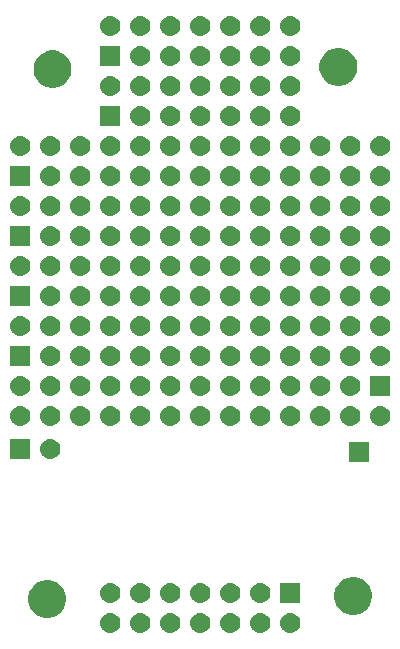
<source format=gbr>
G04 #@! TF.GenerationSoftware,KiCad,Pcbnew,5.0.1-33cea8e~68~ubuntu14.04.1*
G04 #@! TF.CreationDate,2018-11-23T16:30:40-08:00*
G04 #@! TF.ProjectId,perf-sensor,706572662D73656E736F722E6B696361,rev?*
G04 #@! TF.SameCoordinates,Original*
G04 #@! TF.FileFunction,Soldermask,Bot*
G04 #@! TF.FilePolarity,Negative*
%FSLAX46Y46*%
G04 Gerber Fmt 4.6, Leading zero omitted, Abs format (unit mm)*
G04 Created by KiCad (PCBNEW 5.0.1-33cea8e~68~ubuntu14.04.1) date Fri 23 Nov 2018 04:30:40 PM PST*
%MOMM*%
%LPD*%
G01*
G04 APERTURE LIST*
%ADD10C,0.100000*%
G04 APERTURE END LIST*
D10*
G36*
X103036630Y-108890299D02*
X103196855Y-108938903D01*
X103344520Y-109017831D01*
X103473949Y-109124051D01*
X103580169Y-109253480D01*
X103659097Y-109401145D01*
X103707701Y-109561370D01*
X103724112Y-109728000D01*
X103707701Y-109894630D01*
X103659097Y-110054855D01*
X103580169Y-110202520D01*
X103473949Y-110331949D01*
X103344520Y-110438169D01*
X103196855Y-110517097D01*
X103036630Y-110565701D01*
X102911752Y-110578000D01*
X102828248Y-110578000D01*
X102703370Y-110565701D01*
X102543145Y-110517097D01*
X102395480Y-110438169D01*
X102266051Y-110331949D01*
X102159831Y-110202520D01*
X102080903Y-110054855D01*
X102032299Y-109894630D01*
X102015888Y-109728000D01*
X102032299Y-109561370D01*
X102080903Y-109401145D01*
X102159831Y-109253480D01*
X102266051Y-109124051D01*
X102395480Y-109017831D01*
X102543145Y-108938903D01*
X102703370Y-108890299D01*
X102828248Y-108878000D01*
X102911752Y-108878000D01*
X103036630Y-108890299D01*
X103036630Y-108890299D01*
G37*
G36*
X100496630Y-108890299D02*
X100656855Y-108938903D01*
X100804520Y-109017831D01*
X100933949Y-109124051D01*
X101040169Y-109253480D01*
X101119097Y-109401145D01*
X101167701Y-109561370D01*
X101184112Y-109728000D01*
X101167701Y-109894630D01*
X101119097Y-110054855D01*
X101040169Y-110202520D01*
X100933949Y-110331949D01*
X100804520Y-110438169D01*
X100656855Y-110517097D01*
X100496630Y-110565701D01*
X100371752Y-110578000D01*
X100288248Y-110578000D01*
X100163370Y-110565701D01*
X100003145Y-110517097D01*
X99855480Y-110438169D01*
X99726051Y-110331949D01*
X99619831Y-110202520D01*
X99540903Y-110054855D01*
X99492299Y-109894630D01*
X99475888Y-109728000D01*
X99492299Y-109561370D01*
X99540903Y-109401145D01*
X99619831Y-109253480D01*
X99726051Y-109124051D01*
X99855480Y-109017831D01*
X100003145Y-108938903D01*
X100163370Y-108890299D01*
X100288248Y-108878000D01*
X100371752Y-108878000D01*
X100496630Y-108890299D01*
X100496630Y-108890299D01*
G37*
G36*
X97956630Y-108890299D02*
X98116855Y-108938903D01*
X98264520Y-109017831D01*
X98393949Y-109124051D01*
X98500169Y-109253480D01*
X98579097Y-109401145D01*
X98627701Y-109561370D01*
X98644112Y-109728000D01*
X98627701Y-109894630D01*
X98579097Y-110054855D01*
X98500169Y-110202520D01*
X98393949Y-110331949D01*
X98264520Y-110438169D01*
X98116855Y-110517097D01*
X97956630Y-110565701D01*
X97831752Y-110578000D01*
X97748248Y-110578000D01*
X97623370Y-110565701D01*
X97463145Y-110517097D01*
X97315480Y-110438169D01*
X97186051Y-110331949D01*
X97079831Y-110202520D01*
X97000903Y-110054855D01*
X96952299Y-109894630D01*
X96935888Y-109728000D01*
X96952299Y-109561370D01*
X97000903Y-109401145D01*
X97079831Y-109253480D01*
X97186051Y-109124051D01*
X97315480Y-109017831D01*
X97463145Y-108938903D01*
X97623370Y-108890299D01*
X97748248Y-108878000D01*
X97831752Y-108878000D01*
X97956630Y-108890299D01*
X97956630Y-108890299D01*
G37*
G36*
X95416630Y-108890299D02*
X95576855Y-108938903D01*
X95724520Y-109017831D01*
X95853949Y-109124051D01*
X95960169Y-109253480D01*
X96039097Y-109401145D01*
X96087701Y-109561370D01*
X96104112Y-109728000D01*
X96087701Y-109894630D01*
X96039097Y-110054855D01*
X95960169Y-110202520D01*
X95853949Y-110331949D01*
X95724520Y-110438169D01*
X95576855Y-110517097D01*
X95416630Y-110565701D01*
X95291752Y-110578000D01*
X95208248Y-110578000D01*
X95083370Y-110565701D01*
X94923145Y-110517097D01*
X94775480Y-110438169D01*
X94646051Y-110331949D01*
X94539831Y-110202520D01*
X94460903Y-110054855D01*
X94412299Y-109894630D01*
X94395888Y-109728000D01*
X94412299Y-109561370D01*
X94460903Y-109401145D01*
X94539831Y-109253480D01*
X94646051Y-109124051D01*
X94775480Y-109017831D01*
X94923145Y-108938903D01*
X95083370Y-108890299D01*
X95208248Y-108878000D01*
X95291752Y-108878000D01*
X95416630Y-108890299D01*
X95416630Y-108890299D01*
G37*
G36*
X92876630Y-108890299D02*
X93036855Y-108938903D01*
X93184520Y-109017831D01*
X93313949Y-109124051D01*
X93420169Y-109253480D01*
X93499097Y-109401145D01*
X93547701Y-109561370D01*
X93564112Y-109728000D01*
X93547701Y-109894630D01*
X93499097Y-110054855D01*
X93420169Y-110202520D01*
X93313949Y-110331949D01*
X93184520Y-110438169D01*
X93036855Y-110517097D01*
X92876630Y-110565701D01*
X92751752Y-110578000D01*
X92668248Y-110578000D01*
X92543370Y-110565701D01*
X92383145Y-110517097D01*
X92235480Y-110438169D01*
X92106051Y-110331949D01*
X91999831Y-110202520D01*
X91920903Y-110054855D01*
X91872299Y-109894630D01*
X91855888Y-109728000D01*
X91872299Y-109561370D01*
X91920903Y-109401145D01*
X91999831Y-109253480D01*
X92106051Y-109124051D01*
X92235480Y-109017831D01*
X92383145Y-108938903D01*
X92543370Y-108890299D01*
X92668248Y-108878000D01*
X92751752Y-108878000D01*
X92876630Y-108890299D01*
X92876630Y-108890299D01*
G37*
G36*
X108116630Y-108890299D02*
X108276855Y-108938903D01*
X108424520Y-109017831D01*
X108553949Y-109124051D01*
X108660169Y-109253480D01*
X108739097Y-109401145D01*
X108787701Y-109561370D01*
X108804112Y-109728000D01*
X108787701Y-109894630D01*
X108739097Y-110054855D01*
X108660169Y-110202520D01*
X108553949Y-110331949D01*
X108424520Y-110438169D01*
X108276855Y-110517097D01*
X108116630Y-110565701D01*
X107991752Y-110578000D01*
X107908248Y-110578000D01*
X107783370Y-110565701D01*
X107623145Y-110517097D01*
X107475480Y-110438169D01*
X107346051Y-110331949D01*
X107239831Y-110202520D01*
X107160903Y-110054855D01*
X107112299Y-109894630D01*
X107095888Y-109728000D01*
X107112299Y-109561370D01*
X107160903Y-109401145D01*
X107239831Y-109253480D01*
X107346051Y-109124051D01*
X107475480Y-109017831D01*
X107623145Y-108938903D01*
X107783370Y-108890299D01*
X107908248Y-108878000D01*
X107991752Y-108878000D01*
X108116630Y-108890299D01*
X108116630Y-108890299D01*
G37*
G36*
X105576630Y-108890299D02*
X105736855Y-108938903D01*
X105884520Y-109017831D01*
X106013949Y-109124051D01*
X106120169Y-109253480D01*
X106199097Y-109401145D01*
X106247701Y-109561370D01*
X106264112Y-109728000D01*
X106247701Y-109894630D01*
X106199097Y-110054855D01*
X106120169Y-110202520D01*
X106013949Y-110331949D01*
X105884520Y-110438169D01*
X105736855Y-110517097D01*
X105576630Y-110565701D01*
X105451752Y-110578000D01*
X105368248Y-110578000D01*
X105243370Y-110565701D01*
X105083145Y-110517097D01*
X104935480Y-110438169D01*
X104806051Y-110331949D01*
X104699831Y-110202520D01*
X104620903Y-110054855D01*
X104572299Y-109894630D01*
X104555888Y-109728000D01*
X104572299Y-109561370D01*
X104620903Y-109401145D01*
X104699831Y-109253480D01*
X104806051Y-109124051D01*
X104935480Y-109017831D01*
X105083145Y-108938903D01*
X105243370Y-108890299D01*
X105368248Y-108878000D01*
X105451752Y-108878000D01*
X105576630Y-108890299D01*
X105576630Y-108890299D01*
G37*
G36*
X87842703Y-106157486D02*
X88133883Y-106278097D01*
X88395944Y-106453201D01*
X88618799Y-106676056D01*
X88793903Y-106938117D01*
X88914514Y-107229297D01*
X88976000Y-107538412D01*
X88976000Y-107853588D01*
X88914514Y-108162703D01*
X88793903Y-108453883D01*
X88618799Y-108715944D01*
X88395944Y-108938799D01*
X88133883Y-109113903D01*
X87842703Y-109234514D01*
X87533588Y-109296000D01*
X87218412Y-109296000D01*
X86909297Y-109234514D01*
X86618117Y-109113903D01*
X86356056Y-108938799D01*
X86133201Y-108715944D01*
X85958097Y-108453883D01*
X85837486Y-108162703D01*
X85776000Y-107853588D01*
X85776000Y-107538412D01*
X85837486Y-107229297D01*
X85958097Y-106938117D01*
X86133201Y-106676056D01*
X86356056Y-106453201D01*
X86618117Y-106278097D01*
X86909297Y-106157486D01*
X87218412Y-106096000D01*
X87533588Y-106096000D01*
X87842703Y-106157486D01*
X87842703Y-106157486D01*
G37*
G36*
X113750703Y-105903486D02*
X114041883Y-106024097D01*
X114303944Y-106199201D01*
X114526799Y-106422056D01*
X114701903Y-106684117D01*
X114822514Y-106975297D01*
X114884000Y-107284412D01*
X114884000Y-107599588D01*
X114822514Y-107908703D01*
X114701903Y-108199883D01*
X114526799Y-108461944D01*
X114303944Y-108684799D01*
X114041883Y-108859903D01*
X113750703Y-108980514D01*
X113441588Y-109042000D01*
X113126412Y-109042000D01*
X112817297Y-108980514D01*
X112526117Y-108859903D01*
X112264056Y-108684799D01*
X112041201Y-108461944D01*
X111866097Y-108199883D01*
X111745486Y-107908703D01*
X111684000Y-107599588D01*
X111684000Y-107284412D01*
X111745486Y-106975297D01*
X111866097Y-106684117D01*
X112041201Y-106422056D01*
X112264056Y-106199201D01*
X112526117Y-106024097D01*
X112817297Y-105903486D01*
X113126412Y-105842000D01*
X113441588Y-105842000D01*
X113750703Y-105903486D01*
X113750703Y-105903486D01*
G37*
G36*
X97956630Y-106350299D02*
X98116855Y-106398903D01*
X98264520Y-106477831D01*
X98393949Y-106584051D01*
X98500169Y-106713480D01*
X98579097Y-106861145D01*
X98627701Y-107021370D01*
X98644112Y-107188000D01*
X98627701Y-107354630D01*
X98579097Y-107514855D01*
X98500169Y-107662520D01*
X98393949Y-107791949D01*
X98264520Y-107898169D01*
X98116855Y-107977097D01*
X97956630Y-108025701D01*
X97831752Y-108038000D01*
X97748248Y-108038000D01*
X97623370Y-108025701D01*
X97463145Y-107977097D01*
X97315480Y-107898169D01*
X97186051Y-107791949D01*
X97079831Y-107662520D01*
X97000903Y-107514855D01*
X96952299Y-107354630D01*
X96935888Y-107188000D01*
X96952299Y-107021370D01*
X97000903Y-106861145D01*
X97079831Y-106713480D01*
X97186051Y-106584051D01*
X97315480Y-106477831D01*
X97463145Y-106398903D01*
X97623370Y-106350299D01*
X97748248Y-106338000D01*
X97831752Y-106338000D01*
X97956630Y-106350299D01*
X97956630Y-106350299D01*
G37*
G36*
X92876630Y-106350299D02*
X93036855Y-106398903D01*
X93184520Y-106477831D01*
X93313949Y-106584051D01*
X93420169Y-106713480D01*
X93499097Y-106861145D01*
X93547701Y-107021370D01*
X93564112Y-107188000D01*
X93547701Y-107354630D01*
X93499097Y-107514855D01*
X93420169Y-107662520D01*
X93313949Y-107791949D01*
X93184520Y-107898169D01*
X93036855Y-107977097D01*
X92876630Y-108025701D01*
X92751752Y-108038000D01*
X92668248Y-108038000D01*
X92543370Y-108025701D01*
X92383145Y-107977097D01*
X92235480Y-107898169D01*
X92106051Y-107791949D01*
X91999831Y-107662520D01*
X91920903Y-107514855D01*
X91872299Y-107354630D01*
X91855888Y-107188000D01*
X91872299Y-107021370D01*
X91920903Y-106861145D01*
X91999831Y-106713480D01*
X92106051Y-106584051D01*
X92235480Y-106477831D01*
X92383145Y-106398903D01*
X92543370Y-106350299D01*
X92668248Y-106338000D01*
X92751752Y-106338000D01*
X92876630Y-106350299D01*
X92876630Y-106350299D01*
G37*
G36*
X103036630Y-106350299D02*
X103196855Y-106398903D01*
X103344520Y-106477831D01*
X103473949Y-106584051D01*
X103580169Y-106713480D01*
X103659097Y-106861145D01*
X103707701Y-107021370D01*
X103724112Y-107188000D01*
X103707701Y-107354630D01*
X103659097Y-107514855D01*
X103580169Y-107662520D01*
X103473949Y-107791949D01*
X103344520Y-107898169D01*
X103196855Y-107977097D01*
X103036630Y-108025701D01*
X102911752Y-108038000D01*
X102828248Y-108038000D01*
X102703370Y-108025701D01*
X102543145Y-107977097D01*
X102395480Y-107898169D01*
X102266051Y-107791949D01*
X102159831Y-107662520D01*
X102080903Y-107514855D01*
X102032299Y-107354630D01*
X102015888Y-107188000D01*
X102032299Y-107021370D01*
X102080903Y-106861145D01*
X102159831Y-106713480D01*
X102266051Y-106584051D01*
X102395480Y-106477831D01*
X102543145Y-106398903D01*
X102703370Y-106350299D01*
X102828248Y-106338000D01*
X102911752Y-106338000D01*
X103036630Y-106350299D01*
X103036630Y-106350299D01*
G37*
G36*
X100496630Y-106350299D02*
X100656855Y-106398903D01*
X100804520Y-106477831D01*
X100933949Y-106584051D01*
X101040169Y-106713480D01*
X101119097Y-106861145D01*
X101167701Y-107021370D01*
X101184112Y-107188000D01*
X101167701Y-107354630D01*
X101119097Y-107514855D01*
X101040169Y-107662520D01*
X100933949Y-107791949D01*
X100804520Y-107898169D01*
X100656855Y-107977097D01*
X100496630Y-108025701D01*
X100371752Y-108038000D01*
X100288248Y-108038000D01*
X100163370Y-108025701D01*
X100003145Y-107977097D01*
X99855480Y-107898169D01*
X99726051Y-107791949D01*
X99619831Y-107662520D01*
X99540903Y-107514855D01*
X99492299Y-107354630D01*
X99475888Y-107188000D01*
X99492299Y-107021370D01*
X99540903Y-106861145D01*
X99619831Y-106713480D01*
X99726051Y-106584051D01*
X99855480Y-106477831D01*
X100003145Y-106398903D01*
X100163370Y-106350299D01*
X100288248Y-106338000D01*
X100371752Y-106338000D01*
X100496630Y-106350299D01*
X100496630Y-106350299D01*
G37*
G36*
X108800000Y-108038000D02*
X107100000Y-108038000D01*
X107100000Y-106338000D01*
X108800000Y-106338000D01*
X108800000Y-108038000D01*
X108800000Y-108038000D01*
G37*
G36*
X95416630Y-106350299D02*
X95576855Y-106398903D01*
X95724520Y-106477831D01*
X95853949Y-106584051D01*
X95960169Y-106713480D01*
X96039097Y-106861145D01*
X96087701Y-107021370D01*
X96104112Y-107188000D01*
X96087701Y-107354630D01*
X96039097Y-107514855D01*
X95960169Y-107662520D01*
X95853949Y-107791949D01*
X95724520Y-107898169D01*
X95576855Y-107977097D01*
X95416630Y-108025701D01*
X95291752Y-108038000D01*
X95208248Y-108038000D01*
X95083370Y-108025701D01*
X94923145Y-107977097D01*
X94775480Y-107898169D01*
X94646051Y-107791949D01*
X94539831Y-107662520D01*
X94460903Y-107514855D01*
X94412299Y-107354630D01*
X94395888Y-107188000D01*
X94412299Y-107021370D01*
X94460903Y-106861145D01*
X94539831Y-106713480D01*
X94646051Y-106584051D01*
X94775480Y-106477831D01*
X94923145Y-106398903D01*
X95083370Y-106350299D01*
X95208248Y-106338000D01*
X95291752Y-106338000D01*
X95416630Y-106350299D01*
X95416630Y-106350299D01*
G37*
G36*
X105576630Y-106350299D02*
X105736855Y-106398903D01*
X105884520Y-106477831D01*
X106013949Y-106584051D01*
X106120169Y-106713480D01*
X106199097Y-106861145D01*
X106247701Y-107021370D01*
X106264112Y-107188000D01*
X106247701Y-107354630D01*
X106199097Y-107514855D01*
X106120169Y-107662520D01*
X106013949Y-107791949D01*
X105884520Y-107898169D01*
X105736855Y-107977097D01*
X105576630Y-108025701D01*
X105451752Y-108038000D01*
X105368248Y-108038000D01*
X105243370Y-108025701D01*
X105083145Y-107977097D01*
X104935480Y-107898169D01*
X104806051Y-107791949D01*
X104699831Y-107662520D01*
X104620903Y-107514855D01*
X104572299Y-107354630D01*
X104555888Y-107188000D01*
X104572299Y-107021370D01*
X104620903Y-106861145D01*
X104699831Y-106713480D01*
X104806051Y-106584051D01*
X104935480Y-106477831D01*
X105083145Y-106398903D01*
X105243370Y-106350299D01*
X105368248Y-106338000D01*
X105451752Y-106338000D01*
X105576630Y-106350299D01*
X105576630Y-106350299D01*
G37*
G36*
X114642000Y-96100000D02*
X112942000Y-96100000D01*
X112942000Y-94400000D01*
X114642000Y-94400000D01*
X114642000Y-96100000D01*
X114642000Y-96100000D01*
G37*
G36*
X87796630Y-94158299D02*
X87956855Y-94206903D01*
X88104520Y-94285831D01*
X88233949Y-94392051D01*
X88340169Y-94521480D01*
X88419097Y-94669145D01*
X88467701Y-94829370D01*
X88484112Y-94996000D01*
X88467701Y-95162630D01*
X88419097Y-95322855D01*
X88340169Y-95470520D01*
X88233949Y-95599949D01*
X88104520Y-95706169D01*
X87956855Y-95785097D01*
X87796630Y-95833701D01*
X87671752Y-95846000D01*
X87588248Y-95846000D01*
X87463370Y-95833701D01*
X87303145Y-95785097D01*
X87155480Y-95706169D01*
X87026051Y-95599949D01*
X86919831Y-95470520D01*
X86840903Y-95322855D01*
X86792299Y-95162630D01*
X86775888Y-94996000D01*
X86792299Y-94829370D01*
X86840903Y-94669145D01*
X86919831Y-94521480D01*
X87026051Y-94392051D01*
X87155480Y-94285831D01*
X87303145Y-94206903D01*
X87463370Y-94158299D01*
X87588248Y-94146000D01*
X87671752Y-94146000D01*
X87796630Y-94158299D01*
X87796630Y-94158299D01*
G37*
G36*
X85940000Y-95846000D02*
X84240000Y-95846000D01*
X84240000Y-94146000D01*
X85940000Y-94146000D01*
X85940000Y-95846000D01*
X85940000Y-95846000D01*
G37*
G36*
X115736630Y-91364299D02*
X115896855Y-91412903D01*
X116044520Y-91491831D01*
X116173949Y-91598051D01*
X116280169Y-91727480D01*
X116359097Y-91875145D01*
X116407701Y-92035370D01*
X116424112Y-92202000D01*
X116407701Y-92368630D01*
X116359097Y-92528855D01*
X116280169Y-92676520D01*
X116173949Y-92805949D01*
X116044520Y-92912169D01*
X115896855Y-92991097D01*
X115736630Y-93039701D01*
X115611752Y-93052000D01*
X115528248Y-93052000D01*
X115403370Y-93039701D01*
X115243145Y-92991097D01*
X115095480Y-92912169D01*
X114966051Y-92805949D01*
X114859831Y-92676520D01*
X114780903Y-92528855D01*
X114732299Y-92368630D01*
X114715888Y-92202000D01*
X114732299Y-92035370D01*
X114780903Y-91875145D01*
X114859831Y-91727480D01*
X114966051Y-91598051D01*
X115095480Y-91491831D01*
X115243145Y-91412903D01*
X115403370Y-91364299D01*
X115528248Y-91352000D01*
X115611752Y-91352000D01*
X115736630Y-91364299D01*
X115736630Y-91364299D01*
G37*
G36*
X85256630Y-91364299D02*
X85416855Y-91412903D01*
X85564520Y-91491831D01*
X85693949Y-91598051D01*
X85800169Y-91727480D01*
X85879097Y-91875145D01*
X85927701Y-92035370D01*
X85944112Y-92202000D01*
X85927701Y-92368630D01*
X85879097Y-92528855D01*
X85800169Y-92676520D01*
X85693949Y-92805949D01*
X85564520Y-92912169D01*
X85416855Y-92991097D01*
X85256630Y-93039701D01*
X85131752Y-93052000D01*
X85048248Y-93052000D01*
X84923370Y-93039701D01*
X84763145Y-92991097D01*
X84615480Y-92912169D01*
X84486051Y-92805949D01*
X84379831Y-92676520D01*
X84300903Y-92528855D01*
X84252299Y-92368630D01*
X84235888Y-92202000D01*
X84252299Y-92035370D01*
X84300903Y-91875145D01*
X84379831Y-91727480D01*
X84486051Y-91598051D01*
X84615480Y-91491831D01*
X84763145Y-91412903D01*
X84923370Y-91364299D01*
X85048248Y-91352000D01*
X85131752Y-91352000D01*
X85256630Y-91364299D01*
X85256630Y-91364299D01*
G37*
G36*
X87796630Y-91364299D02*
X87956855Y-91412903D01*
X88104520Y-91491831D01*
X88233949Y-91598051D01*
X88340169Y-91727480D01*
X88419097Y-91875145D01*
X88467701Y-92035370D01*
X88484112Y-92202000D01*
X88467701Y-92368630D01*
X88419097Y-92528855D01*
X88340169Y-92676520D01*
X88233949Y-92805949D01*
X88104520Y-92912169D01*
X87956855Y-92991097D01*
X87796630Y-93039701D01*
X87671752Y-93052000D01*
X87588248Y-93052000D01*
X87463370Y-93039701D01*
X87303145Y-92991097D01*
X87155480Y-92912169D01*
X87026051Y-92805949D01*
X86919831Y-92676520D01*
X86840903Y-92528855D01*
X86792299Y-92368630D01*
X86775888Y-92202000D01*
X86792299Y-92035370D01*
X86840903Y-91875145D01*
X86919831Y-91727480D01*
X87026051Y-91598051D01*
X87155480Y-91491831D01*
X87303145Y-91412903D01*
X87463370Y-91364299D01*
X87588248Y-91352000D01*
X87671752Y-91352000D01*
X87796630Y-91364299D01*
X87796630Y-91364299D01*
G37*
G36*
X90336630Y-91364299D02*
X90496855Y-91412903D01*
X90644520Y-91491831D01*
X90773949Y-91598051D01*
X90880169Y-91727480D01*
X90959097Y-91875145D01*
X91007701Y-92035370D01*
X91024112Y-92202000D01*
X91007701Y-92368630D01*
X90959097Y-92528855D01*
X90880169Y-92676520D01*
X90773949Y-92805949D01*
X90644520Y-92912169D01*
X90496855Y-92991097D01*
X90336630Y-93039701D01*
X90211752Y-93052000D01*
X90128248Y-93052000D01*
X90003370Y-93039701D01*
X89843145Y-92991097D01*
X89695480Y-92912169D01*
X89566051Y-92805949D01*
X89459831Y-92676520D01*
X89380903Y-92528855D01*
X89332299Y-92368630D01*
X89315888Y-92202000D01*
X89332299Y-92035370D01*
X89380903Y-91875145D01*
X89459831Y-91727480D01*
X89566051Y-91598051D01*
X89695480Y-91491831D01*
X89843145Y-91412903D01*
X90003370Y-91364299D01*
X90128248Y-91352000D01*
X90211752Y-91352000D01*
X90336630Y-91364299D01*
X90336630Y-91364299D01*
G37*
G36*
X92876630Y-91364299D02*
X93036855Y-91412903D01*
X93184520Y-91491831D01*
X93313949Y-91598051D01*
X93420169Y-91727480D01*
X93499097Y-91875145D01*
X93547701Y-92035370D01*
X93564112Y-92202000D01*
X93547701Y-92368630D01*
X93499097Y-92528855D01*
X93420169Y-92676520D01*
X93313949Y-92805949D01*
X93184520Y-92912169D01*
X93036855Y-92991097D01*
X92876630Y-93039701D01*
X92751752Y-93052000D01*
X92668248Y-93052000D01*
X92543370Y-93039701D01*
X92383145Y-92991097D01*
X92235480Y-92912169D01*
X92106051Y-92805949D01*
X91999831Y-92676520D01*
X91920903Y-92528855D01*
X91872299Y-92368630D01*
X91855888Y-92202000D01*
X91872299Y-92035370D01*
X91920903Y-91875145D01*
X91999831Y-91727480D01*
X92106051Y-91598051D01*
X92235480Y-91491831D01*
X92383145Y-91412903D01*
X92543370Y-91364299D01*
X92668248Y-91352000D01*
X92751752Y-91352000D01*
X92876630Y-91364299D01*
X92876630Y-91364299D01*
G37*
G36*
X95416630Y-91364299D02*
X95576855Y-91412903D01*
X95724520Y-91491831D01*
X95853949Y-91598051D01*
X95960169Y-91727480D01*
X96039097Y-91875145D01*
X96087701Y-92035370D01*
X96104112Y-92202000D01*
X96087701Y-92368630D01*
X96039097Y-92528855D01*
X95960169Y-92676520D01*
X95853949Y-92805949D01*
X95724520Y-92912169D01*
X95576855Y-92991097D01*
X95416630Y-93039701D01*
X95291752Y-93052000D01*
X95208248Y-93052000D01*
X95083370Y-93039701D01*
X94923145Y-92991097D01*
X94775480Y-92912169D01*
X94646051Y-92805949D01*
X94539831Y-92676520D01*
X94460903Y-92528855D01*
X94412299Y-92368630D01*
X94395888Y-92202000D01*
X94412299Y-92035370D01*
X94460903Y-91875145D01*
X94539831Y-91727480D01*
X94646051Y-91598051D01*
X94775480Y-91491831D01*
X94923145Y-91412903D01*
X95083370Y-91364299D01*
X95208248Y-91352000D01*
X95291752Y-91352000D01*
X95416630Y-91364299D01*
X95416630Y-91364299D01*
G37*
G36*
X110656630Y-91364299D02*
X110816855Y-91412903D01*
X110964520Y-91491831D01*
X111093949Y-91598051D01*
X111200169Y-91727480D01*
X111279097Y-91875145D01*
X111327701Y-92035370D01*
X111344112Y-92202000D01*
X111327701Y-92368630D01*
X111279097Y-92528855D01*
X111200169Y-92676520D01*
X111093949Y-92805949D01*
X110964520Y-92912169D01*
X110816855Y-92991097D01*
X110656630Y-93039701D01*
X110531752Y-93052000D01*
X110448248Y-93052000D01*
X110323370Y-93039701D01*
X110163145Y-92991097D01*
X110015480Y-92912169D01*
X109886051Y-92805949D01*
X109779831Y-92676520D01*
X109700903Y-92528855D01*
X109652299Y-92368630D01*
X109635888Y-92202000D01*
X109652299Y-92035370D01*
X109700903Y-91875145D01*
X109779831Y-91727480D01*
X109886051Y-91598051D01*
X110015480Y-91491831D01*
X110163145Y-91412903D01*
X110323370Y-91364299D01*
X110448248Y-91352000D01*
X110531752Y-91352000D01*
X110656630Y-91364299D01*
X110656630Y-91364299D01*
G37*
G36*
X108116630Y-91364299D02*
X108276855Y-91412903D01*
X108424520Y-91491831D01*
X108553949Y-91598051D01*
X108660169Y-91727480D01*
X108739097Y-91875145D01*
X108787701Y-92035370D01*
X108804112Y-92202000D01*
X108787701Y-92368630D01*
X108739097Y-92528855D01*
X108660169Y-92676520D01*
X108553949Y-92805949D01*
X108424520Y-92912169D01*
X108276855Y-92991097D01*
X108116630Y-93039701D01*
X107991752Y-93052000D01*
X107908248Y-93052000D01*
X107783370Y-93039701D01*
X107623145Y-92991097D01*
X107475480Y-92912169D01*
X107346051Y-92805949D01*
X107239831Y-92676520D01*
X107160903Y-92528855D01*
X107112299Y-92368630D01*
X107095888Y-92202000D01*
X107112299Y-92035370D01*
X107160903Y-91875145D01*
X107239831Y-91727480D01*
X107346051Y-91598051D01*
X107475480Y-91491831D01*
X107623145Y-91412903D01*
X107783370Y-91364299D01*
X107908248Y-91352000D01*
X107991752Y-91352000D01*
X108116630Y-91364299D01*
X108116630Y-91364299D01*
G37*
G36*
X100496630Y-91364299D02*
X100656855Y-91412903D01*
X100804520Y-91491831D01*
X100933949Y-91598051D01*
X101040169Y-91727480D01*
X101119097Y-91875145D01*
X101167701Y-92035370D01*
X101184112Y-92202000D01*
X101167701Y-92368630D01*
X101119097Y-92528855D01*
X101040169Y-92676520D01*
X100933949Y-92805949D01*
X100804520Y-92912169D01*
X100656855Y-92991097D01*
X100496630Y-93039701D01*
X100371752Y-93052000D01*
X100288248Y-93052000D01*
X100163370Y-93039701D01*
X100003145Y-92991097D01*
X99855480Y-92912169D01*
X99726051Y-92805949D01*
X99619831Y-92676520D01*
X99540903Y-92528855D01*
X99492299Y-92368630D01*
X99475888Y-92202000D01*
X99492299Y-92035370D01*
X99540903Y-91875145D01*
X99619831Y-91727480D01*
X99726051Y-91598051D01*
X99855480Y-91491831D01*
X100003145Y-91412903D01*
X100163370Y-91364299D01*
X100288248Y-91352000D01*
X100371752Y-91352000D01*
X100496630Y-91364299D01*
X100496630Y-91364299D01*
G37*
G36*
X105576630Y-91364299D02*
X105736855Y-91412903D01*
X105884520Y-91491831D01*
X106013949Y-91598051D01*
X106120169Y-91727480D01*
X106199097Y-91875145D01*
X106247701Y-92035370D01*
X106264112Y-92202000D01*
X106247701Y-92368630D01*
X106199097Y-92528855D01*
X106120169Y-92676520D01*
X106013949Y-92805949D01*
X105884520Y-92912169D01*
X105736855Y-92991097D01*
X105576630Y-93039701D01*
X105451752Y-93052000D01*
X105368248Y-93052000D01*
X105243370Y-93039701D01*
X105083145Y-92991097D01*
X104935480Y-92912169D01*
X104806051Y-92805949D01*
X104699831Y-92676520D01*
X104620903Y-92528855D01*
X104572299Y-92368630D01*
X104555888Y-92202000D01*
X104572299Y-92035370D01*
X104620903Y-91875145D01*
X104699831Y-91727480D01*
X104806051Y-91598051D01*
X104935480Y-91491831D01*
X105083145Y-91412903D01*
X105243370Y-91364299D01*
X105368248Y-91352000D01*
X105451752Y-91352000D01*
X105576630Y-91364299D01*
X105576630Y-91364299D01*
G37*
G36*
X97956630Y-91364299D02*
X98116855Y-91412903D01*
X98264520Y-91491831D01*
X98393949Y-91598051D01*
X98500169Y-91727480D01*
X98579097Y-91875145D01*
X98627701Y-92035370D01*
X98644112Y-92202000D01*
X98627701Y-92368630D01*
X98579097Y-92528855D01*
X98500169Y-92676520D01*
X98393949Y-92805949D01*
X98264520Y-92912169D01*
X98116855Y-92991097D01*
X97956630Y-93039701D01*
X97831752Y-93052000D01*
X97748248Y-93052000D01*
X97623370Y-93039701D01*
X97463145Y-92991097D01*
X97315480Y-92912169D01*
X97186051Y-92805949D01*
X97079831Y-92676520D01*
X97000903Y-92528855D01*
X96952299Y-92368630D01*
X96935888Y-92202000D01*
X96952299Y-92035370D01*
X97000903Y-91875145D01*
X97079831Y-91727480D01*
X97186051Y-91598051D01*
X97315480Y-91491831D01*
X97463145Y-91412903D01*
X97623370Y-91364299D01*
X97748248Y-91352000D01*
X97831752Y-91352000D01*
X97956630Y-91364299D01*
X97956630Y-91364299D01*
G37*
G36*
X113196630Y-91364299D02*
X113356855Y-91412903D01*
X113504520Y-91491831D01*
X113633949Y-91598051D01*
X113740169Y-91727480D01*
X113819097Y-91875145D01*
X113867701Y-92035370D01*
X113884112Y-92202000D01*
X113867701Y-92368630D01*
X113819097Y-92528855D01*
X113740169Y-92676520D01*
X113633949Y-92805949D01*
X113504520Y-92912169D01*
X113356855Y-92991097D01*
X113196630Y-93039701D01*
X113071752Y-93052000D01*
X112988248Y-93052000D01*
X112863370Y-93039701D01*
X112703145Y-92991097D01*
X112555480Y-92912169D01*
X112426051Y-92805949D01*
X112319831Y-92676520D01*
X112240903Y-92528855D01*
X112192299Y-92368630D01*
X112175888Y-92202000D01*
X112192299Y-92035370D01*
X112240903Y-91875145D01*
X112319831Y-91727480D01*
X112426051Y-91598051D01*
X112555480Y-91491831D01*
X112703145Y-91412903D01*
X112863370Y-91364299D01*
X112988248Y-91352000D01*
X113071752Y-91352000D01*
X113196630Y-91364299D01*
X113196630Y-91364299D01*
G37*
G36*
X103036630Y-91364299D02*
X103196855Y-91412903D01*
X103344520Y-91491831D01*
X103473949Y-91598051D01*
X103580169Y-91727480D01*
X103659097Y-91875145D01*
X103707701Y-92035370D01*
X103724112Y-92202000D01*
X103707701Y-92368630D01*
X103659097Y-92528855D01*
X103580169Y-92676520D01*
X103473949Y-92805949D01*
X103344520Y-92912169D01*
X103196855Y-92991097D01*
X103036630Y-93039701D01*
X102911752Y-93052000D01*
X102828248Y-93052000D01*
X102703370Y-93039701D01*
X102543145Y-92991097D01*
X102395480Y-92912169D01*
X102266051Y-92805949D01*
X102159831Y-92676520D01*
X102080903Y-92528855D01*
X102032299Y-92368630D01*
X102015888Y-92202000D01*
X102032299Y-92035370D01*
X102080903Y-91875145D01*
X102159831Y-91727480D01*
X102266051Y-91598051D01*
X102395480Y-91491831D01*
X102543145Y-91412903D01*
X102703370Y-91364299D01*
X102828248Y-91352000D01*
X102911752Y-91352000D01*
X103036630Y-91364299D01*
X103036630Y-91364299D01*
G37*
G36*
X105576630Y-88824299D02*
X105736855Y-88872903D01*
X105884520Y-88951831D01*
X106013949Y-89058051D01*
X106120169Y-89187480D01*
X106199097Y-89335145D01*
X106247701Y-89495370D01*
X106264112Y-89662000D01*
X106247701Y-89828630D01*
X106199097Y-89988855D01*
X106120169Y-90136520D01*
X106013949Y-90265949D01*
X105884520Y-90372169D01*
X105736855Y-90451097D01*
X105576630Y-90499701D01*
X105451752Y-90512000D01*
X105368248Y-90512000D01*
X105243370Y-90499701D01*
X105083145Y-90451097D01*
X104935480Y-90372169D01*
X104806051Y-90265949D01*
X104699831Y-90136520D01*
X104620903Y-89988855D01*
X104572299Y-89828630D01*
X104555888Y-89662000D01*
X104572299Y-89495370D01*
X104620903Y-89335145D01*
X104699831Y-89187480D01*
X104806051Y-89058051D01*
X104935480Y-88951831D01*
X105083145Y-88872903D01*
X105243370Y-88824299D01*
X105368248Y-88812000D01*
X105451752Y-88812000D01*
X105576630Y-88824299D01*
X105576630Y-88824299D01*
G37*
G36*
X85256630Y-88824299D02*
X85416855Y-88872903D01*
X85564520Y-88951831D01*
X85693949Y-89058051D01*
X85800169Y-89187480D01*
X85879097Y-89335145D01*
X85927701Y-89495370D01*
X85944112Y-89662000D01*
X85927701Y-89828630D01*
X85879097Y-89988855D01*
X85800169Y-90136520D01*
X85693949Y-90265949D01*
X85564520Y-90372169D01*
X85416855Y-90451097D01*
X85256630Y-90499701D01*
X85131752Y-90512000D01*
X85048248Y-90512000D01*
X84923370Y-90499701D01*
X84763145Y-90451097D01*
X84615480Y-90372169D01*
X84486051Y-90265949D01*
X84379831Y-90136520D01*
X84300903Y-89988855D01*
X84252299Y-89828630D01*
X84235888Y-89662000D01*
X84252299Y-89495370D01*
X84300903Y-89335145D01*
X84379831Y-89187480D01*
X84486051Y-89058051D01*
X84615480Y-88951831D01*
X84763145Y-88872903D01*
X84923370Y-88824299D01*
X85048248Y-88812000D01*
X85131752Y-88812000D01*
X85256630Y-88824299D01*
X85256630Y-88824299D01*
G37*
G36*
X87796630Y-88824299D02*
X87956855Y-88872903D01*
X88104520Y-88951831D01*
X88233949Y-89058051D01*
X88340169Y-89187480D01*
X88419097Y-89335145D01*
X88467701Y-89495370D01*
X88484112Y-89662000D01*
X88467701Y-89828630D01*
X88419097Y-89988855D01*
X88340169Y-90136520D01*
X88233949Y-90265949D01*
X88104520Y-90372169D01*
X87956855Y-90451097D01*
X87796630Y-90499701D01*
X87671752Y-90512000D01*
X87588248Y-90512000D01*
X87463370Y-90499701D01*
X87303145Y-90451097D01*
X87155480Y-90372169D01*
X87026051Y-90265949D01*
X86919831Y-90136520D01*
X86840903Y-89988855D01*
X86792299Y-89828630D01*
X86775888Y-89662000D01*
X86792299Y-89495370D01*
X86840903Y-89335145D01*
X86919831Y-89187480D01*
X87026051Y-89058051D01*
X87155480Y-88951831D01*
X87303145Y-88872903D01*
X87463370Y-88824299D01*
X87588248Y-88812000D01*
X87671752Y-88812000D01*
X87796630Y-88824299D01*
X87796630Y-88824299D01*
G37*
G36*
X90336630Y-88824299D02*
X90496855Y-88872903D01*
X90644520Y-88951831D01*
X90773949Y-89058051D01*
X90880169Y-89187480D01*
X90959097Y-89335145D01*
X91007701Y-89495370D01*
X91024112Y-89662000D01*
X91007701Y-89828630D01*
X90959097Y-89988855D01*
X90880169Y-90136520D01*
X90773949Y-90265949D01*
X90644520Y-90372169D01*
X90496855Y-90451097D01*
X90336630Y-90499701D01*
X90211752Y-90512000D01*
X90128248Y-90512000D01*
X90003370Y-90499701D01*
X89843145Y-90451097D01*
X89695480Y-90372169D01*
X89566051Y-90265949D01*
X89459831Y-90136520D01*
X89380903Y-89988855D01*
X89332299Y-89828630D01*
X89315888Y-89662000D01*
X89332299Y-89495370D01*
X89380903Y-89335145D01*
X89459831Y-89187480D01*
X89566051Y-89058051D01*
X89695480Y-88951831D01*
X89843145Y-88872903D01*
X90003370Y-88824299D01*
X90128248Y-88812000D01*
X90211752Y-88812000D01*
X90336630Y-88824299D01*
X90336630Y-88824299D01*
G37*
G36*
X92876630Y-88824299D02*
X93036855Y-88872903D01*
X93184520Y-88951831D01*
X93313949Y-89058051D01*
X93420169Y-89187480D01*
X93499097Y-89335145D01*
X93547701Y-89495370D01*
X93564112Y-89662000D01*
X93547701Y-89828630D01*
X93499097Y-89988855D01*
X93420169Y-90136520D01*
X93313949Y-90265949D01*
X93184520Y-90372169D01*
X93036855Y-90451097D01*
X92876630Y-90499701D01*
X92751752Y-90512000D01*
X92668248Y-90512000D01*
X92543370Y-90499701D01*
X92383145Y-90451097D01*
X92235480Y-90372169D01*
X92106051Y-90265949D01*
X91999831Y-90136520D01*
X91920903Y-89988855D01*
X91872299Y-89828630D01*
X91855888Y-89662000D01*
X91872299Y-89495370D01*
X91920903Y-89335145D01*
X91999831Y-89187480D01*
X92106051Y-89058051D01*
X92235480Y-88951831D01*
X92383145Y-88872903D01*
X92543370Y-88824299D01*
X92668248Y-88812000D01*
X92751752Y-88812000D01*
X92876630Y-88824299D01*
X92876630Y-88824299D01*
G37*
G36*
X95416630Y-88824299D02*
X95576855Y-88872903D01*
X95724520Y-88951831D01*
X95853949Y-89058051D01*
X95960169Y-89187480D01*
X96039097Y-89335145D01*
X96087701Y-89495370D01*
X96104112Y-89662000D01*
X96087701Y-89828630D01*
X96039097Y-89988855D01*
X95960169Y-90136520D01*
X95853949Y-90265949D01*
X95724520Y-90372169D01*
X95576855Y-90451097D01*
X95416630Y-90499701D01*
X95291752Y-90512000D01*
X95208248Y-90512000D01*
X95083370Y-90499701D01*
X94923145Y-90451097D01*
X94775480Y-90372169D01*
X94646051Y-90265949D01*
X94539831Y-90136520D01*
X94460903Y-89988855D01*
X94412299Y-89828630D01*
X94395888Y-89662000D01*
X94412299Y-89495370D01*
X94460903Y-89335145D01*
X94539831Y-89187480D01*
X94646051Y-89058051D01*
X94775480Y-88951831D01*
X94923145Y-88872903D01*
X95083370Y-88824299D01*
X95208248Y-88812000D01*
X95291752Y-88812000D01*
X95416630Y-88824299D01*
X95416630Y-88824299D01*
G37*
G36*
X97956630Y-88824299D02*
X98116855Y-88872903D01*
X98264520Y-88951831D01*
X98393949Y-89058051D01*
X98500169Y-89187480D01*
X98579097Y-89335145D01*
X98627701Y-89495370D01*
X98644112Y-89662000D01*
X98627701Y-89828630D01*
X98579097Y-89988855D01*
X98500169Y-90136520D01*
X98393949Y-90265949D01*
X98264520Y-90372169D01*
X98116855Y-90451097D01*
X97956630Y-90499701D01*
X97831752Y-90512000D01*
X97748248Y-90512000D01*
X97623370Y-90499701D01*
X97463145Y-90451097D01*
X97315480Y-90372169D01*
X97186051Y-90265949D01*
X97079831Y-90136520D01*
X97000903Y-89988855D01*
X96952299Y-89828630D01*
X96935888Y-89662000D01*
X96952299Y-89495370D01*
X97000903Y-89335145D01*
X97079831Y-89187480D01*
X97186051Y-89058051D01*
X97315480Y-88951831D01*
X97463145Y-88872903D01*
X97623370Y-88824299D01*
X97748248Y-88812000D01*
X97831752Y-88812000D01*
X97956630Y-88824299D01*
X97956630Y-88824299D01*
G37*
G36*
X100496630Y-88824299D02*
X100656855Y-88872903D01*
X100804520Y-88951831D01*
X100933949Y-89058051D01*
X101040169Y-89187480D01*
X101119097Y-89335145D01*
X101167701Y-89495370D01*
X101184112Y-89662000D01*
X101167701Y-89828630D01*
X101119097Y-89988855D01*
X101040169Y-90136520D01*
X100933949Y-90265949D01*
X100804520Y-90372169D01*
X100656855Y-90451097D01*
X100496630Y-90499701D01*
X100371752Y-90512000D01*
X100288248Y-90512000D01*
X100163370Y-90499701D01*
X100003145Y-90451097D01*
X99855480Y-90372169D01*
X99726051Y-90265949D01*
X99619831Y-90136520D01*
X99540903Y-89988855D01*
X99492299Y-89828630D01*
X99475888Y-89662000D01*
X99492299Y-89495370D01*
X99540903Y-89335145D01*
X99619831Y-89187480D01*
X99726051Y-89058051D01*
X99855480Y-88951831D01*
X100003145Y-88872903D01*
X100163370Y-88824299D01*
X100288248Y-88812000D01*
X100371752Y-88812000D01*
X100496630Y-88824299D01*
X100496630Y-88824299D01*
G37*
G36*
X103036630Y-88824299D02*
X103196855Y-88872903D01*
X103344520Y-88951831D01*
X103473949Y-89058051D01*
X103580169Y-89187480D01*
X103659097Y-89335145D01*
X103707701Y-89495370D01*
X103724112Y-89662000D01*
X103707701Y-89828630D01*
X103659097Y-89988855D01*
X103580169Y-90136520D01*
X103473949Y-90265949D01*
X103344520Y-90372169D01*
X103196855Y-90451097D01*
X103036630Y-90499701D01*
X102911752Y-90512000D01*
X102828248Y-90512000D01*
X102703370Y-90499701D01*
X102543145Y-90451097D01*
X102395480Y-90372169D01*
X102266051Y-90265949D01*
X102159831Y-90136520D01*
X102080903Y-89988855D01*
X102032299Y-89828630D01*
X102015888Y-89662000D01*
X102032299Y-89495370D01*
X102080903Y-89335145D01*
X102159831Y-89187480D01*
X102266051Y-89058051D01*
X102395480Y-88951831D01*
X102543145Y-88872903D01*
X102703370Y-88824299D01*
X102828248Y-88812000D01*
X102911752Y-88812000D01*
X103036630Y-88824299D01*
X103036630Y-88824299D01*
G37*
G36*
X110656630Y-88824299D02*
X110816855Y-88872903D01*
X110964520Y-88951831D01*
X111093949Y-89058051D01*
X111200169Y-89187480D01*
X111279097Y-89335145D01*
X111327701Y-89495370D01*
X111344112Y-89662000D01*
X111327701Y-89828630D01*
X111279097Y-89988855D01*
X111200169Y-90136520D01*
X111093949Y-90265949D01*
X110964520Y-90372169D01*
X110816855Y-90451097D01*
X110656630Y-90499701D01*
X110531752Y-90512000D01*
X110448248Y-90512000D01*
X110323370Y-90499701D01*
X110163145Y-90451097D01*
X110015480Y-90372169D01*
X109886051Y-90265949D01*
X109779831Y-90136520D01*
X109700903Y-89988855D01*
X109652299Y-89828630D01*
X109635888Y-89662000D01*
X109652299Y-89495370D01*
X109700903Y-89335145D01*
X109779831Y-89187480D01*
X109886051Y-89058051D01*
X110015480Y-88951831D01*
X110163145Y-88872903D01*
X110323370Y-88824299D01*
X110448248Y-88812000D01*
X110531752Y-88812000D01*
X110656630Y-88824299D01*
X110656630Y-88824299D01*
G37*
G36*
X113196630Y-88824299D02*
X113356855Y-88872903D01*
X113504520Y-88951831D01*
X113633949Y-89058051D01*
X113740169Y-89187480D01*
X113819097Y-89335145D01*
X113867701Y-89495370D01*
X113884112Y-89662000D01*
X113867701Y-89828630D01*
X113819097Y-89988855D01*
X113740169Y-90136520D01*
X113633949Y-90265949D01*
X113504520Y-90372169D01*
X113356855Y-90451097D01*
X113196630Y-90499701D01*
X113071752Y-90512000D01*
X112988248Y-90512000D01*
X112863370Y-90499701D01*
X112703145Y-90451097D01*
X112555480Y-90372169D01*
X112426051Y-90265949D01*
X112319831Y-90136520D01*
X112240903Y-89988855D01*
X112192299Y-89828630D01*
X112175888Y-89662000D01*
X112192299Y-89495370D01*
X112240903Y-89335145D01*
X112319831Y-89187480D01*
X112426051Y-89058051D01*
X112555480Y-88951831D01*
X112703145Y-88872903D01*
X112863370Y-88824299D01*
X112988248Y-88812000D01*
X113071752Y-88812000D01*
X113196630Y-88824299D01*
X113196630Y-88824299D01*
G37*
G36*
X108116630Y-88824299D02*
X108276855Y-88872903D01*
X108424520Y-88951831D01*
X108553949Y-89058051D01*
X108660169Y-89187480D01*
X108739097Y-89335145D01*
X108787701Y-89495370D01*
X108804112Y-89662000D01*
X108787701Y-89828630D01*
X108739097Y-89988855D01*
X108660169Y-90136520D01*
X108553949Y-90265949D01*
X108424520Y-90372169D01*
X108276855Y-90451097D01*
X108116630Y-90499701D01*
X107991752Y-90512000D01*
X107908248Y-90512000D01*
X107783370Y-90499701D01*
X107623145Y-90451097D01*
X107475480Y-90372169D01*
X107346051Y-90265949D01*
X107239831Y-90136520D01*
X107160903Y-89988855D01*
X107112299Y-89828630D01*
X107095888Y-89662000D01*
X107112299Y-89495370D01*
X107160903Y-89335145D01*
X107239831Y-89187480D01*
X107346051Y-89058051D01*
X107475480Y-88951831D01*
X107623145Y-88872903D01*
X107783370Y-88824299D01*
X107908248Y-88812000D01*
X107991752Y-88812000D01*
X108116630Y-88824299D01*
X108116630Y-88824299D01*
G37*
G36*
X116420000Y-90512000D02*
X114720000Y-90512000D01*
X114720000Y-88812000D01*
X116420000Y-88812000D01*
X116420000Y-90512000D01*
X116420000Y-90512000D01*
G37*
G36*
X115736630Y-86284299D02*
X115896855Y-86332903D01*
X116044520Y-86411831D01*
X116173949Y-86518051D01*
X116280169Y-86647480D01*
X116359097Y-86795145D01*
X116407701Y-86955370D01*
X116424112Y-87122000D01*
X116407701Y-87288630D01*
X116359097Y-87448855D01*
X116280169Y-87596520D01*
X116173949Y-87725949D01*
X116044520Y-87832169D01*
X115896855Y-87911097D01*
X115736630Y-87959701D01*
X115611752Y-87972000D01*
X115528248Y-87972000D01*
X115403370Y-87959701D01*
X115243145Y-87911097D01*
X115095480Y-87832169D01*
X114966051Y-87725949D01*
X114859831Y-87596520D01*
X114780903Y-87448855D01*
X114732299Y-87288630D01*
X114715888Y-87122000D01*
X114732299Y-86955370D01*
X114780903Y-86795145D01*
X114859831Y-86647480D01*
X114966051Y-86518051D01*
X115095480Y-86411831D01*
X115243145Y-86332903D01*
X115403370Y-86284299D01*
X115528248Y-86272000D01*
X115611752Y-86272000D01*
X115736630Y-86284299D01*
X115736630Y-86284299D01*
G37*
G36*
X113196630Y-86284299D02*
X113356855Y-86332903D01*
X113504520Y-86411831D01*
X113633949Y-86518051D01*
X113740169Y-86647480D01*
X113819097Y-86795145D01*
X113867701Y-86955370D01*
X113884112Y-87122000D01*
X113867701Y-87288630D01*
X113819097Y-87448855D01*
X113740169Y-87596520D01*
X113633949Y-87725949D01*
X113504520Y-87832169D01*
X113356855Y-87911097D01*
X113196630Y-87959701D01*
X113071752Y-87972000D01*
X112988248Y-87972000D01*
X112863370Y-87959701D01*
X112703145Y-87911097D01*
X112555480Y-87832169D01*
X112426051Y-87725949D01*
X112319831Y-87596520D01*
X112240903Y-87448855D01*
X112192299Y-87288630D01*
X112175888Y-87122000D01*
X112192299Y-86955370D01*
X112240903Y-86795145D01*
X112319831Y-86647480D01*
X112426051Y-86518051D01*
X112555480Y-86411831D01*
X112703145Y-86332903D01*
X112863370Y-86284299D01*
X112988248Y-86272000D01*
X113071752Y-86272000D01*
X113196630Y-86284299D01*
X113196630Y-86284299D01*
G37*
G36*
X110656630Y-86284299D02*
X110816855Y-86332903D01*
X110964520Y-86411831D01*
X111093949Y-86518051D01*
X111200169Y-86647480D01*
X111279097Y-86795145D01*
X111327701Y-86955370D01*
X111344112Y-87122000D01*
X111327701Y-87288630D01*
X111279097Y-87448855D01*
X111200169Y-87596520D01*
X111093949Y-87725949D01*
X110964520Y-87832169D01*
X110816855Y-87911097D01*
X110656630Y-87959701D01*
X110531752Y-87972000D01*
X110448248Y-87972000D01*
X110323370Y-87959701D01*
X110163145Y-87911097D01*
X110015480Y-87832169D01*
X109886051Y-87725949D01*
X109779831Y-87596520D01*
X109700903Y-87448855D01*
X109652299Y-87288630D01*
X109635888Y-87122000D01*
X109652299Y-86955370D01*
X109700903Y-86795145D01*
X109779831Y-86647480D01*
X109886051Y-86518051D01*
X110015480Y-86411831D01*
X110163145Y-86332903D01*
X110323370Y-86284299D01*
X110448248Y-86272000D01*
X110531752Y-86272000D01*
X110656630Y-86284299D01*
X110656630Y-86284299D01*
G37*
G36*
X108116630Y-86284299D02*
X108276855Y-86332903D01*
X108424520Y-86411831D01*
X108553949Y-86518051D01*
X108660169Y-86647480D01*
X108739097Y-86795145D01*
X108787701Y-86955370D01*
X108804112Y-87122000D01*
X108787701Y-87288630D01*
X108739097Y-87448855D01*
X108660169Y-87596520D01*
X108553949Y-87725949D01*
X108424520Y-87832169D01*
X108276855Y-87911097D01*
X108116630Y-87959701D01*
X107991752Y-87972000D01*
X107908248Y-87972000D01*
X107783370Y-87959701D01*
X107623145Y-87911097D01*
X107475480Y-87832169D01*
X107346051Y-87725949D01*
X107239831Y-87596520D01*
X107160903Y-87448855D01*
X107112299Y-87288630D01*
X107095888Y-87122000D01*
X107112299Y-86955370D01*
X107160903Y-86795145D01*
X107239831Y-86647480D01*
X107346051Y-86518051D01*
X107475480Y-86411831D01*
X107623145Y-86332903D01*
X107783370Y-86284299D01*
X107908248Y-86272000D01*
X107991752Y-86272000D01*
X108116630Y-86284299D01*
X108116630Y-86284299D01*
G37*
G36*
X105576630Y-86284299D02*
X105736855Y-86332903D01*
X105884520Y-86411831D01*
X106013949Y-86518051D01*
X106120169Y-86647480D01*
X106199097Y-86795145D01*
X106247701Y-86955370D01*
X106264112Y-87122000D01*
X106247701Y-87288630D01*
X106199097Y-87448855D01*
X106120169Y-87596520D01*
X106013949Y-87725949D01*
X105884520Y-87832169D01*
X105736855Y-87911097D01*
X105576630Y-87959701D01*
X105451752Y-87972000D01*
X105368248Y-87972000D01*
X105243370Y-87959701D01*
X105083145Y-87911097D01*
X104935480Y-87832169D01*
X104806051Y-87725949D01*
X104699831Y-87596520D01*
X104620903Y-87448855D01*
X104572299Y-87288630D01*
X104555888Y-87122000D01*
X104572299Y-86955370D01*
X104620903Y-86795145D01*
X104699831Y-86647480D01*
X104806051Y-86518051D01*
X104935480Y-86411831D01*
X105083145Y-86332903D01*
X105243370Y-86284299D01*
X105368248Y-86272000D01*
X105451752Y-86272000D01*
X105576630Y-86284299D01*
X105576630Y-86284299D01*
G37*
G36*
X103036630Y-86284299D02*
X103196855Y-86332903D01*
X103344520Y-86411831D01*
X103473949Y-86518051D01*
X103580169Y-86647480D01*
X103659097Y-86795145D01*
X103707701Y-86955370D01*
X103724112Y-87122000D01*
X103707701Y-87288630D01*
X103659097Y-87448855D01*
X103580169Y-87596520D01*
X103473949Y-87725949D01*
X103344520Y-87832169D01*
X103196855Y-87911097D01*
X103036630Y-87959701D01*
X102911752Y-87972000D01*
X102828248Y-87972000D01*
X102703370Y-87959701D01*
X102543145Y-87911097D01*
X102395480Y-87832169D01*
X102266051Y-87725949D01*
X102159831Y-87596520D01*
X102080903Y-87448855D01*
X102032299Y-87288630D01*
X102015888Y-87122000D01*
X102032299Y-86955370D01*
X102080903Y-86795145D01*
X102159831Y-86647480D01*
X102266051Y-86518051D01*
X102395480Y-86411831D01*
X102543145Y-86332903D01*
X102703370Y-86284299D01*
X102828248Y-86272000D01*
X102911752Y-86272000D01*
X103036630Y-86284299D01*
X103036630Y-86284299D01*
G37*
G36*
X90336630Y-86284299D02*
X90496855Y-86332903D01*
X90644520Y-86411831D01*
X90773949Y-86518051D01*
X90880169Y-86647480D01*
X90959097Y-86795145D01*
X91007701Y-86955370D01*
X91024112Y-87122000D01*
X91007701Y-87288630D01*
X90959097Y-87448855D01*
X90880169Y-87596520D01*
X90773949Y-87725949D01*
X90644520Y-87832169D01*
X90496855Y-87911097D01*
X90336630Y-87959701D01*
X90211752Y-87972000D01*
X90128248Y-87972000D01*
X90003370Y-87959701D01*
X89843145Y-87911097D01*
X89695480Y-87832169D01*
X89566051Y-87725949D01*
X89459831Y-87596520D01*
X89380903Y-87448855D01*
X89332299Y-87288630D01*
X89315888Y-87122000D01*
X89332299Y-86955370D01*
X89380903Y-86795145D01*
X89459831Y-86647480D01*
X89566051Y-86518051D01*
X89695480Y-86411831D01*
X89843145Y-86332903D01*
X90003370Y-86284299D01*
X90128248Y-86272000D01*
X90211752Y-86272000D01*
X90336630Y-86284299D01*
X90336630Y-86284299D01*
G37*
G36*
X85940000Y-87972000D02*
X84240000Y-87972000D01*
X84240000Y-86272000D01*
X85940000Y-86272000D01*
X85940000Y-87972000D01*
X85940000Y-87972000D01*
G37*
G36*
X97956630Y-86284299D02*
X98116855Y-86332903D01*
X98264520Y-86411831D01*
X98393949Y-86518051D01*
X98500169Y-86647480D01*
X98579097Y-86795145D01*
X98627701Y-86955370D01*
X98644112Y-87122000D01*
X98627701Y-87288630D01*
X98579097Y-87448855D01*
X98500169Y-87596520D01*
X98393949Y-87725949D01*
X98264520Y-87832169D01*
X98116855Y-87911097D01*
X97956630Y-87959701D01*
X97831752Y-87972000D01*
X97748248Y-87972000D01*
X97623370Y-87959701D01*
X97463145Y-87911097D01*
X97315480Y-87832169D01*
X97186051Y-87725949D01*
X97079831Y-87596520D01*
X97000903Y-87448855D01*
X96952299Y-87288630D01*
X96935888Y-87122000D01*
X96952299Y-86955370D01*
X97000903Y-86795145D01*
X97079831Y-86647480D01*
X97186051Y-86518051D01*
X97315480Y-86411831D01*
X97463145Y-86332903D01*
X97623370Y-86284299D01*
X97748248Y-86272000D01*
X97831752Y-86272000D01*
X97956630Y-86284299D01*
X97956630Y-86284299D01*
G37*
G36*
X95416630Y-86284299D02*
X95576855Y-86332903D01*
X95724520Y-86411831D01*
X95853949Y-86518051D01*
X95960169Y-86647480D01*
X96039097Y-86795145D01*
X96087701Y-86955370D01*
X96104112Y-87122000D01*
X96087701Y-87288630D01*
X96039097Y-87448855D01*
X95960169Y-87596520D01*
X95853949Y-87725949D01*
X95724520Y-87832169D01*
X95576855Y-87911097D01*
X95416630Y-87959701D01*
X95291752Y-87972000D01*
X95208248Y-87972000D01*
X95083370Y-87959701D01*
X94923145Y-87911097D01*
X94775480Y-87832169D01*
X94646051Y-87725949D01*
X94539831Y-87596520D01*
X94460903Y-87448855D01*
X94412299Y-87288630D01*
X94395888Y-87122000D01*
X94412299Y-86955370D01*
X94460903Y-86795145D01*
X94539831Y-86647480D01*
X94646051Y-86518051D01*
X94775480Y-86411831D01*
X94923145Y-86332903D01*
X95083370Y-86284299D01*
X95208248Y-86272000D01*
X95291752Y-86272000D01*
X95416630Y-86284299D01*
X95416630Y-86284299D01*
G37*
G36*
X92876630Y-86284299D02*
X93036855Y-86332903D01*
X93184520Y-86411831D01*
X93313949Y-86518051D01*
X93420169Y-86647480D01*
X93499097Y-86795145D01*
X93547701Y-86955370D01*
X93564112Y-87122000D01*
X93547701Y-87288630D01*
X93499097Y-87448855D01*
X93420169Y-87596520D01*
X93313949Y-87725949D01*
X93184520Y-87832169D01*
X93036855Y-87911097D01*
X92876630Y-87959701D01*
X92751752Y-87972000D01*
X92668248Y-87972000D01*
X92543370Y-87959701D01*
X92383145Y-87911097D01*
X92235480Y-87832169D01*
X92106051Y-87725949D01*
X91999831Y-87596520D01*
X91920903Y-87448855D01*
X91872299Y-87288630D01*
X91855888Y-87122000D01*
X91872299Y-86955370D01*
X91920903Y-86795145D01*
X91999831Y-86647480D01*
X92106051Y-86518051D01*
X92235480Y-86411831D01*
X92383145Y-86332903D01*
X92543370Y-86284299D01*
X92668248Y-86272000D01*
X92751752Y-86272000D01*
X92876630Y-86284299D01*
X92876630Y-86284299D01*
G37*
G36*
X87796630Y-86284299D02*
X87956855Y-86332903D01*
X88104520Y-86411831D01*
X88233949Y-86518051D01*
X88340169Y-86647480D01*
X88419097Y-86795145D01*
X88467701Y-86955370D01*
X88484112Y-87122000D01*
X88467701Y-87288630D01*
X88419097Y-87448855D01*
X88340169Y-87596520D01*
X88233949Y-87725949D01*
X88104520Y-87832169D01*
X87956855Y-87911097D01*
X87796630Y-87959701D01*
X87671752Y-87972000D01*
X87588248Y-87972000D01*
X87463370Y-87959701D01*
X87303145Y-87911097D01*
X87155480Y-87832169D01*
X87026051Y-87725949D01*
X86919831Y-87596520D01*
X86840903Y-87448855D01*
X86792299Y-87288630D01*
X86775888Y-87122000D01*
X86792299Y-86955370D01*
X86840903Y-86795145D01*
X86919831Y-86647480D01*
X87026051Y-86518051D01*
X87155480Y-86411831D01*
X87303145Y-86332903D01*
X87463370Y-86284299D01*
X87588248Y-86272000D01*
X87671752Y-86272000D01*
X87796630Y-86284299D01*
X87796630Y-86284299D01*
G37*
G36*
X100496630Y-86284299D02*
X100656855Y-86332903D01*
X100804520Y-86411831D01*
X100933949Y-86518051D01*
X101040169Y-86647480D01*
X101119097Y-86795145D01*
X101167701Y-86955370D01*
X101184112Y-87122000D01*
X101167701Y-87288630D01*
X101119097Y-87448855D01*
X101040169Y-87596520D01*
X100933949Y-87725949D01*
X100804520Y-87832169D01*
X100656855Y-87911097D01*
X100496630Y-87959701D01*
X100371752Y-87972000D01*
X100288248Y-87972000D01*
X100163370Y-87959701D01*
X100003145Y-87911097D01*
X99855480Y-87832169D01*
X99726051Y-87725949D01*
X99619831Y-87596520D01*
X99540903Y-87448855D01*
X99492299Y-87288630D01*
X99475888Y-87122000D01*
X99492299Y-86955370D01*
X99540903Y-86795145D01*
X99619831Y-86647480D01*
X99726051Y-86518051D01*
X99855480Y-86411831D01*
X100003145Y-86332903D01*
X100163370Y-86284299D01*
X100288248Y-86272000D01*
X100371752Y-86272000D01*
X100496630Y-86284299D01*
X100496630Y-86284299D01*
G37*
G36*
X113196630Y-83744299D02*
X113356855Y-83792903D01*
X113504520Y-83871831D01*
X113633949Y-83978051D01*
X113740169Y-84107480D01*
X113819097Y-84255145D01*
X113867701Y-84415370D01*
X113884112Y-84582000D01*
X113867701Y-84748630D01*
X113819097Y-84908855D01*
X113740169Y-85056520D01*
X113633949Y-85185949D01*
X113504520Y-85292169D01*
X113356855Y-85371097D01*
X113196630Y-85419701D01*
X113071752Y-85432000D01*
X112988248Y-85432000D01*
X112863370Y-85419701D01*
X112703145Y-85371097D01*
X112555480Y-85292169D01*
X112426051Y-85185949D01*
X112319831Y-85056520D01*
X112240903Y-84908855D01*
X112192299Y-84748630D01*
X112175888Y-84582000D01*
X112192299Y-84415370D01*
X112240903Y-84255145D01*
X112319831Y-84107480D01*
X112426051Y-83978051D01*
X112555480Y-83871831D01*
X112703145Y-83792903D01*
X112863370Y-83744299D01*
X112988248Y-83732000D01*
X113071752Y-83732000D01*
X113196630Y-83744299D01*
X113196630Y-83744299D01*
G37*
G36*
X100496630Y-83744299D02*
X100656855Y-83792903D01*
X100804520Y-83871831D01*
X100933949Y-83978051D01*
X101040169Y-84107480D01*
X101119097Y-84255145D01*
X101167701Y-84415370D01*
X101184112Y-84582000D01*
X101167701Y-84748630D01*
X101119097Y-84908855D01*
X101040169Y-85056520D01*
X100933949Y-85185949D01*
X100804520Y-85292169D01*
X100656855Y-85371097D01*
X100496630Y-85419701D01*
X100371752Y-85432000D01*
X100288248Y-85432000D01*
X100163370Y-85419701D01*
X100003145Y-85371097D01*
X99855480Y-85292169D01*
X99726051Y-85185949D01*
X99619831Y-85056520D01*
X99540903Y-84908855D01*
X99492299Y-84748630D01*
X99475888Y-84582000D01*
X99492299Y-84415370D01*
X99540903Y-84255145D01*
X99619831Y-84107480D01*
X99726051Y-83978051D01*
X99855480Y-83871831D01*
X100003145Y-83792903D01*
X100163370Y-83744299D01*
X100288248Y-83732000D01*
X100371752Y-83732000D01*
X100496630Y-83744299D01*
X100496630Y-83744299D01*
G37*
G36*
X103036630Y-83744299D02*
X103196855Y-83792903D01*
X103344520Y-83871831D01*
X103473949Y-83978051D01*
X103580169Y-84107480D01*
X103659097Y-84255145D01*
X103707701Y-84415370D01*
X103724112Y-84582000D01*
X103707701Y-84748630D01*
X103659097Y-84908855D01*
X103580169Y-85056520D01*
X103473949Y-85185949D01*
X103344520Y-85292169D01*
X103196855Y-85371097D01*
X103036630Y-85419701D01*
X102911752Y-85432000D01*
X102828248Y-85432000D01*
X102703370Y-85419701D01*
X102543145Y-85371097D01*
X102395480Y-85292169D01*
X102266051Y-85185949D01*
X102159831Y-85056520D01*
X102080903Y-84908855D01*
X102032299Y-84748630D01*
X102015888Y-84582000D01*
X102032299Y-84415370D01*
X102080903Y-84255145D01*
X102159831Y-84107480D01*
X102266051Y-83978051D01*
X102395480Y-83871831D01*
X102543145Y-83792903D01*
X102703370Y-83744299D01*
X102828248Y-83732000D01*
X102911752Y-83732000D01*
X103036630Y-83744299D01*
X103036630Y-83744299D01*
G37*
G36*
X105576630Y-83744299D02*
X105736855Y-83792903D01*
X105884520Y-83871831D01*
X106013949Y-83978051D01*
X106120169Y-84107480D01*
X106199097Y-84255145D01*
X106247701Y-84415370D01*
X106264112Y-84582000D01*
X106247701Y-84748630D01*
X106199097Y-84908855D01*
X106120169Y-85056520D01*
X106013949Y-85185949D01*
X105884520Y-85292169D01*
X105736855Y-85371097D01*
X105576630Y-85419701D01*
X105451752Y-85432000D01*
X105368248Y-85432000D01*
X105243370Y-85419701D01*
X105083145Y-85371097D01*
X104935480Y-85292169D01*
X104806051Y-85185949D01*
X104699831Y-85056520D01*
X104620903Y-84908855D01*
X104572299Y-84748630D01*
X104555888Y-84582000D01*
X104572299Y-84415370D01*
X104620903Y-84255145D01*
X104699831Y-84107480D01*
X104806051Y-83978051D01*
X104935480Y-83871831D01*
X105083145Y-83792903D01*
X105243370Y-83744299D01*
X105368248Y-83732000D01*
X105451752Y-83732000D01*
X105576630Y-83744299D01*
X105576630Y-83744299D01*
G37*
G36*
X108116630Y-83744299D02*
X108276855Y-83792903D01*
X108424520Y-83871831D01*
X108553949Y-83978051D01*
X108660169Y-84107480D01*
X108739097Y-84255145D01*
X108787701Y-84415370D01*
X108804112Y-84582000D01*
X108787701Y-84748630D01*
X108739097Y-84908855D01*
X108660169Y-85056520D01*
X108553949Y-85185949D01*
X108424520Y-85292169D01*
X108276855Y-85371097D01*
X108116630Y-85419701D01*
X107991752Y-85432000D01*
X107908248Y-85432000D01*
X107783370Y-85419701D01*
X107623145Y-85371097D01*
X107475480Y-85292169D01*
X107346051Y-85185949D01*
X107239831Y-85056520D01*
X107160903Y-84908855D01*
X107112299Y-84748630D01*
X107095888Y-84582000D01*
X107112299Y-84415370D01*
X107160903Y-84255145D01*
X107239831Y-84107480D01*
X107346051Y-83978051D01*
X107475480Y-83871831D01*
X107623145Y-83792903D01*
X107783370Y-83744299D01*
X107908248Y-83732000D01*
X107991752Y-83732000D01*
X108116630Y-83744299D01*
X108116630Y-83744299D01*
G37*
G36*
X110656630Y-83744299D02*
X110816855Y-83792903D01*
X110964520Y-83871831D01*
X111093949Y-83978051D01*
X111200169Y-84107480D01*
X111279097Y-84255145D01*
X111327701Y-84415370D01*
X111344112Y-84582000D01*
X111327701Y-84748630D01*
X111279097Y-84908855D01*
X111200169Y-85056520D01*
X111093949Y-85185949D01*
X110964520Y-85292169D01*
X110816855Y-85371097D01*
X110656630Y-85419701D01*
X110531752Y-85432000D01*
X110448248Y-85432000D01*
X110323370Y-85419701D01*
X110163145Y-85371097D01*
X110015480Y-85292169D01*
X109886051Y-85185949D01*
X109779831Y-85056520D01*
X109700903Y-84908855D01*
X109652299Y-84748630D01*
X109635888Y-84582000D01*
X109652299Y-84415370D01*
X109700903Y-84255145D01*
X109779831Y-84107480D01*
X109886051Y-83978051D01*
X110015480Y-83871831D01*
X110163145Y-83792903D01*
X110323370Y-83744299D01*
X110448248Y-83732000D01*
X110531752Y-83732000D01*
X110656630Y-83744299D01*
X110656630Y-83744299D01*
G37*
G36*
X115736630Y-83744299D02*
X115896855Y-83792903D01*
X116044520Y-83871831D01*
X116173949Y-83978051D01*
X116280169Y-84107480D01*
X116359097Y-84255145D01*
X116407701Y-84415370D01*
X116424112Y-84582000D01*
X116407701Y-84748630D01*
X116359097Y-84908855D01*
X116280169Y-85056520D01*
X116173949Y-85185949D01*
X116044520Y-85292169D01*
X115896855Y-85371097D01*
X115736630Y-85419701D01*
X115611752Y-85432000D01*
X115528248Y-85432000D01*
X115403370Y-85419701D01*
X115243145Y-85371097D01*
X115095480Y-85292169D01*
X114966051Y-85185949D01*
X114859831Y-85056520D01*
X114780903Y-84908855D01*
X114732299Y-84748630D01*
X114715888Y-84582000D01*
X114732299Y-84415370D01*
X114780903Y-84255145D01*
X114859831Y-84107480D01*
X114966051Y-83978051D01*
X115095480Y-83871831D01*
X115243145Y-83792903D01*
X115403370Y-83744299D01*
X115528248Y-83732000D01*
X115611752Y-83732000D01*
X115736630Y-83744299D01*
X115736630Y-83744299D01*
G37*
G36*
X95416630Y-83744299D02*
X95576855Y-83792903D01*
X95724520Y-83871831D01*
X95853949Y-83978051D01*
X95960169Y-84107480D01*
X96039097Y-84255145D01*
X96087701Y-84415370D01*
X96104112Y-84582000D01*
X96087701Y-84748630D01*
X96039097Y-84908855D01*
X95960169Y-85056520D01*
X95853949Y-85185949D01*
X95724520Y-85292169D01*
X95576855Y-85371097D01*
X95416630Y-85419701D01*
X95291752Y-85432000D01*
X95208248Y-85432000D01*
X95083370Y-85419701D01*
X94923145Y-85371097D01*
X94775480Y-85292169D01*
X94646051Y-85185949D01*
X94539831Y-85056520D01*
X94460903Y-84908855D01*
X94412299Y-84748630D01*
X94395888Y-84582000D01*
X94412299Y-84415370D01*
X94460903Y-84255145D01*
X94539831Y-84107480D01*
X94646051Y-83978051D01*
X94775480Y-83871831D01*
X94923145Y-83792903D01*
X95083370Y-83744299D01*
X95208248Y-83732000D01*
X95291752Y-83732000D01*
X95416630Y-83744299D01*
X95416630Y-83744299D01*
G37*
G36*
X92876630Y-83744299D02*
X93036855Y-83792903D01*
X93184520Y-83871831D01*
X93313949Y-83978051D01*
X93420169Y-84107480D01*
X93499097Y-84255145D01*
X93547701Y-84415370D01*
X93564112Y-84582000D01*
X93547701Y-84748630D01*
X93499097Y-84908855D01*
X93420169Y-85056520D01*
X93313949Y-85185949D01*
X93184520Y-85292169D01*
X93036855Y-85371097D01*
X92876630Y-85419701D01*
X92751752Y-85432000D01*
X92668248Y-85432000D01*
X92543370Y-85419701D01*
X92383145Y-85371097D01*
X92235480Y-85292169D01*
X92106051Y-85185949D01*
X91999831Y-85056520D01*
X91920903Y-84908855D01*
X91872299Y-84748630D01*
X91855888Y-84582000D01*
X91872299Y-84415370D01*
X91920903Y-84255145D01*
X91999831Y-84107480D01*
X92106051Y-83978051D01*
X92235480Y-83871831D01*
X92383145Y-83792903D01*
X92543370Y-83744299D01*
X92668248Y-83732000D01*
X92751752Y-83732000D01*
X92876630Y-83744299D01*
X92876630Y-83744299D01*
G37*
G36*
X90336630Y-83744299D02*
X90496855Y-83792903D01*
X90644520Y-83871831D01*
X90773949Y-83978051D01*
X90880169Y-84107480D01*
X90959097Y-84255145D01*
X91007701Y-84415370D01*
X91024112Y-84582000D01*
X91007701Y-84748630D01*
X90959097Y-84908855D01*
X90880169Y-85056520D01*
X90773949Y-85185949D01*
X90644520Y-85292169D01*
X90496855Y-85371097D01*
X90336630Y-85419701D01*
X90211752Y-85432000D01*
X90128248Y-85432000D01*
X90003370Y-85419701D01*
X89843145Y-85371097D01*
X89695480Y-85292169D01*
X89566051Y-85185949D01*
X89459831Y-85056520D01*
X89380903Y-84908855D01*
X89332299Y-84748630D01*
X89315888Y-84582000D01*
X89332299Y-84415370D01*
X89380903Y-84255145D01*
X89459831Y-84107480D01*
X89566051Y-83978051D01*
X89695480Y-83871831D01*
X89843145Y-83792903D01*
X90003370Y-83744299D01*
X90128248Y-83732000D01*
X90211752Y-83732000D01*
X90336630Y-83744299D01*
X90336630Y-83744299D01*
G37*
G36*
X87796630Y-83744299D02*
X87956855Y-83792903D01*
X88104520Y-83871831D01*
X88233949Y-83978051D01*
X88340169Y-84107480D01*
X88419097Y-84255145D01*
X88467701Y-84415370D01*
X88484112Y-84582000D01*
X88467701Y-84748630D01*
X88419097Y-84908855D01*
X88340169Y-85056520D01*
X88233949Y-85185949D01*
X88104520Y-85292169D01*
X87956855Y-85371097D01*
X87796630Y-85419701D01*
X87671752Y-85432000D01*
X87588248Y-85432000D01*
X87463370Y-85419701D01*
X87303145Y-85371097D01*
X87155480Y-85292169D01*
X87026051Y-85185949D01*
X86919831Y-85056520D01*
X86840903Y-84908855D01*
X86792299Y-84748630D01*
X86775888Y-84582000D01*
X86792299Y-84415370D01*
X86840903Y-84255145D01*
X86919831Y-84107480D01*
X87026051Y-83978051D01*
X87155480Y-83871831D01*
X87303145Y-83792903D01*
X87463370Y-83744299D01*
X87588248Y-83732000D01*
X87671752Y-83732000D01*
X87796630Y-83744299D01*
X87796630Y-83744299D01*
G37*
G36*
X97956630Y-83744299D02*
X98116855Y-83792903D01*
X98264520Y-83871831D01*
X98393949Y-83978051D01*
X98500169Y-84107480D01*
X98579097Y-84255145D01*
X98627701Y-84415370D01*
X98644112Y-84582000D01*
X98627701Y-84748630D01*
X98579097Y-84908855D01*
X98500169Y-85056520D01*
X98393949Y-85185949D01*
X98264520Y-85292169D01*
X98116855Y-85371097D01*
X97956630Y-85419701D01*
X97831752Y-85432000D01*
X97748248Y-85432000D01*
X97623370Y-85419701D01*
X97463145Y-85371097D01*
X97315480Y-85292169D01*
X97186051Y-85185949D01*
X97079831Y-85056520D01*
X97000903Y-84908855D01*
X96952299Y-84748630D01*
X96935888Y-84582000D01*
X96952299Y-84415370D01*
X97000903Y-84255145D01*
X97079831Y-84107480D01*
X97186051Y-83978051D01*
X97315480Y-83871831D01*
X97463145Y-83792903D01*
X97623370Y-83744299D01*
X97748248Y-83732000D01*
X97831752Y-83732000D01*
X97956630Y-83744299D01*
X97956630Y-83744299D01*
G37*
G36*
X85256630Y-83744299D02*
X85416855Y-83792903D01*
X85564520Y-83871831D01*
X85693949Y-83978051D01*
X85800169Y-84107480D01*
X85879097Y-84255145D01*
X85927701Y-84415370D01*
X85944112Y-84582000D01*
X85927701Y-84748630D01*
X85879097Y-84908855D01*
X85800169Y-85056520D01*
X85693949Y-85185949D01*
X85564520Y-85292169D01*
X85416855Y-85371097D01*
X85256630Y-85419701D01*
X85131752Y-85432000D01*
X85048248Y-85432000D01*
X84923370Y-85419701D01*
X84763145Y-85371097D01*
X84615480Y-85292169D01*
X84486051Y-85185949D01*
X84379831Y-85056520D01*
X84300903Y-84908855D01*
X84252299Y-84748630D01*
X84235888Y-84582000D01*
X84252299Y-84415370D01*
X84300903Y-84255145D01*
X84379831Y-84107480D01*
X84486051Y-83978051D01*
X84615480Y-83871831D01*
X84763145Y-83792903D01*
X84923370Y-83744299D01*
X85048248Y-83732000D01*
X85131752Y-83732000D01*
X85256630Y-83744299D01*
X85256630Y-83744299D01*
G37*
G36*
X95416630Y-81204299D02*
X95576855Y-81252903D01*
X95724520Y-81331831D01*
X95853949Y-81438051D01*
X95960169Y-81567480D01*
X96039097Y-81715145D01*
X96087701Y-81875370D01*
X96104112Y-82042000D01*
X96087701Y-82208630D01*
X96039097Y-82368855D01*
X95960169Y-82516520D01*
X95853949Y-82645949D01*
X95724520Y-82752169D01*
X95576855Y-82831097D01*
X95416630Y-82879701D01*
X95291752Y-82892000D01*
X95208248Y-82892000D01*
X95083370Y-82879701D01*
X94923145Y-82831097D01*
X94775480Y-82752169D01*
X94646051Y-82645949D01*
X94539831Y-82516520D01*
X94460903Y-82368855D01*
X94412299Y-82208630D01*
X94395888Y-82042000D01*
X94412299Y-81875370D01*
X94460903Y-81715145D01*
X94539831Y-81567480D01*
X94646051Y-81438051D01*
X94775480Y-81331831D01*
X94923145Y-81252903D01*
X95083370Y-81204299D01*
X95208248Y-81192000D01*
X95291752Y-81192000D01*
X95416630Y-81204299D01*
X95416630Y-81204299D01*
G37*
G36*
X92876630Y-81204299D02*
X93036855Y-81252903D01*
X93184520Y-81331831D01*
X93313949Y-81438051D01*
X93420169Y-81567480D01*
X93499097Y-81715145D01*
X93547701Y-81875370D01*
X93564112Y-82042000D01*
X93547701Y-82208630D01*
X93499097Y-82368855D01*
X93420169Y-82516520D01*
X93313949Y-82645949D01*
X93184520Y-82752169D01*
X93036855Y-82831097D01*
X92876630Y-82879701D01*
X92751752Y-82892000D01*
X92668248Y-82892000D01*
X92543370Y-82879701D01*
X92383145Y-82831097D01*
X92235480Y-82752169D01*
X92106051Y-82645949D01*
X91999831Y-82516520D01*
X91920903Y-82368855D01*
X91872299Y-82208630D01*
X91855888Y-82042000D01*
X91872299Y-81875370D01*
X91920903Y-81715145D01*
X91999831Y-81567480D01*
X92106051Y-81438051D01*
X92235480Y-81331831D01*
X92383145Y-81252903D01*
X92543370Y-81204299D01*
X92668248Y-81192000D01*
X92751752Y-81192000D01*
X92876630Y-81204299D01*
X92876630Y-81204299D01*
G37*
G36*
X90336630Y-81204299D02*
X90496855Y-81252903D01*
X90644520Y-81331831D01*
X90773949Y-81438051D01*
X90880169Y-81567480D01*
X90959097Y-81715145D01*
X91007701Y-81875370D01*
X91024112Y-82042000D01*
X91007701Y-82208630D01*
X90959097Y-82368855D01*
X90880169Y-82516520D01*
X90773949Y-82645949D01*
X90644520Y-82752169D01*
X90496855Y-82831097D01*
X90336630Y-82879701D01*
X90211752Y-82892000D01*
X90128248Y-82892000D01*
X90003370Y-82879701D01*
X89843145Y-82831097D01*
X89695480Y-82752169D01*
X89566051Y-82645949D01*
X89459831Y-82516520D01*
X89380903Y-82368855D01*
X89332299Y-82208630D01*
X89315888Y-82042000D01*
X89332299Y-81875370D01*
X89380903Y-81715145D01*
X89459831Y-81567480D01*
X89566051Y-81438051D01*
X89695480Y-81331831D01*
X89843145Y-81252903D01*
X90003370Y-81204299D01*
X90128248Y-81192000D01*
X90211752Y-81192000D01*
X90336630Y-81204299D01*
X90336630Y-81204299D01*
G37*
G36*
X87796630Y-81204299D02*
X87956855Y-81252903D01*
X88104520Y-81331831D01*
X88233949Y-81438051D01*
X88340169Y-81567480D01*
X88419097Y-81715145D01*
X88467701Y-81875370D01*
X88484112Y-82042000D01*
X88467701Y-82208630D01*
X88419097Y-82368855D01*
X88340169Y-82516520D01*
X88233949Y-82645949D01*
X88104520Y-82752169D01*
X87956855Y-82831097D01*
X87796630Y-82879701D01*
X87671752Y-82892000D01*
X87588248Y-82892000D01*
X87463370Y-82879701D01*
X87303145Y-82831097D01*
X87155480Y-82752169D01*
X87026051Y-82645949D01*
X86919831Y-82516520D01*
X86840903Y-82368855D01*
X86792299Y-82208630D01*
X86775888Y-82042000D01*
X86792299Y-81875370D01*
X86840903Y-81715145D01*
X86919831Y-81567480D01*
X87026051Y-81438051D01*
X87155480Y-81331831D01*
X87303145Y-81252903D01*
X87463370Y-81204299D01*
X87588248Y-81192000D01*
X87671752Y-81192000D01*
X87796630Y-81204299D01*
X87796630Y-81204299D01*
G37*
G36*
X85940000Y-82892000D02*
X84240000Y-82892000D01*
X84240000Y-81192000D01*
X85940000Y-81192000D01*
X85940000Y-82892000D01*
X85940000Y-82892000D01*
G37*
G36*
X100496630Y-81204299D02*
X100656855Y-81252903D01*
X100804520Y-81331831D01*
X100933949Y-81438051D01*
X101040169Y-81567480D01*
X101119097Y-81715145D01*
X101167701Y-81875370D01*
X101184112Y-82042000D01*
X101167701Y-82208630D01*
X101119097Y-82368855D01*
X101040169Y-82516520D01*
X100933949Y-82645949D01*
X100804520Y-82752169D01*
X100656855Y-82831097D01*
X100496630Y-82879701D01*
X100371752Y-82892000D01*
X100288248Y-82892000D01*
X100163370Y-82879701D01*
X100003145Y-82831097D01*
X99855480Y-82752169D01*
X99726051Y-82645949D01*
X99619831Y-82516520D01*
X99540903Y-82368855D01*
X99492299Y-82208630D01*
X99475888Y-82042000D01*
X99492299Y-81875370D01*
X99540903Y-81715145D01*
X99619831Y-81567480D01*
X99726051Y-81438051D01*
X99855480Y-81331831D01*
X100003145Y-81252903D01*
X100163370Y-81204299D01*
X100288248Y-81192000D01*
X100371752Y-81192000D01*
X100496630Y-81204299D01*
X100496630Y-81204299D01*
G37*
G36*
X103036630Y-81204299D02*
X103196855Y-81252903D01*
X103344520Y-81331831D01*
X103473949Y-81438051D01*
X103580169Y-81567480D01*
X103659097Y-81715145D01*
X103707701Y-81875370D01*
X103724112Y-82042000D01*
X103707701Y-82208630D01*
X103659097Y-82368855D01*
X103580169Y-82516520D01*
X103473949Y-82645949D01*
X103344520Y-82752169D01*
X103196855Y-82831097D01*
X103036630Y-82879701D01*
X102911752Y-82892000D01*
X102828248Y-82892000D01*
X102703370Y-82879701D01*
X102543145Y-82831097D01*
X102395480Y-82752169D01*
X102266051Y-82645949D01*
X102159831Y-82516520D01*
X102080903Y-82368855D01*
X102032299Y-82208630D01*
X102015888Y-82042000D01*
X102032299Y-81875370D01*
X102080903Y-81715145D01*
X102159831Y-81567480D01*
X102266051Y-81438051D01*
X102395480Y-81331831D01*
X102543145Y-81252903D01*
X102703370Y-81204299D01*
X102828248Y-81192000D01*
X102911752Y-81192000D01*
X103036630Y-81204299D01*
X103036630Y-81204299D01*
G37*
G36*
X105576630Y-81204299D02*
X105736855Y-81252903D01*
X105884520Y-81331831D01*
X106013949Y-81438051D01*
X106120169Y-81567480D01*
X106199097Y-81715145D01*
X106247701Y-81875370D01*
X106264112Y-82042000D01*
X106247701Y-82208630D01*
X106199097Y-82368855D01*
X106120169Y-82516520D01*
X106013949Y-82645949D01*
X105884520Y-82752169D01*
X105736855Y-82831097D01*
X105576630Y-82879701D01*
X105451752Y-82892000D01*
X105368248Y-82892000D01*
X105243370Y-82879701D01*
X105083145Y-82831097D01*
X104935480Y-82752169D01*
X104806051Y-82645949D01*
X104699831Y-82516520D01*
X104620903Y-82368855D01*
X104572299Y-82208630D01*
X104555888Y-82042000D01*
X104572299Y-81875370D01*
X104620903Y-81715145D01*
X104699831Y-81567480D01*
X104806051Y-81438051D01*
X104935480Y-81331831D01*
X105083145Y-81252903D01*
X105243370Y-81204299D01*
X105368248Y-81192000D01*
X105451752Y-81192000D01*
X105576630Y-81204299D01*
X105576630Y-81204299D01*
G37*
G36*
X108116630Y-81204299D02*
X108276855Y-81252903D01*
X108424520Y-81331831D01*
X108553949Y-81438051D01*
X108660169Y-81567480D01*
X108739097Y-81715145D01*
X108787701Y-81875370D01*
X108804112Y-82042000D01*
X108787701Y-82208630D01*
X108739097Y-82368855D01*
X108660169Y-82516520D01*
X108553949Y-82645949D01*
X108424520Y-82752169D01*
X108276855Y-82831097D01*
X108116630Y-82879701D01*
X107991752Y-82892000D01*
X107908248Y-82892000D01*
X107783370Y-82879701D01*
X107623145Y-82831097D01*
X107475480Y-82752169D01*
X107346051Y-82645949D01*
X107239831Y-82516520D01*
X107160903Y-82368855D01*
X107112299Y-82208630D01*
X107095888Y-82042000D01*
X107112299Y-81875370D01*
X107160903Y-81715145D01*
X107239831Y-81567480D01*
X107346051Y-81438051D01*
X107475480Y-81331831D01*
X107623145Y-81252903D01*
X107783370Y-81204299D01*
X107908248Y-81192000D01*
X107991752Y-81192000D01*
X108116630Y-81204299D01*
X108116630Y-81204299D01*
G37*
G36*
X110656630Y-81204299D02*
X110816855Y-81252903D01*
X110964520Y-81331831D01*
X111093949Y-81438051D01*
X111200169Y-81567480D01*
X111279097Y-81715145D01*
X111327701Y-81875370D01*
X111344112Y-82042000D01*
X111327701Y-82208630D01*
X111279097Y-82368855D01*
X111200169Y-82516520D01*
X111093949Y-82645949D01*
X110964520Y-82752169D01*
X110816855Y-82831097D01*
X110656630Y-82879701D01*
X110531752Y-82892000D01*
X110448248Y-82892000D01*
X110323370Y-82879701D01*
X110163145Y-82831097D01*
X110015480Y-82752169D01*
X109886051Y-82645949D01*
X109779831Y-82516520D01*
X109700903Y-82368855D01*
X109652299Y-82208630D01*
X109635888Y-82042000D01*
X109652299Y-81875370D01*
X109700903Y-81715145D01*
X109779831Y-81567480D01*
X109886051Y-81438051D01*
X110015480Y-81331831D01*
X110163145Y-81252903D01*
X110323370Y-81204299D01*
X110448248Y-81192000D01*
X110531752Y-81192000D01*
X110656630Y-81204299D01*
X110656630Y-81204299D01*
G37*
G36*
X113196630Y-81204299D02*
X113356855Y-81252903D01*
X113504520Y-81331831D01*
X113633949Y-81438051D01*
X113740169Y-81567480D01*
X113819097Y-81715145D01*
X113867701Y-81875370D01*
X113884112Y-82042000D01*
X113867701Y-82208630D01*
X113819097Y-82368855D01*
X113740169Y-82516520D01*
X113633949Y-82645949D01*
X113504520Y-82752169D01*
X113356855Y-82831097D01*
X113196630Y-82879701D01*
X113071752Y-82892000D01*
X112988248Y-82892000D01*
X112863370Y-82879701D01*
X112703145Y-82831097D01*
X112555480Y-82752169D01*
X112426051Y-82645949D01*
X112319831Y-82516520D01*
X112240903Y-82368855D01*
X112192299Y-82208630D01*
X112175888Y-82042000D01*
X112192299Y-81875370D01*
X112240903Y-81715145D01*
X112319831Y-81567480D01*
X112426051Y-81438051D01*
X112555480Y-81331831D01*
X112703145Y-81252903D01*
X112863370Y-81204299D01*
X112988248Y-81192000D01*
X113071752Y-81192000D01*
X113196630Y-81204299D01*
X113196630Y-81204299D01*
G37*
G36*
X115736630Y-81204299D02*
X115896855Y-81252903D01*
X116044520Y-81331831D01*
X116173949Y-81438051D01*
X116280169Y-81567480D01*
X116359097Y-81715145D01*
X116407701Y-81875370D01*
X116424112Y-82042000D01*
X116407701Y-82208630D01*
X116359097Y-82368855D01*
X116280169Y-82516520D01*
X116173949Y-82645949D01*
X116044520Y-82752169D01*
X115896855Y-82831097D01*
X115736630Y-82879701D01*
X115611752Y-82892000D01*
X115528248Y-82892000D01*
X115403370Y-82879701D01*
X115243145Y-82831097D01*
X115095480Y-82752169D01*
X114966051Y-82645949D01*
X114859831Y-82516520D01*
X114780903Y-82368855D01*
X114732299Y-82208630D01*
X114715888Y-82042000D01*
X114732299Y-81875370D01*
X114780903Y-81715145D01*
X114859831Y-81567480D01*
X114966051Y-81438051D01*
X115095480Y-81331831D01*
X115243145Y-81252903D01*
X115403370Y-81204299D01*
X115528248Y-81192000D01*
X115611752Y-81192000D01*
X115736630Y-81204299D01*
X115736630Y-81204299D01*
G37*
G36*
X97956630Y-81204299D02*
X98116855Y-81252903D01*
X98264520Y-81331831D01*
X98393949Y-81438051D01*
X98500169Y-81567480D01*
X98579097Y-81715145D01*
X98627701Y-81875370D01*
X98644112Y-82042000D01*
X98627701Y-82208630D01*
X98579097Y-82368855D01*
X98500169Y-82516520D01*
X98393949Y-82645949D01*
X98264520Y-82752169D01*
X98116855Y-82831097D01*
X97956630Y-82879701D01*
X97831752Y-82892000D01*
X97748248Y-82892000D01*
X97623370Y-82879701D01*
X97463145Y-82831097D01*
X97315480Y-82752169D01*
X97186051Y-82645949D01*
X97079831Y-82516520D01*
X97000903Y-82368855D01*
X96952299Y-82208630D01*
X96935888Y-82042000D01*
X96952299Y-81875370D01*
X97000903Y-81715145D01*
X97079831Y-81567480D01*
X97186051Y-81438051D01*
X97315480Y-81331831D01*
X97463145Y-81252903D01*
X97623370Y-81204299D01*
X97748248Y-81192000D01*
X97831752Y-81192000D01*
X97956630Y-81204299D01*
X97956630Y-81204299D01*
G37*
G36*
X113196630Y-78664299D02*
X113356855Y-78712903D01*
X113504520Y-78791831D01*
X113633949Y-78898051D01*
X113740169Y-79027480D01*
X113819097Y-79175145D01*
X113867701Y-79335370D01*
X113884112Y-79502000D01*
X113867701Y-79668630D01*
X113819097Y-79828855D01*
X113740169Y-79976520D01*
X113633949Y-80105949D01*
X113504520Y-80212169D01*
X113356855Y-80291097D01*
X113196630Y-80339701D01*
X113071752Y-80352000D01*
X112988248Y-80352000D01*
X112863370Y-80339701D01*
X112703145Y-80291097D01*
X112555480Y-80212169D01*
X112426051Y-80105949D01*
X112319831Y-79976520D01*
X112240903Y-79828855D01*
X112192299Y-79668630D01*
X112175888Y-79502000D01*
X112192299Y-79335370D01*
X112240903Y-79175145D01*
X112319831Y-79027480D01*
X112426051Y-78898051D01*
X112555480Y-78791831D01*
X112703145Y-78712903D01*
X112863370Y-78664299D01*
X112988248Y-78652000D01*
X113071752Y-78652000D01*
X113196630Y-78664299D01*
X113196630Y-78664299D01*
G37*
G36*
X85256630Y-78664299D02*
X85416855Y-78712903D01*
X85564520Y-78791831D01*
X85693949Y-78898051D01*
X85800169Y-79027480D01*
X85879097Y-79175145D01*
X85927701Y-79335370D01*
X85944112Y-79502000D01*
X85927701Y-79668630D01*
X85879097Y-79828855D01*
X85800169Y-79976520D01*
X85693949Y-80105949D01*
X85564520Y-80212169D01*
X85416855Y-80291097D01*
X85256630Y-80339701D01*
X85131752Y-80352000D01*
X85048248Y-80352000D01*
X84923370Y-80339701D01*
X84763145Y-80291097D01*
X84615480Y-80212169D01*
X84486051Y-80105949D01*
X84379831Y-79976520D01*
X84300903Y-79828855D01*
X84252299Y-79668630D01*
X84235888Y-79502000D01*
X84252299Y-79335370D01*
X84300903Y-79175145D01*
X84379831Y-79027480D01*
X84486051Y-78898051D01*
X84615480Y-78791831D01*
X84763145Y-78712903D01*
X84923370Y-78664299D01*
X85048248Y-78652000D01*
X85131752Y-78652000D01*
X85256630Y-78664299D01*
X85256630Y-78664299D01*
G37*
G36*
X87796630Y-78664299D02*
X87956855Y-78712903D01*
X88104520Y-78791831D01*
X88233949Y-78898051D01*
X88340169Y-79027480D01*
X88419097Y-79175145D01*
X88467701Y-79335370D01*
X88484112Y-79502000D01*
X88467701Y-79668630D01*
X88419097Y-79828855D01*
X88340169Y-79976520D01*
X88233949Y-80105949D01*
X88104520Y-80212169D01*
X87956855Y-80291097D01*
X87796630Y-80339701D01*
X87671752Y-80352000D01*
X87588248Y-80352000D01*
X87463370Y-80339701D01*
X87303145Y-80291097D01*
X87155480Y-80212169D01*
X87026051Y-80105949D01*
X86919831Y-79976520D01*
X86840903Y-79828855D01*
X86792299Y-79668630D01*
X86775888Y-79502000D01*
X86792299Y-79335370D01*
X86840903Y-79175145D01*
X86919831Y-79027480D01*
X87026051Y-78898051D01*
X87155480Y-78791831D01*
X87303145Y-78712903D01*
X87463370Y-78664299D01*
X87588248Y-78652000D01*
X87671752Y-78652000D01*
X87796630Y-78664299D01*
X87796630Y-78664299D01*
G37*
G36*
X110656630Y-78664299D02*
X110816855Y-78712903D01*
X110964520Y-78791831D01*
X111093949Y-78898051D01*
X111200169Y-79027480D01*
X111279097Y-79175145D01*
X111327701Y-79335370D01*
X111344112Y-79502000D01*
X111327701Y-79668630D01*
X111279097Y-79828855D01*
X111200169Y-79976520D01*
X111093949Y-80105949D01*
X110964520Y-80212169D01*
X110816855Y-80291097D01*
X110656630Y-80339701D01*
X110531752Y-80352000D01*
X110448248Y-80352000D01*
X110323370Y-80339701D01*
X110163145Y-80291097D01*
X110015480Y-80212169D01*
X109886051Y-80105949D01*
X109779831Y-79976520D01*
X109700903Y-79828855D01*
X109652299Y-79668630D01*
X109635888Y-79502000D01*
X109652299Y-79335370D01*
X109700903Y-79175145D01*
X109779831Y-79027480D01*
X109886051Y-78898051D01*
X110015480Y-78791831D01*
X110163145Y-78712903D01*
X110323370Y-78664299D01*
X110448248Y-78652000D01*
X110531752Y-78652000D01*
X110656630Y-78664299D01*
X110656630Y-78664299D01*
G37*
G36*
X115736630Y-78664299D02*
X115896855Y-78712903D01*
X116044520Y-78791831D01*
X116173949Y-78898051D01*
X116280169Y-79027480D01*
X116359097Y-79175145D01*
X116407701Y-79335370D01*
X116424112Y-79502000D01*
X116407701Y-79668630D01*
X116359097Y-79828855D01*
X116280169Y-79976520D01*
X116173949Y-80105949D01*
X116044520Y-80212169D01*
X115896855Y-80291097D01*
X115736630Y-80339701D01*
X115611752Y-80352000D01*
X115528248Y-80352000D01*
X115403370Y-80339701D01*
X115243145Y-80291097D01*
X115095480Y-80212169D01*
X114966051Y-80105949D01*
X114859831Y-79976520D01*
X114780903Y-79828855D01*
X114732299Y-79668630D01*
X114715888Y-79502000D01*
X114732299Y-79335370D01*
X114780903Y-79175145D01*
X114859831Y-79027480D01*
X114966051Y-78898051D01*
X115095480Y-78791831D01*
X115243145Y-78712903D01*
X115403370Y-78664299D01*
X115528248Y-78652000D01*
X115611752Y-78652000D01*
X115736630Y-78664299D01*
X115736630Y-78664299D01*
G37*
G36*
X92876630Y-78664299D02*
X93036855Y-78712903D01*
X93184520Y-78791831D01*
X93313949Y-78898051D01*
X93420169Y-79027480D01*
X93499097Y-79175145D01*
X93547701Y-79335370D01*
X93564112Y-79502000D01*
X93547701Y-79668630D01*
X93499097Y-79828855D01*
X93420169Y-79976520D01*
X93313949Y-80105949D01*
X93184520Y-80212169D01*
X93036855Y-80291097D01*
X92876630Y-80339701D01*
X92751752Y-80352000D01*
X92668248Y-80352000D01*
X92543370Y-80339701D01*
X92383145Y-80291097D01*
X92235480Y-80212169D01*
X92106051Y-80105949D01*
X91999831Y-79976520D01*
X91920903Y-79828855D01*
X91872299Y-79668630D01*
X91855888Y-79502000D01*
X91872299Y-79335370D01*
X91920903Y-79175145D01*
X91999831Y-79027480D01*
X92106051Y-78898051D01*
X92235480Y-78791831D01*
X92383145Y-78712903D01*
X92543370Y-78664299D01*
X92668248Y-78652000D01*
X92751752Y-78652000D01*
X92876630Y-78664299D01*
X92876630Y-78664299D01*
G37*
G36*
X90336630Y-78664299D02*
X90496855Y-78712903D01*
X90644520Y-78791831D01*
X90773949Y-78898051D01*
X90880169Y-79027480D01*
X90959097Y-79175145D01*
X91007701Y-79335370D01*
X91024112Y-79502000D01*
X91007701Y-79668630D01*
X90959097Y-79828855D01*
X90880169Y-79976520D01*
X90773949Y-80105949D01*
X90644520Y-80212169D01*
X90496855Y-80291097D01*
X90336630Y-80339701D01*
X90211752Y-80352000D01*
X90128248Y-80352000D01*
X90003370Y-80339701D01*
X89843145Y-80291097D01*
X89695480Y-80212169D01*
X89566051Y-80105949D01*
X89459831Y-79976520D01*
X89380903Y-79828855D01*
X89332299Y-79668630D01*
X89315888Y-79502000D01*
X89332299Y-79335370D01*
X89380903Y-79175145D01*
X89459831Y-79027480D01*
X89566051Y-78898051D01*
X89695480Y-78791831D01*
X89843145Y-78712903D01*
X90003370Y-78664299D01*
X90128248Y-78652000D01*
X90211752Y-78652000D01*
X90336630Y-78664299D01*
X90336630Y-78664299D01*
G37*
G36*
X95416630Y-78664299D02*
X95576855Y-78712903D01*
X95724520Y-78791831D01*
X95853949Y-78898051D01*
X95960169Y-79027480D01*
X96039097Y-79175145D01*
X96087701Y-79335370D01*
X96104112Y-79502000D01*
X96087701Y-79668630D01*
X96039097Y-79828855D01*
X95960169Y-79976520D01*
X95853949Y-80105949D01*
X95724520Y-80212169D01*
X95576855Y-80291097D01*
X95416630Y-80339701D01*
X95291752Y-80352000D01*
X95208248Y-80352000D01*
X95083370Y-80339701D01*
X94923145Y-80291097D01*
X94775480Y-80212169D01*
X94646051Y-80105949D01*
X94539831Y-79976520D01*
X94460903Y-79828855D01*
X94412299Y-79668630D01*
X94395888Y-79502000D01*
X94412299Y-79335370D01*
X94460903Y-79175145D01*
X94539831Y-79027480D01*
X94646051Y-78898051D01*
X94775480Y-78791831D01*
X94923145Y-78712903D01*
X95083370Y-78664299D01*
X95208248Y-78652000D01*
X95291752Y-78652000D01*
X95416630Y-78664299D01*
X95416630Y-78664299D01*
G37*
G36*
X97956630Y-78664299D02*
X98116855Y-78712903D01*
X98264520Y-78791831D01*
X98393949Y-78898051D01*
X98500169Y-79027480D01*
X98579097Y-79175145D01*
X98627701Y-79335370D01*
X98644112Y-79502000D01*
X98627701Y-79668630D01*
X98579097Y-79828855D01*
X98500169Y-79976520D01*
X98393949Y-80105949D01*
X98264520Y-80212169D01*
X98116855Y-80291097D01*
X97956630Y-80339701D01*
X97831752Y-80352000D01*
X97748248Y-80352000D01*
X97623370Y-80339701D01*
X97463145Y-80291097D01*
X97315480Y-80212169D01*
X97186051Y-80105949D01*
X97079831Y-79976520D01*
X97000903Y-79828855D01*
X96952299Y-79668630D01*
X96935888Y-79502000D01*
X96952299Y-79335370D01*
X97000903Y-79175145D01*
X97079831Y-79027480D01*
X97186051Y-78898051D01*
X97315480Y-78791831D01*
X97463145Y-78712903D01*
X97623370Y-78664299D01*
X97748248Y-78652000D01*
X97831752Y-78652000D01*
X97956630Y-78664299D01*
X97956630Y-78664299D01*
G37*
G36*
X100496630Y-78664299D02*
X100656855Y-78712903D01*
X100804520Y-78791831D01*
X100933949Y-78898051D01*
X101040169Y-79027480D01*
X101119097Y-79175145D01*
X101167701Y-79335370D01*
X101184112Y-79502000D01*
X101167701Y-79668630D01*
X101119097Y-79828855D01*
X101040169Y-79976520D01*
X100933949Y-80105949D01*
X100804520Y-80212169D01*
X100656855Y-80291097D01*
X100496630Y-80339701D01*
X100371752Y-80352000D01*
X100288248Y-80352000D01*
X100163370Y-80339701D01*
X100003145Y-80291097D01*
X99855480Y-80212169D01*
X99726051Y-80105949D01*
X99619831Y-79976520D01*
X99540903Y-79828855D01*
X99492299Y-79668630D01*
X99475888Y-79502000D01*
X99492299Y-79335370D01*
X99540903Y-79175145D01*
X99619831Y-79027480D01*
X99726051Y-78898051D01*
X99855480Y-78791831D01*
X100003145Y-78712903D01*
X100163370Y-78664299D01*
X100288248Y-78652000D01*
X100371752Y-78652000D01*
X100496630Y-78664299D01*
X100496630Y-78664299D01*
G37*
G36*
X103036630Y-78664299D02*
X103196855Y-78712903D01*
X103344520Y-78791831D01*
X103473949Y-78898051D01*
X103580169Y-79027480D01*
X103659097Y-79175145D01*
X103707701Y-79335370D01*
X103724112Y-79502000D01*
X103707701Y-79668630D01*
X103659097Y-79828855D01*
X103580169Y-79976520D01*
X103473949Y-80105949D01*
X103344520Y-80212169D01*
X103196855Y-80291097D01*
X103036630Y-80339701D01*
X102911752Y-80352000D01*
X102828248Y-80352000D01*
X102703370Y-80339701D01*
X102543145Y-80291097D01*
X102395480Y-80212169D01*
X102266051Y-80105949D01*
X102159831Y-79976520D01*
X102080903Y-79828855D01*
X102032299Y-79668630D01*
X102015888Y-79502000D01*
X102032299Y-79335370D01*
X102080903Y-79175145D01*
X102159831Y-79027480D01*
X102266051Y-78898051D01*
X102395480Y-78791831D01*
X102543145Y-78712903D01*
X102703370Y-78664299D01*
X102828248Y-78652000D01*
X102911752Y-78652000D01*
X103036630Y-78664299D01*
X103036630Y-78664299D01*
G37*
G36*
X105576630Y-78664299D02*
X105736855Y-78712903D01*
X105884520Y-78791831D01*
X106013949Y-78898051D01*
X106120169Y-79027480D01*
X106199097Y-79175145D01*
X106247701Y-79335370D01*
X106264112Y-79502000D01*
X106247701Y-79668630D01*
X106199097Y-79828855D01*
X106120169Y-79976520D01*
X106013949Y-80105949D01*
X105884520Y-80212169D01*
X105736855Y-80291097D01*
X105576630Y-80339701D01*
X105451752Y-80352000D01*
X105368248Y-80352000D01*
X105243370Y-80339701D01*
X105083145Y-80291097D01*
X104935480Y-80212169D01*
X104806051Y-80105949D01*
X104699831Y-79976520D01*
X104620903Y-79828855D01*
X104572299Y-79668630D01*
X104555888Y-79502000D01*
X104572299Y-79335370D01*
X104620903Y-79175145D01*
X104699831Y-79027480D01*
X104806051Y-78898051D01*
X104935480Y-78791831D01*
X105083145Y-78712903D01*
X105243370Y-78664299D01*
X105368248Y-78652000D01*
X105451752Y-78652000D01*
X105576630Y-78664299D01*
X105576630Y-78664299D01*
G37*
G36*
X108116630Y-78664299D02*
X108276855Y-78712903D01*
X108424520Y-78791831D01*
X108553949Y-78898051D01*
X108660169Y-79027480D01*
X108739097Y-79175145D01*
X108787701Y-79335370D01*
X108804112Y-79502000D01*
X108787701Y-79668630D01*
X108739097Y-79828855D01*
X108660169Y-79976520D01*
X108553949Y-80105949D01*
X108424520Y-80212169D01*
X108276855Y-80291097D01*
X108116630Y-80339701D01*
X107991752Y-80352000D01*
X107908248Y-80352000D01*
X107783370Y-80339701D01*
X107623145Y-80291097D01*
X107475480Y-80212169D01*
X107346051Y-80105949D01*
X107239831Y-79976520D01*
X107160903Y-79828855D01*
X107112299Y-79668630D01*
X107095888Y-79502000D01*
X107112299Y-79335370D01*
X107160903Y-79175145D01*
X107239831Y-79027480D01*
X107346051Y-78898051D01*
X107475480Y-78791831D01*
X107623145Y-78712903D01*
X107783370Y-78664299D01*
X107908248Y-78652000D01*
X107991752Y-78652000D01*
X108116630Y-78664299D01*
X108116630Y-78664299D01*
G37*
G36*
X113196630Y-76124299D02*
X113356855Y-76172903D01*
X113504520Y-76251831D01*
X113633949Y-76358051D01*
X113740169Y-76487480D01*
X113819097Y-76635145D01*
X113867701Y-76795370D01*
X113884112Y-76962000D01*
X113867701Y-77128630D01*
X113819097Y-77288855D01*
X113740169Y-77436520D01*
X113633949Y-77565949D01*
X113504520Y-77672169D01*
X113356855Y-77751097D01*
X113196630Y-77799701D01*
X113071752Y-77812000D01*
X112988248Y-77812000D01*
X112863370Y-77799701D01*
X112703145Y-77751097D01*
X112555480Y-77672169D01*
X112426051Y-77565949D01*
X112319831Y-77436520D01*
X112240903Y-77288855D01*
X112192299Y-77128630D01*
X112175888Y-76962000D01*
X112192299Y-76795370D01*
X112240903Y-76635145D01*
X112319831Y-76487480D01*
X112426051Y-76358051D01*
X112555480Y-76251831D01*
X112703145Y-76172903D01*
X112863370Y-76124299D01*
X112988248Y-76112000D01*
X113071752Y-76112000D01*
X113196630Y-76124299D01*
X113196630Y-76124299D01*
G37*
G36*
X87796630Y-76124299D02*
X87956855Y-76172903D01*
X88104520Y-76251831D01*
X88233949Y-76358051D01*
X88340169Y-76487480D01*
X88419097Y-76635145D01*
X88467701Y-76795370D01*
X88484112Y-76962000D01*
X88467701Y-77128630D01*
X88419097Y-77288855D01*
X88340169Y-77436520D01*
X88233949Y-77565949D01*
X88104520Y-77672169D01*
X87956855Y-77751097D01*
X87796630Y-77799701D01*
X87671752Y-77812000D01*
X87588248Y-77812000D01*
X87463370Y-77799701D01*
X87303145Y-77751097D01*
X87155480Y-77672169D01*
X87026051Y-77565949D01*
X86919831Y-77436520D01*
X86840903Y-77288855D01*
X86792299Y-77128630D01*
X86775888Y-76962000D01*
X86792299Y-76795370D01*
X86840903Y-76635145D01*
X86919831Y-76487480D01*
X87026051Y-76358051D01*
X87155480Y-76251831D01*
X87303145Y-76172903D01*
X87463370Y-76124299D01*
X87588248Y-76112000D01*
X87671752Y-76112000D01*
X87796630Y-76124299D01*
X87796630Y-76124299D01*
G37*
G36*
X85940000Y-77812000D02*
X84240000Y-77812000D01*
X84240000Y-76112000D01*
X85940000Y-76112000D01*
X85940000Y-77812000D01*
X85940000Y-77812000D01*
G37*
G36*
X105576630Y-76124299D02*
X105736855Y-76172903D01*
X105884520Y-76251831D01*
X106013949Y-76358051D01*
X106120169Y-76487480D01*
X106199097Y-76635145D01*
X106247701Y-76795370D01*
X106264112Y-76962000D01*
X106247701Y-77128630D01*
X106199097Y-77288855D01*
X106120169Y-77436520D01*
X106013949Y-77565949D01*
X105884520Y-77672169D01*
X105736855Y-77751097D01*
X105576630Y-77799701D01*
X105451752Y-77812000D01*
X105368248Y-77812000D01*
X105243370Y-77799701D01*
X105083145Y-77751097D01*
X104935480Y-77672169D01*
X104806051Y-77565949D01*
X104699831Y-77436520D01*
X104620903Y-77288855D01*
X104572299Y-77128630D01*
X104555888Y-76962000D01*
X104572299Y-76795370D01*
X104620903Y-76635145D01*
X104699831Y-76487480D01*
X104806051Y-76358051D01*
X104935480Y-76251831D01*
X105083145Y-76172903D01*
X105243370Y-76124299D01*
X105368248Y-76112000D01*
X105451752Y-76112000D01*
X105576630Y-76124299D01*
X105576630Y-76124299D01*
G37*
G36*
X108116630Y-76124299D02*
X108276855Y-76172903D01*
X108424520Y-76251831D01*
X108553949Y-76358051D01*
X108660169Y-76487480D01*
X108739097Y-76635145D01*
X108787701Y-76795370D01*
X108804112Y-76962000D01*
X108787701Y-77128630D01*
X108739097Y-77288855D01*
X108660169Y-77436520D01*
X108553949Y-77565949D01*
X108424520Y-77672169D01*
X108276855Y-77751097D01*
X108116630Y-77799701D01*
X107991752Y-77812000D01*
X107908248Y-77812000D01*
X107783370Y-77799701D01*
X107623145Y-77751097D01*
X107475480Y-77672169D01*
X107346051Y-77565949D01*
X107239831Y-77436520D01*
X107160903Y-77288855D01*
X107112299Y-77128630D01*
X107095888Y-76962000D01*
X107112299Y-76795370D01*
X107160903Y-76635145D01*
X107239831Y-76487480D01*
X107346051Y-76358051D01*
X107475480Y-76251831D01*
X107623145Y-76172903D01*
X107783370Y-76124299D01*
X107908248Y-76112000D01*
X107991752Y-76112000D01*
X108116630Y-76124299D01*
X108116630Y-76124299D01*
G37*
G36*
X110656630Y-76124299D02*
X110816855Y-76172903D01*
X110964520Y-76251831D01*
X111093949Y-76358051D01*
X111200169Y-76487480D01*
X111279097Y-76635145D01*
X111327701Y-76795370D01*
X111344112Y-76962000D01*
X111327701Y-77128630D01*
X111279097Y-77288855D01*
X111200169Y-77436520D01*
X111093949Y-77565949D01*
X110964520Y-77672169D01*
X110816855Y-77751097D01*
X110656630Y-77799701D01*
X110531752Y-77812000D01*
X110448248Y-77812000D01*
X110323370Y-77799701D01*
X110163145Y-77751097D01*
X110015480Y-77672169D01*
X109886051Y-77565949D01*
X109779831Y-77436520D01*
X109700903Y-77288855D01*
X109652299Y-77128630D01*
X109635888Y-76962000D01*
X109652299Y-76795370D01*
X109700903Y-76635145D01*
X109779831Y-76487480D01*
X109886051Y-76358051D01*
X110015480Y-76251831D01*
X110163145Y-76172903D01*
X110323370Y-76124299D01*
X110448248Y-76112000D01*
X110531752Y-76112000D01*
X110656630Y-76124299D01*
X110656630Y-76124299D01*
G37*
G36*
X115736630Y-76124299D02*
X115896855Y-76172903D01*
X116044520Y-76251831D01*
X116173949Y-76358051D01*
X116280169Y-76487480D01*
X116359097Y-76635145D01*
X116407701Y-76795370D01*
X116424112Y-76962000D01*
X116407701Y-77128630D01*
X116359097Y-77288855D01*
X116280169Y-77436520D01*
X116173949Y-77565949D01*
X116044520Y-77672169D01*
X115896855Y-77751097D01*
X115736630Y-77799701D01*
X115611752Y-77812000D01*
X115528248Y-77812000D01*
X115403370Y-77799701D01*
X115243145Y-77751097D01*
X115095480Y-77672169D01*
X114966051Y-77565949D01*
X114859831Y-77436520D01*
X114780903Y-77288855D01*
X114732299Y-77128630D01*
X114715888Y-76962000D01*
X114732299Y-76795370D01*
X114780903Y-76635145D01*
X114859831Y-76487480D01*
X114966051Y-76358051D01*
X115095480Y-76251831D01*
X115243145Y-76172903D01*
X115403370Y-76124299D01*
X115528248Y-76112000D01*
X115611752Y-76112000D01*
X115736630Y-76124299D01*
X115736630Y-76124299D01*
G37*
G36*
X103036630Y-76124299D02*
X103196855Y-76172903D01*
X103344520Y-76251831D01*
X103473949Y-76358051D01*
X103580169Y-76487480D01*
X103659097Y-76635145D01*
X103707701Y-76795370D01*
X103724112Y-76962000D01*
X103707701Y-77128630D01*
X103659097Y-77288855D01*
X103580169Y-77436520D01*
X103473949Y-77565949D01*
X103344520Y-77672169D01*
X103196855Y-77751097D01*
X103036630Y-77799701D01*
X102911752Y-77812000D01*
X102828248Y-77812000D01*
X102703370Y-77799701D01*
X102543145Y-77751097D01*
X102395480Y-77672169D01*
X102266051Y-77565949D01*
X102159831Y-77436520D01*
X102080903Y-77288855D01*
X102032299Y-77128630D01*
X102015888Y-76962000D01*
X102032299Y-76795370D01*
X102080903Y-76635145D01*
X102159831Y-76487480D01*
X102266051Y-76358051D01*
X102395480Y-76251831D01*
X102543145Y-76172903D01*
X102703370Y-76124299D01*
X102828248Y-76112000D01*
X102911752Y-76112000D01*
X103036630Y-76124299D01*
X103036630Y-76124299D01*
G37*
G36*
X100496630Y-76124299D02*
X100656855Y-76172903D01*
X100804520Y-76251831D01*
X100933949Y-76358051D01*
X101040169Y-76487480D01*
X101119097Y-76635145D01*
X101167701Y-76795370D01*
X101184112Y-76962000D01*
X101167701Y-77128630D01*
X101119097Y-77288855D01*
X101040169Y-77436520D01*
X100933949Y-77565949D01*
X100804520Y-77672169D01*
X100656855Y-77751097D01*
X100496630Y-77799701D01*
X100371752Y-77812000D01*
X100288248Y-77812000D01*
X100163370Y-77799701D01*
X100003145Y-77751097D01*
X99855480Y-77672169D01*
X99726051Y-77565949D01*
X99619831Y-77436520D01*
X99540903Y-77288855D01*
X99492299Y-77128630D01*
X99475888Y-76962000D01*
X99492299Y-76795370D01*
X99540903Y-76635145D01*
X99619831Y-76487480D01*
X99726051Y-76358051D01*
X99855480Y-76251831D01*
X100003145Y-76172903D01*
X100163370Y-76124299D01*
X100288248Y-76112000D01*
X100371752Y-76112000D01*
X100496630Y-76124299D01*
X100496630Y-76124299D01*
G37*
G36*
X97956630Y-76124299D02*
X98116855Y-76172903D01*
X98264520Y-76251831D01*
X98393949Y-76358051D01*
X98500169Y-76487480D01*
X98579097Y-76635145D01*
X98627701Y-76795370D01*
X98644112Y-76962000D01*
X98627701Y-77128630D01*
X98579097Y-77288855D01*
X98500169Y-77436520D01*
X98393949Y-77565949D01*
X98264520Y-77672169D01*
X98116855Y-77751097D01*
X97956630Y-77799701D01*
X97831752Y-77812000D01*
X97748248Y-77812000D01*
X97623370Y-77799701D01*
X97463145Y-77751097D01*
X97315480Y-77672169D01*
X97186051Y-77565949D01*
X97079831Y-77436520D01*
X97000903Y-77288855D01*
X96952299Y-77128630D01*
X96935888Y-76962000D01*
X96952299Y-76795370D01*
X97000903Y-76635145D01*
X97079831Y-76487480D01*
X97186051Y-76358051D01*
X97315480Y-76251831D01*
X97463145Y-76172903D01*
X97623370Y-76124299D01*
X97748248Y-76112000D01*
X97831752Y-76112000D01*
X97956630Y-76124299D01*
X97956630Y-76124299D01*
G37*
G36*
X95416630Y-76124299D02*
X95576855Y-76172903D01*
X95724520Y-76251831D01*
X95853949Y-76358051D01*
X95960169Y-76487480D01*
X96039097Y-76635145D01*
X96087701Y-76795370D01*
X96104112Y-76962000D01*
X96087701Y-77128630D01*
X96039097Y-77288855D01*
X95960169Y-77436520D01*
X95853949Y-77565949D01*
X95724520Y-77672169D01*
X95576855Y-77751097D01*
X95416630Y-77799701D01*
X95291752Y-77812000D01*
X95208248Y-77812000D01*
X95083370Y-77799701D01*
X94923145Y-77751097D01*
X94775480Y-77672169D01*
X94646051Y-77565949D01*
X94539831Y-77436520D01*
X94460903Y-77288855D01*
X94412299Y-77128630D01*
X94395888Y-76962000D01*
X94412299Y-76795370D01*
X94460903Y-76635145D01*
X94539831Y-76487480D01*
X94646051Y-76358051D01*
X94775480Y-76251831D01*
X94923145Y-76172903D01*
X95083370Y-76124299D01*
X95208248Y-76112000D01*
X95291752Y-76112000D01*
X95416630Y-76124299D01*
X95416630Y-76124299D01*
G37*
G36*
X92876630Y-76124299D02*
X93036855Y-76172903D01*
X93184520Y-76251831D01*
X93313949Y-76358051D01*
X93420169Y-76487480D01*
X93499097Y-76635145D01*
X93547701Y-76795370D01*
X93564112Y-76962000D01*
X93547701Y-77128630D01*
X93499097Y-77288855D01*
X93420169Y-77436520D01*
X93313949Y-77565949D01*
X93184520Y-77672169D01*
X93036855Y-77751097D01*
X92876630Y-77799701D01*
X92751752Y-77812000D01*
X92668248Y-77812000D01*
X92543370Y-77799701D01*
X92383145Y-77751097D01*
X92235480Y-77672169D01*
X92106051Y-77565949D01*
X91999831Y-77436520D01*
X91920903Y-77288855D01*
X91872299Y-77128630D01*
X91855888Y-76962000D01*
X91872299Y-76795370D01*
X91920903Y-76635145D01*
X91999831Y-76487480D01*
X92106051Y-76358051D01*
X92235480Y-76251831D01*
X92383145Y-76172903D01*
X92543370Y-76124299D01*
X92668248Y-76112000D01*
X92751752Y-76112000D01*
X92876630Y-76124299D01*
X92876630Y-76124299D01*
G37*
G36*
X90336630Y-76124299D02*
X90496855Y-76172903D01*
X90644520Y-76251831D01*
X90773949Y-76358051D01*
X90880169Y-76487480D01*
X90959097Y-76635145D01*
X91007701Y-76795370D01*
X91024112Y-76962000D01*
X91007701Y-77128630D01*
X90959097Y-77288855D01*
X90880169Y-77436520D01*
X90773949Y-77565949D01*
X90644520Y-77672169D01*
X90496855Y-77751097D01*
X90336630Y-77799701D01*
X90211752Y-77812000D01*
X90128248Y-77812000D01*
X90003370Y-77799701D01*
X89843145Y-77751097D01*
X89695480Y-77672169D01*
X89566051Y-77565949D01*
X89459831Y-77436520D01*
X89380903Y-77288855D01*
X89332299Y-77128630D01*
X89315888Y-76962000D01*
X89332299Y-76795370D01*
X89380903Y-76635145D01*
X89459831Y-76487480D01*
X89566051Y-76358051D01*
X89695480Y-76251831D01*
X89843145Y-76172903D01*
X90003370Y-76124299D01*
X90128248Y-76112000D01*
X90211752Y-76112000D01*
X90336630Y-76124299D01*
X90336630Y-76124299D01*
G37*
G36*
X110656630Y-73584299D02*
X110816855Y-73632903D01*
X110964520Y-73711831D01*
X111093949Y-73818051D01*
X111200169Y-73947480D01*
X111279097Y-74095145D01*
X111327701Y-74255370D01*
X111344112Y-74422000D01*
X111327701Y-74588630D01*
X111279097Y-74748855D01*
X111200169Y-74896520D01*
X111093949Y-75025949D01*
X110964520Y-75132169D01*
X110816855Y-75211097D01*
X110656630Y-75259701D01*
X110531752Y-75272000D01*
X110448248Y-75272000D01*
X110323370Y-75259701D01*
X110163145Y-75211097D01*
X110015480Y-75132169D01*
X109886051Y-75025949D01*
X109779831Y-74896520D01*
X109700903Y-74748855D01*
X109652299Y-74588630D01*
X109635888Y-74422000D01*
X109652299Y-74255370D01*
X109700903Y-74095145D01*
X109779831Y-73947480D01*
X109886051Y-73818051D01*
X110015480Y-73711831D01*
X110163145Y-73632903D01*
X110323370Y-73584299D01*
X110448248Y-73572000D01*
X110531752Y-73572000D01*
X110656630Y-73584299D01*
X110656630Y-73584299D01*
G37*
G36*
X92876630Y-73584299D02*
X93036855Y-73632903D01*
X93184520Y-73711831D01*
X93313949Y-73818051D01*
X93420169Y-73947480D01*
X93499097Y-74095145D01*
X93547701Y-74255370D01*
X93564112Y-74422000D01*
X93547701Y-74588630D01*
X93499097Y-74748855D01*
X93420169Y-74896520D01*
X93313949Y-75025949D01*
X93184520Y-75132169D01*
X93036855Y-75211097D01*
X92876630Y-75259701D01*
X92751752Y-75272000D01*
X92668248Y-75272000D01*
X92543370Y-75259701D01*
X92383145Y-75211097D01*
X92235480Y-75132169D01*
X92106051Y-75025949D01*
X91999831Y-74896520D01*
X91920903Y-74748855D01*
X91872299Y-74588630D01*
X91855888Y-74422000D01*
X91872299Y-74255370D01*
X91920903Y-74095145D01*
X91999831Y-73947480D01*
X92106051Y-73818051D01*
X92235480Y-73711831D01*
X92383145Y-73632903D01*
X92543370Y-73584299D01*
X92668248Y-73572000D01*
X92751752Y-73572000D01*
X92876630Y-73584299D01*
X92876630Y-73584299D01*
G37*
G36*
X95416630Y-73584299D02*
X95576855Y-73632903D01*
X95724520Y-73711831D01*
X95853949Y-73818051D01*
X95960169Y-73947480D01*
X96039097Y-74095145D01*
X96087701Y-74255370D01*
X96104112Y-74422000D01*
X96087701Y-74588630D01*
X96039097Y-74748855D01*
X95960169Y-74896520D01*
X95853949Y-75025949D01*
X95724520Y-75132169D01*
X95576855Y-75211097D01*
X95416630Y-75259701D01*
X95291752Y-75272000D01*
X95208248Y-75272000D01*
X95083370Y-75259701D01*
X94923145Y-75211097D01*
X94775480Y-75132169D01*
X94646051Y-75025949D01*
X94539831Y-74896520D01*
X94460903Y-74748855D01*
X94412299Y-74588630D01*
X94395888Y-74422000D01*
X94412299Y-74255370D01*
X94460903Y-74095145D01*
X94539831Y-73947480D01*
X94646051Y-73818051D01*
X94775480Y-73711831D01*
X94923145Y-73632903D01*
X95083370Y-73584299D01*
X95208248Y-73572000D01*
X95291752Y-73572000D01*
X95416630Y-73584299D01*
X95416630Y-73584299D01*
G37*
G36*
X100496630Y-73584299D02*
X100656855Y-73632903D01*
X100804520Y-73711831D01*
X100933949Y-73818051D01*
X101040169Y-73947480D01*
X101119097Y-74095145D01*
X101167701Y-74255370D01*
X101184112Y-74422000D01*
X101167701Y-74588630D01*
X101119097Y-74748855D01*
X101040169Y-74896520D01*
X100933949Y-75025949D01*
X100804520Y-75132169D01*
X100656855Y-75211097D01*
X100496630Y-75259701D01*
X100371752Y-75272000D01*
X100288248Y-75272000D01*
X100163370Y-75259701D01*
X100003145Y-75211097D01*
X99855480Y-75132169D01*
X99726051Y-75025949D01*
X99619831Y-74896520D01*
X99540903Y-74748855D01*
X99492299Y-74588630D01*
X99475888Y-74422000D01*
X99492299Y-74255370D01*
X99540903Y-74095145D01*
X99619831Y-73947480D01*
X99726051Y-73818051D01*
X99855480Y-73711831D01*
X100003145Y-73632903D01*
X100163370Y-73584299D01*
X100288248Y-73572000D01*
X100371752Y-73572000D01*
X100496630Y-73584299D01*
X100496630Y-73584299D01*
G37*
G36*
X97956630Y-73584299D02*
X98116855Y-73632903D01*
X98264520Y-73711831D01*
X98393949Y-73818051D01*
X98500169Y-73947480D01*
X98579097Y-74095145D01*
X98627701Y-74255370D01*
X98644112Y-74422000D01*
X98627701Y-74588630D01*
X98579097Y-74748855D01*
X98500169Y-74896520D01*
X98393949Y-75025949D01*
X98264520Y-75132169D01*
X98116855Y-75211097D01*
X97956630Y-75259701D01*
X97831752Y-75272000D01*
X97748248Y-75272000D01*
X97623370Y-75259701D01*
X97463145Y-75211097D01*
X97315480Y-75132169D01*
X97186051Y-75025949D01*
X97079831Y-74896520D01*
X97000903Y-74748855D01*
X96952299Y-74588630D01*
X96935888Y-74422000D01*
X96952299Y-74255370D01*
X97000903Y-74095145D01*
X97079831Y-73947480D01*
X97186051Y-73818051D01*
X97315480Y-73711831D01*
X97463145Y-73632903D01*
X97623370Y-73584299D01*
X97748248Y-73572000D01*
X97831752Y-73572000D01*
X97956630Y-73584299D01*
X97956630Y-73584299D01*
G37*
G36*
X90336630Y-73584299D02*
X90496855Y-73632903D01*
X90644520Y-73711831D01*
X90773949Y-73818051D01*
X90880169Y-73947480D01*
X90959097Y-74095145D01*
X91007701Y-74255370D01*
X91024112Y-74422000D01*
X91007701Y-74588630D01*
X90959097Y-74748855D01*
X90880169Y-74896520D01*
X90773949Y-75025949D01*
X90644520Y-75132169D01*
X90496855Y-75211097D01*
X90336630Y-75259701D01*
X90211752Y-75272000D01*
X90128248Y-75272000D01*
X90003370Y-75259701D01*
X89843145Y-75211097D01*
X89695480Y-75132169D01*
X89566051Y-75025949D01*
X89459831Y-74896520D01*
X89380903Y-74748855D01*
X89332299Y-74588630D01*
X89315888Y-74422000D01*
X89332299Y-74255370D01*
X89380903Y-74095145D01*
X89459831Y-73947480D01*
X89566051Y-73818051D01*
X89695480Y-73711831D01*
X89843145Y-73632903D01*
X90003370Y-73584299D01*
X90128248Y-73572000D01*
X90211752Y-73572000D01*
X90336630Y-73584299D01*
X90336630Y-73584299D01*
G37*
G36*
X87796630Y-73584299D02*
X87956855Y-73632903D01*
X88104520Y-73711831D01*
X88233949Y-73818051D01*
X88340169Y-73947480D01*
X88419097Y-74095145D01*
X88467701Y-74255370D01*
X88484112Y-74422000D01*
X88467701Y-74588630D01*
X88419097Y-74748855D01*
X88340169Y-74896520D01*
X88233949Y-75025949D01*
X88104520Y-75132169D01*
X87956855Y-75211097D01*
X87796630Y-75259701D01*
X87671752Y-75272000D01*
X87588248Y-75272000D01*
X87463370Y-75259701D01*
X87303145Y-75211097D01*
X87155480Y-75132169D01*
X87026051Y-75025949D01*
X86919831Y-74896520D01*
X86840903Y-74748855D01*
X86792299Y-74588630D01*
X86775888Y-74422000D01*
X86792299Y-74255370D01*
X86840903Y-74095145D01*
X86919831Y-73947480D01*
X87026051Y-73818051D01*
X87155480Y-73711831D01*
X87303145Y-73632903D01*
X87463370Y-73584299D01*
X87588248Y-73572000D01*
X87671752Y-73572000D01*
X87796630Y-73584299D01*
X87796630Y-73584299D01*
G37*
G36*
X115736630Y-73584299D02*
X115896855Y-73632903D01*
X116044520Y-73711831D01*
X116173949Y-73818051D01*
X116280169Y-73947480D01*
X116359097Y-74095145D01*
X116407701Y-74255370D01*
X116424112Y-74422000D01*
X116407701Y-74588630D01*
X116359097Y-74748855D01*
X116280169Y-74896520D01*
X116173949Y-75025949D01*
X116044520Y-75132169D01*
X115896855Y-75211097D01*
X115736630Y-75259701D01*
X115611752Y-75272000D01*
X115528248Y-75272000D01*
X115403370Y-75259701D01*
X115243145Y-75211097D01*
X115095480Y-75132169D01*
X114966051Y-75025949D01*
X114859831Y-74896520D01*
X114780903Y-74748855D01*
X114732299Y-74588630D01*
X114715888Y-74422000D01*
X114732299Y-74255370D01*
X114780903Y-74095145D01*
X114859831Y-73947480D01*
X114966051Y-73818051D01*
X115095480Y-73711831D01*
X115243145Y-73632903D01*
X115403370Y-73584299D01*
X115528248Y-73572000D01*
X115611752Y-73572000D01*
X115736630Y-73584299D01*
X115736630Y-73584299D01*
G37*
G36*
X113196630Y-73584299D02*
X113356855Y-73632903D01*
X113504520Y-73711831D01*
X113633949Y-73818051D01*
X113740169Y-73947480D01*
X113819097Y-74095145D01*
X113867701Y-74255370D01*
X113884112Y-74422000D01*
X113867701Y-74588630D01*
X113819097Y-74748855D01*
X113740169Y-74896520D01*
X113633949Y-75025949D01*
X113504520Y-75132169D01*
X113356855Y-75211097D01*
X113196630Y-75259701D01*
X113071752Y-75272000D01*
X112988248Y-75272000D01*
X112863370Y-75259701D01*
X112703145Y-75211097D01*
X112555480Y-75132169D01*
X112426051Y-75025949D01*
X112319831Y-74896520D01*
X112240903Y-74748855D01*
X112192299Y-74588630D01*
X112175888Y-74422000D01*
X112192299Y-74255370D01*
X112240903Y-74095145D01*
X112319831Y-73947480D01*
X112426051Y-73818051D01*
X112555480Y-73711831D01*
X112703145Y-73632903D01*
X112863370Y-73584299D01*
X112988248Y-73572000D01*
X113071752Y-73572000D01*
X113196630Y-73584299D01*
X113196630Y-73584299D01*
G37*
G36*
X85256630Y-73584299D02*
X85416855Y-73632903D01*
X85564520Y-73711831D01*
X85693949Y-73818051D01*
X85800169Y-73947480D01*
X85879097Y-74095145D01*
X85927701Y-74255370D01*
X85944112Y-74422000D01*
X85927701Y-74588630D01*
X85879097Y-74748855D01*
X85800169Y-74896520D01*
X85693949Y-75025949D01*
X85564520Y-75132169D01*
X85416855Y-75211097D01*
X85256630Y-75259701D01*
X85131752Y-75272000D01*
X85048248Y-75272000D01*
X84923370Y-75259701D01*
X84763145Y-75211097D01*
X84615480Y-75132169D01*
X84486051Y-75025949D01*
X84379831Y-74896520D01*
X84300903Y-74748855D01*
X84252299Y-74588630D01*
X84235888Y-74422000D01*
X84252299Y-74255370D01*
X84300903Y-74095145D01*
X84379831Y-73947480D01*
X84486051Y-73818051D01*
X84615480Y-73711831D01*
X84763145Y-73632903D01*
X84923370Y-73584299D01*
X85048248Y-73572000D01*
X85131752Y-73572000D01*
X85256630Y-73584299D01*
X85256630Y-73584299D01*
G37*
G36*
X105576630Y-73584299D02*
X105736855Y-73632903D01*
X105884520Y-73711831D01*
X106013949Y-73818051D01*
X106120169Y-73947480D01*
X106199097Y-74095145D01*
X106247701Y-74255370D01*
X106264112Y-74422000D01*
X106247701Y-74588630D01*
X106199097Y-74748855D01*
X106120169Y-74896520D01*
X106013949Y-75025949D01*
X105884520Y-75132169D01*
X105736855Y-75211097D01*
X105576630Y-75259701D01*
X105451752Y-75272000D01*
X105368248Y-75272000D01*
X105243370Y-75259701D01*
X105083145Y-75211097D01*
X104935480Y-75132169D01*
X104806051Y-75025949D01*
X104699831Y-74896520D01*
X104620903Y-74748855D01*
X104572299Y-74588630D01*
X104555888Y-74422000D01*
X104572299Y-74255370D01*
X104620903Y-74095145D01*
X104699831Y-73947480D01*
X104806051Y-73818051D01*
X104935480Y-73711831D01*
X105083145Y-73632903D01*
X105243370Y-73584299D01*
X105368248Y-73572000D01*
X105451752Y-73572000D01*
X105576630Y-73584299D01*
X105576630Y-73584299D01*
G37*
G36*
X108116630Y-73584299D02*
X108276855Y-73632903D01*
X108424520Y-73711831D01*
X108553949Y-73818051D01*
X108660169Y-73947480D01*
X108739097Y-74095145D01*
X108787701Y-74255370D01*
X108804112Y-74422000D01*
X108787701Y-74588630D01*
X108739097Y-74748855D01*
X108660169Y-74896520D01*
X108553949Y-75025949D01*
X108424520Y-75132169D01*
X108276855Y-75211097D01*
X108116630Y-75259701D01*
X107991752Y-75272000D01*
X107908248Y-75272000D01*
X107783370Y-75259701D01*
X107623145Y-75211097D01*
X107475480Y-75132169D01*
X107346051Y-75025949D01*
X107239831Y-74896520D01*
X107160903Y-74748855D01*
X107112299Y-74588630D01*
X107095888Y-74422000D01*
X107112299Y-74255370D01*
X107160903Y-74095145D01*
X107239831Y-73947480D01*
X107346051Y-73818051D01*
X107475480Y-73711831D01*
X107623145Y-73632903D01*
X107783370Y-73584299D01*
X107908248Y-73572000D01*
X107991752Y-73572000D01*
X108116630Y-73584299D01*
X108116630Y-73584299D01*
G37*
G36*
X103036630Y-73584299D02*
X103196855Y-73632903D01*
X103344520Y-73711831D01*
X103473949Y-73818051D01*
X103580169Y-73947480D01*
X103659097Y-74095145D01*
X103707701Y-74255370D01*
X103724112Y-74422000D01*
X103707701Y-74588630D01*
X103659097Y-74748855D01*
X103580169Y-74896520D01*
X103473949Y-75025949D01*
X103344520Y-75132169D01*
X103196855Y-75211097D01*
X103036630Y-75259701D01*
X102911752Y-75272000D01*
X102828248Y-75272000D01*
X102703370Y-75259701D01*
X102543145Y-75211097D01*
X102395480Y-75132169D01*
X102266051Y-75025949D01*
X102159831Y-74896520D01*
X102080903Y-74748855D01*
X102032299Y-74588630D01*
X102015888Y-74422000D01*
X102032299Y-74255370D01*
X102080903Y-74095145D01*
X102159831Y-73947480D01*
X102266051Y-73818051D01*
X102395480Y-73711831D01*
X102543145Y-73632903D01*
X102703370Y-73584299D01*
X102828248Y-73572000D01*
X102911752Y-73572000D01*
X103036630Y-73584299D01*
X103036630Y-73584299D01*
G37*
G36*
X103036630Y-71044299D02*
X103196855Y-71092903D01*
X103344520Y-71171831D01*
X103473949Y-71278051D01*
X103580169Y-71407480D01*
X103659097Y-71555145D01*
X103707701Y-71715370D01*
X103724112Y-71882000D01*
X103707701Y-72048630D01*
X103659097Y-72208855D01*
X103580169Y-72356520D01*
X103473949Y-72485949D01*
X103344520Y-72592169D01*
X103196855Y-72671097D01*
X103036630Y-72719701D01*
X102911752Y-72732000D01*
X102828248Y-72732000D01*
X102703370Y-72719701D01*
X102543145Y-72671097D01*
X102395480Y-72592169D01*
X102266051Y-72485949D01*
X102159831Y-72356520D01*
X102080903Y-72208855D01*
X102032299Y-72048630D01*
X102015888Y-71882000D01*
X102032299Y-71715370D01*
X102080903Y-71555145D01*
X102159831Y-71407480D01*
X102266051Y-71278051D01*
X102395480Y-71171831D01*
X102543145Y-71092903D01*
X102703370Y-71044299D01*
X102828248Y-71032000D01*
X102911752Y-71032000D01*
X103036630Y-71044299D01*
X103036630Y-71044299D01*
G37*
G36*
X100496630Y-71044299D02*
X100656855Y-71092903D01*
X100804520Y-71171831D01*
X100933949Y-71278051D01*
X101040169Y-71407480D01*
X101119097Y-71555145D01*
X101167701Y-71715370D01*
X101184112Y-71882000D01*
X101167701Y-72048630D01*
X101119097Y-72208855D01*
X101040169Y-72356520D01*
X100933949Y-72485949D01*
X100804520Y-72592169D01*
X100656855Y-72671097D01*
X100496630Y-72719701D01*
X100371752Y-72732000D01*
X100288248Y-72732000D01*
X100163370Y-72719701D01*
X100003145Y-72671097D01*
X99855480Y-72592169D01*
X99726051Y-72485949D01*
X99619831Y-72356520D01*
X99540903Y-72208855D01*
X99492299Y-72048630D01*
X99475888Y-71882000D01*
X99492299Y-71715370D01*
X99540903Y-71555145D01*
X99619831Y-71407480D01*
X99726051Y-71278051D01*
X99855480Y-71171831D01*
X100003145Y-71092903D01*
X100163370Y-71044299D01*
X100288248Y-71032000D01*
X100371752Y-71032000D01*
X100496630Y-71044299D01*
X100496630Y-71044299D01*
G37*
G36*
X97956630Y-71044299D02*
X98116855Y-71092903D01*
X98264520Y-71171831D01*
X98393949Y-71278051D01*
X98500169Y-71407480D01*
X98579097Y-71555145D01*
X98627701Y-71715370D01*
X98644112Y-71882000D01*
X98627701Y-72048630D01*
X98579097Y-72208855D01*
X98500169Y-72356520D01*
X98393949Y-72485949D01*
X98264520Y-72592169D01*
X98116855Y-72671097D01*
X97956630Y-72719701D01*
X97831752Y-72732000D01*
X97748248Y-72732000D01*
X97623370Y-72719701D01*
X97463145Y-72671097D01*
X97315480Y-72592169D01*
X97186051Y-72485949D01*
X97079831Y-72356520D01*
X97000903Y-72208855D01*
X96952299Y-72048630D01*
X96935888Y-71882000D01*
X96952299Y-71715370D01*
X97000903Y-71555145D01*
X97079831Y-71407480D01*
X97186051Y-71278051D01*
X97315480Y-71171831D01*
X97463145Y-71092903D01*
X97623370Y-71044299D01*
X97748248Y-71032000D01*
X97831752Y-71032000D01*
X97956630Y-71044299D01*
X97956630Y-71044299D01*
G37*
G36*
X95416630Y-71044299D02*
X95576855Y-71092903D01*
X95724520Y-71171831D01*
X95853949Y-71278051D01*
X95960169Y-71407480D01*
X96039097Y-71555145D01*
X96087701Y-71715370D01*
X96104112Y-71882000D01*
X96087701Y-72048630D01*
X96039097Y-72208855D01*
X95960169Y-72356520D01*
X95853949Y-72485949D01*
X95724520Y-72592169D01*
X95576855Y-72671097D01*
X95416630Y-72719701D01*
X95291752Y-72732000D01*
X95208248Y-72732000D01*
X95083370Y-72719701D01*
X94923145Y-72671097D01*
X94775480Y-72592169D01*
X94646051Y-72485949D01*
X94539831Y-72356520D01*
X94460903Y-72208855D01*
X94412299Y-72048630D01*
X94395888Y-71882000D01*
X94412299Y-71715370D01*
X94460903Y-71555145D01*
X94539831Y-71407480D01*
X94646051Y-71278051D01*
X94775480Y-71171831D01*
X94923145Y-71092903D01*
X95083370Y-71044299D01*
X95208248Y-71032000D01*
X95291752Y-71032000D01*
X95416630Y-71044299D01*
X95416630Y-71044299D01*
G37*
G36*
X92876630Y-71044299D02*
X93036855Y-71092903D01*
X93184520Y-71171831D01*
X93313949Y-71278051D01*
X93420169Y-71407480D01*
X93499097Y-71555145D01*
X93547701Y-71715370D01*
X93564112Y-71882000D01*
X93547701Y-72048630D01*
X93499097Y-72208855D01*
X93420169Y-72356520D01*
X93313949Y-72485949D01*
X93184520Y-72592169D01*
X93036855Y-72671097D01*
X92876630Y-72719701D01*
X92751752Y-72732000D01*
X92668248Y-72732000D01*
X92543370Y-72719701D01*
X92383145Y-72671097D01*
X92235480Y-72592169D01*
X92106051Y-72485949D01*
X91999831Y-72356520D01*
X91920903Y-72208855D01*
X91872299Y-72048630D01*
X91855888Y-71882000D01*
X91872299Y-71715370D01*
X91920903Y-71555145D01*
X91999831Y-71407480D01*
X92106051Y-71278051D01*
X92235480Y-71171831D01*
X92383145Y-71092903D01*
X92543370Y-71044299D01*
X92668248Y-71032000D01*
X92751752Y-71032000D01*
X92876630Y-71044299D01*
X92876630Y-71044299D01*
G37*
G36*
X90336630Y-71044299D02*
X90496855Y-71092903D01*
X90644520Y-71171831D01*
X90773949Y-71278051D01*
X90880169Y-71407480D01*
X90959097Y-71555145D01*
X91007701Y-71715370D01*
X91024112Y-71882000D01*
X91007701Y-72048630D01*
X90959097Y-72208855D01*
X90880169Y-72356520D01*
X90773949Y-72485949D01*
X90644520Y-72592169D01*
X90496855Y-72671097D01*
X90336630Y-72719701D01*
X90211752Y-72732000D01*
X90128248Y-72732000D01*
X90003370Y-72719701D01*
X89843145Y-72671097D01*
X89695480Y-72592169D01*
X89566051Y-72485949D01*
X89459831Y-72356520D01*
X89380903Y-72208855D01*
X89332299Y-72048630D01*
X89315888Y-71882000D01*
X89332299Y-71715370D01*
X89380903Y-71555145D01*
X89459831Y-71407480D01*
X89566051Y-71278051D01*
X89695480Y-71171831D01*
X89843145Y-71092903D01*
X90003370Y-71044299D01*
X90128248Y-71032000D01*
X90211752Y-71032000D01*
X90336630Y-71044299D01*
X90336630Y-71044299D01*
G37*
G36*
X85940000Y-72732000D02*
X84240000Y-72732000D01*
X84240000Y-71032000D01*
X85940000Y-71032000D01*
X85940000Y-72732000D01*
X85940000Y-72732000D01*
G37*
G36*
X113196630Y-71044299D02*
X113356855Y-71092903D01*
X113504520Y-71171831D01*
X113633949Y-71278051D01*
X113740169Y-71407480D01*
X113819097Y-71555145D01*
X113867701Y-71715370D01*
X113884112Y-71882000D01*
X113867701Y-72048630D01*
X113819097Y-72208855D01*
X113740169Y-72356520D01*
X113633949Y-72485949D01*
X113504520Y-72592169D01*
X113356855Y-72671097D01*
X113196630Y-72719701D01*
X113071752Y-72732000D01*
X112988248Y-72732000D01*
X112863370Y-72719701D01*
X112703145Y-72671097D01*
X112555480Y-72592169D01*
X112426051Y-72485949D01*
X112319831Y-72356520D01*
X112240903Y-72208855D01*
X112192299Y-72048630D01*
X112175888Y-71882000D01*
X112192299Y-71715370D01*
X112240903Y-71555145D01*
X112319831Y-71407480D01*
X112426051Y-71278051D01*
X112555480Y-71171831D01*
X112703145Y-71092903D01*
X112863370Y-71044299D01*
X112988248Y-71032000D01*
X113071752Y-71032000D01*
X113196630Y-71044299D01*
X113196630Y-71044299D01*
G37*
G36*
X110656630Y-71044299D02*
X110816855Y-71092903D01*
X110964520Y-71171831D01*
X111093949Y-71278051D01*
X111200169Y-71407480D01*
X111279097Y-71555145D01*
X111327701Y-71715370D01*
X111344112Y-71882000D01*
X111327701Y-72048630D01*
X111279097Y-72208855D01*
X111200169Y-72356520D01*
X111093949Y-72485949D01*
X110964520Y-72592169D01*
X110816855Y-72671097D01*
X110656630Y-72719701D01*
X110531752Y-72732000D01*
X110448248Y-72732000D01*
X110323370Y-72719701D01*
X110163145Y-72671097D01*
X110015480Y-72592169D01*
X109886051Y-72485949D01*
X109779831Y-72356520D01*
X109700903Y-72208855D01*
X109652299Y-72048630D01*
X109635888Y-71882000D01*
X109652299Y-71715370D01*
X109700903Y-71555145D01*
X109779831Y-71407480D01*
X109886051Y-71278051D01*
X110015480Y-71171831D01*
X110163145Y-71092903D01*
X110323370Y-71044299D01*
X110448248Y-71032000D01*
X110531752Y-71032000D01*
X110656630Y-71044299D01*
X110656630Y-71044299D01*
G37*
G36*
X105576630Y-71044299D02*
X105736855Y-71092903D01*
X105884520Y-71171831D01*
X106013949Y-71278051D01*
X106120169Y-71407480D01*
X106199097Y-71555145D01*
X106247701Y-71715370D01*
X106264112Y-71882000D01*
X106247701Y-72048630D01*
X106199097Y-72208855D01*
X106120169Y-72356520D01*
X106013949Y-72485949D01*
X105884520Y-72592169D01*
X105736855Y-72671097D01*
X105576630Y-72719701D01*
X105451752Y-72732000D01*
X105368248Y-72732000D01*
X105243370Y-72719701D01*
X105083145Y-72671097D01*
X104935480Y-72592169D01*
X104806051Y-72485949D01*
X104699831Y-72356520D01*
X104620903Y-72208855D01*
X104572299Y-72048630D01*
X104555888Y-71882000D01*
X104572299Y-71715370D01*
X104620903Y-71555145D01*
X104699831Y-71407480D01*
X104806051Y-71278051D01*
X104935480Y-71171831D01*
X105083145Y-71092903D01*
X105243370Y-71044299D01*
X105368248Y-71032000D01*
X105451752Y-71032000D01*
X105576630Y-71044299D01*
X105576630Y-71044299D01*
G37*
G36*
X108116630Y-71044299D02*
X108276855Y-71092903D01*
X108424520Y-71171831D01*
X108553949Y-71278051D01*
X108660169Y-71407480D01*
X108739097Y-71555145D01*
X108787701Y-71715370D01*
X108804112Y-71882000D01*
X108787701Y-72048630D01*
X108739097Y-72208855D01*
X108660169Y-72356520D01*
X108553949Y-72485949D01*
X108424520Y-72592169D01*
X108276855Y-72671097D01*
X108116630Y-72719701D01*
X107991752Y-72732000D01*
X107908248Y-72732000D01*
X107783370Y-72719701D01*
X107623145Y-72671097D01*
X107475480Y-72592169D01*
X107346051Y-72485949D01*
X107239831Y-72356520D01*
X107160903Y-72208855D01*
X107112299Y-72048630D01*
X107095888Y-71882000D01*
X107112299Y-71715370D01*
X107160903Y-71555145D01*
X107239831Y-71407480D01*
X107346051Y-71278051D01*
X107475480Y-71171831D01*
X107623145Y-71092903D01*
X107783370Y-71044299D01*
X107908248Y-71032000D01*
X107991752Y-71032000D01*
X108116630Y-71044299D01*
X108116630Y-71044299D01*
G37*
G36*
X87796630Y-71044299D02*
X87956855Y-71092903D01*
X88104520Y-71171831D01*
X88233949Y-71278051D01*
X88340169Y-71407480D01*
X88419097Y-71555145D01*
X88467701Y-71715370D01*
X88484112Y-71882000D01*
X88467701Y-72048630D01*
X88419097Y-72208855D01*
X88340169Y-72356520D01*
X88233949Y-72485949D01*
X88104520Y-72592169D01*
X87956855Y-72671097D01*
X87796630Y-72719701D01*
X87671752Y-72732000D01*
X87588248Y-72732000D01*
X87463370Y-72719701D01*
X87303145Y-72671097D01*
X87155480Y-72592169D01*
X87026051Y-72485949D01*
X86919831Y-72356520D01*
X86840903Y-72208855D01*
X86792299Y-72048630D01*
X86775888Y-71882000D01*
X86792299Y-71715370D01*
X86840903Y-71555145D01*
X86919831Y-71407480D01*
X87026051Y-71278051D01*
X87155480Y-71171831D01*
X87303145Y-71092903D01*
X87463370Y-71044299D01*
X87588248Y-71032000D01*
X87671752Y-71032000D01*
X87796630Y-71044299D01*
X87796630Y-71044299D01*
G37*
G36*
X115736630Y-71044299D02*
X115896855Y-71092903D01*
X116044520Y-71171831D01*
X116173949Y-71278051D01*
X116280169Y-71407480D01*
X116359097Y-71555145D01*
X116407701Y-71715370D01*
X116424112Y-71882000D01*
X116407701Y-72048630D01*
X116359097Y-72208855D01*
X116280169Y-72356520D01*
X116173949Y-72485949D01*
X116044520Y-72592169D01*
X115896855Y-72671097D01*
X115736630Y-72719701D01*
X115611752Y-72732000D01*
X115528248Y-72732000D01*
X115403370Y-72719701D01*
X115243145Y-72671097D01*
X115095480Y-72592169D01*
X114966051Y-72485949D01*
X114859831Y-72356520D01*
X114780903Y-72208855D01*
X114732299Y-72048630D01*
X114715888Y-71882000D01*
X114732299Y-71715370D01*
X114780903Y-71555145D01*
X114859831Y-71407480D01*
X114966051Y-71278051D01*
X115095480Y-71171831D01*
X115243145Y-71092903D01*
X115403370Y-71044299D01*
X115528248Y-71032000D01*
X115611752Y-71032000D01*
X115736630Y-71044299D01*
X115736630Y-71044299D01*
G37*
G36*
X95416630Y-68504299D02*
X95576855Y-68552903D01*
X95724520Y-68631831D01*
X95853949Y-68738051D01*
X95960169Y-68867480D01*
X96039097Y-69015145D01*
X96087701Y-69175370D01*
X96104112Y-69342000D01*
X96087701Y-69508630D01*
X96039097Y-69668855D01*
X95960169Y-69816520D01*
X95853949Y-69945949D01*
X95724520Y-70052169D01*
X95576855Y-70131097D01*
X95416630Y-70179701D01*
X95291752Y-70192000D01*
X95208248Y-70192000D01*
X95083370Y-70179701D01*
X94923145Y-70131097D01*
X94775480Y-70052169D01*
X94646051Y-69945949D01*
X94539831Y-69816520D01*
X94460903Y-69668855D01*
X94412299Y-69508630D01*
X94395888Y-69342000D01*
X94412299Y-69175370D01*
X94460903Y-69015145D01*
X94539831Y-68867480D01*
X94646051Y-68738051D01*
X94775480Y-68631831D01*
X94923145Y-68552903D01*
X95083370Y-68504299D01*
X95208248Y-68492000D01*
X95291752Y-68492000D01*
X95416630Y-68504299D01*
X95416630Y-68504299D01*
G37*
G36*
X108116630Y-68504299D02*
X108276855Y-68552903D01*
X108424520Y-68631831D01*
X108553949Y-68738051D01*
X108660169Y-68867480D01*
X108739097Y-69015145D01*
X108787701Y-69175370D01*
X108804112Y-69342000D01*
X108787701Y-69508630D01*
X108739097Y-69668855D01*
X108660169Y-69816520D01*
X108553949Y-69945949D01*
X108424520Y-70052169D01*
X108276855Y-70131097D01*
X108116630Y-70179701D01*
X107991752Y-70192000D01*
X107908248Y-70192000D01*
X107783370Y-70179701D01*
X107623145Y-70131097D01*
X107475480Y-70052169D01*
X107346051Y-69945949D01*
X107239831Y-69816520D01*
X107160903Y-69668855D01*
X107112299Y-69508630D01*
X107095888Y-69342000D01*
X107112299Y-69175370D01*
X107160903Y-69015145D01*
X107239831Y-68867480D01*
X107346051Y-68738051D01*
X107475480Y-68631831D01*
X107623145Y-68552903D01*
X107783370Y-68504299D01*
X107908248Y-68492000D01*
X107991752Y-68492000D01*
X108116630Y-68504299D01*
X108116630Y-68504299D01*
G37*
G36*
X110656630Y-68504299D02*
X110816855Y-68552903D01*
X110964520Y-68631831D01*
X111093949Y-68738051D01*
X111200169Y-68867480D01*
X111279097Y-69015145D01*
X111327701Y-69175370D01*
X111344112Y-69342000D01*
X111327701Y-69508630D01*
X111279097Y-69668855D01*
X111200169Y-69816520D01*
X111093949Y-69945949D01*
X110964520Y-70052169D01*
X110816855Y-70131097D01*
X110656630Y-70179701D01*
X110531752Y-70192000D01*
X110448248Y-70192000D01*
X110323370Y-70179701D01*
X110163145Y-70131097D01*
X110015480Y-70052169D01*
X109886051Y-69945949D01*
X109779831Y-69816520D01*
X109700903Y-69668855D01*
X109652299Y-69508630D01*
X109635888Y-69342000D01*
X109652299Y-69175370D01*
X109700903Y-69015145D01*
X109779831Y-68867480D01*
X109886051Y-68738051D01*
X110015480Y-68631831D01*
X110163145Y-68552903D01*
X110323370Y-68504299D01*
X110448248Y-68492000D01*
X110531752Y-68492000D01*
X110656630Y-68504299D01*
X110656630Y-68504299D01*
G37*
G36*
X113196630Y-68504299D02*
X113356855Y-68552903D01*
X113504520Y-68631831D01*
X113633949Y-68738051D01*
X113740169Y-68867480D01*
X113819097Y-69015145D01*
X113867701Y-69175370D01*
X113884112Y-69342000D01*
X113867701Y-69508630D01*
X113819097Y-69668855D01*
X113740169Y-69816520D01*
X113633949Y-69945949D01*
X113504520Y-70052169D01*
X113356855Y-70131097D01*
X113196630Y-70179701D01*
X113071752Y-70192000D01*
X112988248Y-70192000D01*
X112863370Y-70179701D01*
X112703145Y-70131097D01*
X112555480Y-70052169D01*
X112426051Y-69945949D01*
X112319831Y-69816520D01*
X112240903Y-69668855D01*
X112192299Y-69508630D01*
X112175888Y-69342000D01*
X112192299Y-69175370D01*
X112240903Y-69015145D01*
X112319831Y-68867480D01*
X112426051Y-68738051D01*
X112555480Y-68631831D01*
X112703145Y-68552903D01*
X112863370Y-68504299D01*
X112988248Y-68492000D01*
X113071752Y-68492000D01*
X113196630Y-68504299D01*
X113196630Y-68504299D01*
G37*
G36*
X115736630Y-68504299D02*
X115896855Y-68552903D01*
X116044520Y-68631831D01*
X116173949Y-68738051D01*
X116280169Y-68867480D01*
X116359097Y-69015145D01*
X116407701Y-69175370D01*
X116424112Y-69342000D01*
X116407701Y-69508630D01*
X116359097Y-69668855D01*
X116280169Y-69816520D01*
X116173949Y-69945949D01*
X116044520Y-70052169D01*
X115896855Y-70131097D01*
X115736630Y-70179701D01*
X115611752Y-70192000D01*
X115528248Y-70192000D01*
X115403370Y-70179701D01*
X115243145Y-70131097D01*
X115095480Y-70052169D01*
X114966051Y-69945949D01*
X114859831Y-69816520D01*
X114780903Y-69668855D01*
X114732299Y-69508630D01*
X114715888Y-69342000D01*
X114732299Y-69175370D01*
X114780903Y-69015145D01*
X114859831Y-68867480D01*
X114966051Y-68738051D01*
X115095480Y-68631831D01*
X115243145Y-68552903D01*
X115403370Y-68504299D01*
X115528248Y-68492000D01*
X115611752Y-68492000D01*
X115736630Y-68504299D01*
X115736630Y-68504299D01*
G37*
G36*
X103036630Y-68504299D02*
X103196855Y-68552903D01*
X103344520Y-68631831D01*
X103473949Y-68738051D01*
X103580169Y-68867480D01*
X103659097Y-69015145D01*
X103707701Y-69175370D01*
X103724112Y-69342000D01*
X103707701Y-69508630D01*
X103659097Y-69668855D01*
X103580169Y-69816520D01*
X103473949Y-69945949D01*
X103344520Y-70052169D01*
X103196855Y-70131097D01*
X103036630Y-70179701D01*
X102911752Y-70192000D01*
X102828248Y-70192000D01*
X102703370Y-70179701D01*
X102543145Y-70131097D01*
X102395480Y-70052169D01*
X102266051Y-69945949D01*
X102159831Y-69816520D01*
X102080903Y-69668855D01*
X102032299Y-69508630D01*
X102015888Y-69342000D01*
X102032299Y-69175370D01*
X102080903Y-69015145D01*
X102159831Y-68867480D01*
X102266051Y-68738051D01*
X102395480Y-68631831D01*
X102543145Y-68552903D01*
X102703370Y-68504299D01*
X102828248Y-68492000D01*
X102911752Y-68492000D01*
X103036630Y-68504299D01*
X103036630Y-68504299D01*
G37*
G36*
X100496630Y-68504299D02*
X100656855Y-68552903D01*
X100804520Y-68631831D01*
X100933949Y-68738051D01*
X101040169Y-68867480D01*
X101119097Y-69015145D01*
X101167701Y-69175370D01*
X101184112Y-69342000D01*
X101167701Y-69508630D01*
X101119097Y-69668855D01*
X101040169Y-69816520D01*
X100933949Y-69945949D01*
X100804520Y-70052169D01*
X100656855Y-70131097D01*
X100496630Y-70179701D01*
X100371752Y-70192000D01*
X100288248Y-70192000D01*
X100163370Y-70179701D01*
X100003145Y-70131097D01*
X99855480Y-70052169D01*
X99726051Y-69945949D01*
X99619831Y-69816520D01*
X99540903Y-69668855D01*
X99492299Y-69508630D01*
X99475888Y-69342000D01*
X99492299Y-69175370D01*
X99540903Y-69015145D01*
X99619831Y-68867480D01*
X99726051Y-68738051D01*
X99855480Y-68631831D01*
X100003145Y-68552903D01*
X100163370Y-68504299D01*
X100288248Y-68492000D01*
X100371752Y-68492000D01*
X100496630Y-68504299D01*
X100496630Y-68504299D01*
G37*
G36*
X85256630Y-68504299D02*
X85416855Y-68552903D01*
X85564520Y-68631831D01*
X85693949Y-68738051D01*
X85800169Y-68867480D01*
X85879097Y-69015145D01*
X85927701Y-69175370D01*
X85944112Y-69342000D01*
X85927701Y-69508630D01*
X85879097Y-69668855D01*
X85800169Y-69816520D01*
X85693949Y-69945949D01*
X85564520Y-70052169D01*
X85416855Y-70131097D01*
X85256630Y-70179701D01*
X85131752Y-70192000D01*
X85048248Y-70192000D01*
X84923370Y-70179701D01*
X84763145Y-70131097D01*
X84615480Y-70052169D01*
X84486051Y-69945949D01*
X84379831Y-69816520D01*
X84300903Y-69668855D01*
X84252299Y-69508630D01*
X84235888Y-69342000D01*
X84252299Y-69175370D01*
X84300903Y-69015145D01*
X84379831Y-68867480D01*
X84486051Y-68738051D01*
X84615480Y-68631831D01*
X84763145Y-68552903D01*
X84923370Y-68504299D01*
X85048248Y-68492000D01*
X85131752Y-68492000D01*
X85256630Y-68504299D01*
X85256630Y-68504299D01*
G37*
G36*
X97956630Y-68504299D02*
X98116855Y-68552903D01*
X98264520Y-68631831D01*
X98393949Y-68738051D01*
X98500169Y-68867480D01*
X98579097Y-69015145D01*
X98627701Y-69175370D01*
X98644112Y-69342000D01*
X98627701Y-69508630D01*
X98579097Y-69668855D01*
X98500169Y-69816520D01*
X98393949Y-69945949D01*
X98264520Y-70052169D01*
X98116855Y-70131097D01*
X97956630Y-70179701D01*
X97831752Y-70192000D01*
X97748248Y-70192000D01*
X97623370Y-70179701D01*
X97463145Y-70131097D01*
X97315480Y-70052169D01*
X97186051Y-69945949D01*
X97079831Y-69816520D01*
X97000903Y-69668855D01*
X96952299Y-69508630D01*
X96935888Y-69342000D01*
X96952299Y-69175370D01*
X97000903Y-69015145D01*
X97079831Y-68867480D01*
X97186051Y-68738051D01*
X97315480Y-68631831D01*
X97463145Y-68552903D01*
X97623370Y-68504299D01*
X97748248Y-68492000D01*
X97831752Y-68492000D01*
X97956630Y-68504299D01*
X97956630Y-68504299D01*
G37*
G36*
X92876630Y-68504299D02*
X93036855Y-68552903D01*
X93184520Y-68631831D01*
X93313949Y-68738051D01*
X93420169Y-68867480D01*
X93499097Y-69015145D01*
X93547701Y-69175370D01*
X93564112Y-69342000D01*
X93547701Y-69508630D01*
X93499097Y-69668855D01*
X93420169Y-69816520D01*
X93313949Y-69945949D01*
X93184520Y-70052169D01*
X93036855Y-70131097D01*
X92876630Y-70179701D01*
X92751752Y-70192000D01*
X92668248Y-70192000D01*
X92543370Y-70179701D01*
X92383145Y-70131097D01*
X92235480Y-70052169D01*
X92106051Y-69945949D01*
X91999831Y-69816520D01*
X91920903Y-69668855D01*
X91872299Y-69508630D01*
X91855888Y-69342000D01*
X91872299Y-69175370D01*
X91920903Y-69015145D01*
X91999831Y-68867480D01*
X92106051Y-68738051D01*
X92235480Y-68631831D01*
X92383145Y-68552903D01*
X92543370Y-68504299D01*
X92668248Y-68492000D01*
X92751752Y-68492000D01*
X92876630Y-68504299D01*
X92876630Y-68504299D01*
G37*
G36*
X105576630Y-68504299D02*
X105736855Y-68552903D01*
X105884520Y-68631831D01*
X106013949Y-68738051D01*
X106120169Y-68867480D01*
X106199097Y-69015145D01*
X106247701Y-69175370D01*
X106264112Y-69342000D01*
X106247701Y-69508630D01*
X106199097Y-69668855D01*
X106120169Y-69816520D01*
X106013949Y-69945949D01*
X105884520Y-70052169D01*
X105736855Y-70131097D01*
X105576630Y-70179701D01*
X105451752Y-70192000D01*
X105368248Y-70192000D01*
X105243370Y-70179701D01*
X105083145Y-70131097D01*
X104935480Y-70052169D01*
X104806051Y-69945949D01*
X104699831Y-69816520D01*
X104620903Y-69668855D01*
X104572299Y-69508630D01*
X104555888Y-69342000D01*
X104572299Y-69175370D01*
X104620903Y-69015145D01*
X104699831Y-68867480D01*
X104806051Y-68738051D01*
X104935480Y-68631831D01*
X105083145Y-68552903D01*
X105243370Y-68504299D01*
X105368248Y-68492000D01*
X105451752Y-68492000D01*
X105576630Y-68504299D01*
X105576630Y-68504299D01*
G37*
G36*
X90336630Y-68504299D02*
X90496855Y-68552903D01*
X90644520Y-68631831D01*
X90773949Y-68738051D01*
X90880169Y-68867480D01*
X90959097Y-69015145D01*
X91007701Y-69175370D01*
X91024112Y-69342000D01*
X91007701Y-69508630D01*
X90959097Y-69668855D01*
X90880169Y-69816520D01*
X90773949Y-69945949D01*
X90644520Y-70052169D01*
X90496855Y-70131097D01*
X90336630Y-70179701D01*
X90211752Y-70192000D01*
X90128248Y-70192000D01*
X90003370Y-70179701D01*
X89843145Y-70131097D01*
X89695480Y-70052169D01*
X89566051Y-69945949D01*
X89459831Y-69816520D01*
X89380903Y-69668855D01*
X89332299Y-69508630D01*
X89315888Y-69342000D01*
X89332299Y-69175370D01*
X89380903Y-69015145D01*
X89459831Y-68867480D01*
X89566051Y-68738051D01*
X89695480Y-68631831D01*
X89843145Y-68552903D01*
X90003370Y-68504299D01*
X90128248Y-68492000D01*
X90211752Y-68492000D01*
X90336630Y-68504299D01*
X90336630Y-68504299D01*
G37*
G36*
X87796630Y-68504299D02*
X87956855Y-68552903D01*
X88104520Y-68631831D01*
X88233949Y-68738051D01*
X88340169Y-68867480D01*
X88419097Y-69015145D01*
X88467701Y-69175370D01*
X88484112Y-69342000D01*
X88467701Y-69508630D01*
X88419097Y-69668855D01*
X88340169Y-69816520D01*
X88233949Y-69945949D01*
X88104520Y-70052169D01*
X87956855Y-70131097D01*
X87796630Y-70179701D01*
X87671752Y-70192000D01*
X87588248Y-70192000D01*
X87463370Y-70179701D01*
X87303145Y-70131097D01*
X87155480Y-70052169D01*
X87026051Y-69945949D01*
X86919831Y-69816520D01*
X86840903Y-69668855D01*
X86792299Y-69508630D01*
X86775888Y-69342000D01*
X86792299Y-69175370D01*
X86840903Y-69015145D01*
X86919831Y-68867480D01*
X87026051Y-68738051D01*
X87155480Y-68631831D01*
X87303145Y-68552903D01*
X87463370Y-68504299D01*
X87588248Y-68492000D01*
X87671752Y-68492000D01*
X87796630Y-68504299D01*
X87796630Y-68504299D01*
G37*
G36*
X97956630Y-65964299D02*
X98116855Y-66012903D01*
X98264520Y-66091831D01*
X98393949Y-66198051D01*
X98500169Y-66327480D01*
X98579097Y-66475145D01*
X98627701Y-66635370D01*
X98644112Y-66802000D01*
X98627701Y-66968630D01*
X98579097Y-67128855D01*
X98500169Y-67276520D01*
X98393949Y-67405949D01*
X98264520Y-67512169D01*
X98116855Y-67591097D01*
X97956630Y-67639701D01*
X97831752Y-67652000D01*
X97748248Y-67652000D01*
X97623370Y-67639701D01*
X97463145Y-67591097D01*
X97315480Y-67512169D01*
X97186051Y-67405949D01*
X97079831Y-67276520D01*
X97000903Y-67128855D01*
X96952299Y-66968630D01*
X96935888Y-66802000D01*
X96952299Y-66635370D01*
X97000903Y-66475145D01*
X97079831Y-66327480D01*
X97186051Y-66198051D01*
X97315480Y-66091831D01*
X97463145Y-66012903D01*
X97623370Y-65964299D01*
X97748248Y-65952000D01*
X97831752Y-65952000D01*
X97956630Y-65964299D01*
X97956630Y-65964299D01*
G37*
G36*
X95416630Y-65964299D02*
X95576855Y-66012903D01*
X95724520Y-66091831D01*
X95853949Y-66198051D01*
X95960169Y-66327480D01*
X96039097Y-66475145D01*
X96087701Y-66635370D01*
X96104112Y-66802000D01*
X96087701Y-66968630D01*
X96039097Y-67128855D01*
X95960169Y-67276520D01*
X95853949Y-67405949D01*
X95724520Y-67512169D01*
X95576855Y-67591097D01*
X95416630Y-67639701D01*
X95291752Y-67652000D01*
X95208248Y-67652000D01*
X95083370Y-67639701D01*
X94923145Y-67591097D01*
X94775480Y-67512169D01*
X94646051Y-67405949D01*
X94539831Y-67276520D01*
X94460903Y-67128855D01*
X94412299Y-66968630D01*
X94395888Y-66802000D01*
X94412299Y-66635370D01*
X94460903Y-66475145D01*
X94539831Y-66327480D01*
X94646051Y-66198051D01*
X94775480Y-66091831D01*
X94923145Y-66012903D01*
X95083370Y-65964299D01*
X95208248Y-65952000D01*
X95291752Y-65952000D01*
X95416630Y-65964299D01*
X95416630Y-65964299D01*
G37*
G36*
X100496630Y-65964299D02*
X100656855Y-66012903D01*
X100804520Y-66091831D01*
X100933949Y-66198051D01*
X101040169Y-66327480D01*
X101119097Y-66475145D01*
X101167701Y-66635370D01*
X101184112Y-66802000D01*
X101167701Y-66968630D01*
X101119097Y-67128855D01*
X101040169Y-67276520D01*
X100933949Y-67405949D01*
X100804520Y-67512169D01*
X100656855Y-67591097D01*
X100496630Y-67639701D01*
X100371752Y-67652000D01*
X100288248Y-67652000D01*
X100163370Y-67639701D01*
X100003145Y-67591097D01*
X99855480Y-67512169D01*
X99726051Y-67405949D01*
X99619831Y-67276520D01*
X99540903Y-67128855D01*
X99492299Y-66968630D01*
X99475888Y-66802000D01*
X99492299Y-66635370D01*
X99540903Y-66475145D01*
X99619831Y-66327480D01*
X99726051Y-66198051D01*
X99855480Y-66091831D01*
X100003145Y-66012903D01*
X100163370Y-65964299D01*
X100288248Y-65952000D01*
X100371752Y-65952000D01*
X100496630Y-65964299D01*
X100496630Y-65964299D01*
G37*
G36*
X105576630Y-65964299D02*
X105736855Y-66012903D01*
X105884520Y-66091831D01*
X106013949Y-66198051D01*
X106120169Y-66327480D01*
X106199097Y-66475145D01*
X106247701Y-66635370D01*
X106264112Y-66802000D01*
X106247701Y-66968630D01*
X106199097Y-67128855D01*
X106120169Y-67276520D01*
X106013949Y-67405949D01*
X105884520Y-67512169D01*
X105736855Y-67591097D01*
X105576630Y-67639701D01*
X105451752Y-67652000D01*
X105368248Y-67652000D01*
X105243370Y-67639701D01*
X105083145Y-67591097D01*
X104935480Y-67512169D01*
X104806051Y-67405949D01*
X104699831Y-67276520D01*
X104620903Y-67128855D01*
X104572299Y-66968630D01*
X104555888Y-66802000D01*
X104572299Y-66635370D01*
X104620903Y-66475145D01*
X104699831Y-66327480D01*
X104806051Y-66198051D01*
X104935480Y-66091831D01*
X105083145Y-66012903D01*
X105243370Y-65964299D01*
X105368248Y-65952000D01*
X105451752Y-65952000D01*
X105576630Y-65964299D01*
X105576630Y-65964299D01*
G37*
G36*
X108116630Y-65964299D02*
X108276855Y-66012903D01*
X108424520Y-66091831D01*
X108553949Y-66198051D01*
X108660169Y-66327480D01*
X108739097Y-66475145D01*
X108787701Y-66635370D01*
X108804112Y-66802000D01*
X108787701Y-66968630D01*
X108739097Y-67128855D01*
X108660169Y-67276520D01*
X108553949Y-67405949D01*
X108424520Y-67512169D01*
X108276855Y-67591097D01*
X108116630Y-67639701D01*
X107991752Y-67652000D01*
X107908248Y-67652000D01*
X107783370Y-67639701D01*
X107623145Y-67591097D01*
X107475480Y-67512169D01*
X107346051Y-67405949D01*
X107239831Y-67276520D01*
X107160903Y-67128855D01*
X107112299Y-66968630D01*
X107095888Y-66802000D01*
X107112299Y-66635370D01*
X107160903Y-66475145D01*
X107239831Y-66327480D01*
X107346051Y-66198051D01*
X107475480Y-66091831D01*
X107623145Y-66012903D01*
X107783370Y-65964299D01*
X107908248Y-65952000D01*
X107991752Y-65952000D01*
X108116630Y-65964299D01*
X108116630Y-65964299D01*
G37*
G36*
X93560000Y-67652000D02*
X91860000Y-67652000D01*
X91860000Y-65952000D01*
X93560000Y-65952000D01*
X93560000Y-67652000D01*
X93560000Y-67652000D01*
G37*
G36*
X103036630Y-65964299D02*
X103196855Y-66012903D01*
X103344520Y-66091831D01*
X103473949Y-66198051D01*
X103580169Y-66327480D01*
X103659097Y-66475145D01*
X103707701Y-66635370D01*
X103724112Y-66802000D01*
X103707701Y-66968630D01*
X103659097Y-67128855D01*
X103580169Y-67276520D01*
X103473949Y-67405949D01*
X103344520Y-67512169D01*
X103196855Y-67591097D01*
X103036630Y-67639701D01*
X102911752Y-67652000D01*
X102828248Y-67652000D01*
X102703370Y-67639701D01*
X102543145Y-67591097D01*
X102395480Y-67512169D01*
X102266051Y-67405949D01*
X102159831Y-67276520D01*
X102080903Y-67128855D01*
X102032299Y-66968630D01*
X102015888Y-66802000D01*
X102032299Y-66635370D01*
X102080903Y-66475145D01*
X102159831Y-66327480D01*
X102266051Y-66198051D01*
X102395480Y-66091831D01*
X102543145Y-66012903D01*
X102703370Y-65964299D01*
X102828248Y-65952000D01*
X102911752Y-65952000D01*
X103036630Y-65964299D01*
X103036630Y-65964299D01*
G37*
G36*
X103036630Y-63424299D02*
X103196855Y-63472903D01*
X103344520Y-63551831D01*
X103473949Y-63658051D01*
X103580169Y-63787480D01*
X103659097Y-63935145D01*
X103707701Y-64095370D01*
X103724112Y-64262000D01*
X103707701Y-64428630D01*
X103659097Y-64588855D01*
X103580169Y-64736520D01*
X103473949Y-64865949D01*
X103344520Y-64972169D01*
X103196855Y-65051097D01*
X103036630Y-65099701D01*
X102911752Y-65112000D01*
X102828248Y-65112000D01*
X102703370Y-65099701D01*
X102543145Y-65051097D01*
X102395480Y-64972169D01*
X102266051Y-64865949D01*
X102159831Y-64736520D01*
X102080903Y-64588855D01*
X102032299Y-64428630D01*
X102015888Y-64262000D01*
X102032299Y-64095370D01*
X102080903Y-63935145D01*
X102159831Y-63787480D01*
X102266051Y-63658051D01*
X102395480Y-63551831D01*
X102543145Y-63472903D01*
X102703370Y-63424299D01*
X102828248Y-63412000D01*
X102911752Y-63412000D01*
X103036630Y-63424299D01*
X103036630Y-63424299D01*
G37*
G36*
X108116630Y-63424299D02*
X108276855Y-63472903D01*
X108424520Y-63551831D01*
X108553949Y-63658051D01*
X108660169Y-63787480D01*
X108739097Y-63935145D01*
X108787701Y-64095370D01*
X108804112Y-64262000D01*
X108787701Y-64428630D01*
X108739097Y-64588855D01*
X108660169Y-64736520D01*
X108553949Y-64865949D01*
X108424520Y-64972169D01*
X108276855Y-65051097D01*
X108116630Y-65099701D01*
X107991752Y-65112000D01*
X107908248Y-65112000D01*
X107783370Y-65099701D01*
X107623145Y-65051097D01*
X107475480Y-64972169D01*
X107346051Y-64865949D01*
X107239831Y-64736520D01*
X107160903Y-64588855D01*
X107112299Y-64428630D01*
X107095888Y-64262000D01*
X107112299Y-64095370D01*
X107160903Y-63935145D01*
X107239831Y-63787480D01*
X107346051Y-63658051D01*
X107475480Y-63551831D01*
X107623145Y-63472903D01*
X107783370Y-63424299D01*
X107908248Y-63412000D01*
X107991752Y-63412000D01*
X108116630Y-63424299D01*
X108116630Y-63424299D01*
G37*
G36*
X105576630Y-63424299D02*
X105736855Y-63472903D01*
X105884520Y-63551831D01*
X106013949Y-63658051D01*
X106120169Y-63787480D01*
X106199097Y-63935145D01*
X106247701Y-64095370D01*
X106264112Y-64262000D01*
X106247701Y-64428630D01*
X106199097Y-64588855D01*
X106120169Y-64736520D01*
X106013949Y-64865949D01*
X105884520Y-64972169D01*
X105736855Y-65051097D01*
X105576630Y-65099701D01*
X105451752Y-65112000D01*
X105368248Y-65112000D01*
X105243370Y-65099701D01*
X105083145Y-65051097D01*
X104935480Y-64972169D01*
X104806051Y-64865949D01*
X104699831Y-64736520D01*
X104620903Y-64588855D01*
X104572299Y-64428630D01*
X104555888Y-64262000D01*
X104572299Y-64095370D01*
X104620903Y-63935145D01*
X104699831Y-63787480D01*
X104806051Y-63658051D01*
X104935480Y-63551831D01*
X105083145Y-63472903D01*
X105243370Y-63424299D01*
X105368248Y-63412000D01*
X105451752Y-63412000D01*
X105576630Y-63424299D01*
X105576630Y-63424299D01*
G37*
G36*
X100496630Y-63424299D02*
X100656855Y-63472903D01*
X100804520Y-63551831D01*
X100933949Y-63658051D01*
X101040169Y-63787480D01*
X101119097Y-63935145D01*
X101167701Y-64095370D01*
X101184112Y-64262000D01*
X101167701Y-64428630D01*
X101119097Y-64588855D01*
X101040169Y-64736520D01*
X100933949Y-64865949D01*
X100804520Y-64972169D01*
X100656855Y-65051097D01*
X100496630Y-65099701D01*
X100371752Y-65112000D01*
X100288248Y-65112000D01*
X100163370Y-65099701D01*
X100003145Y-65051097D01*
X99855480Y-64972169D01*
X99726051Y-64865949D01*
X99619831Y-64736520D01*
X99540903Y-64588855D01*
X99492299Y-64428630D01*
X99475888Y-64262000D01*
X99492299Y-64095370D01*
X99540903Y-63935145D01*
X99619831Y-63787480D01*
X99726051Y-63658051D01*
X99855480Y-63551831D01*
X100003145Y-63472903D01*
X100163370Y-63424299D01*
X100288248Y-63412000D01*
X100371752Y-63412000D01*
X100496630Y-63424299D01*
X100496630Y-63424299D01*
G37*
G36*
X97956630Y-63424299D02*
X98116855Y-63472903D01*
X98264520Y-63551831D01*
X98393949Y-63658051D01*
X98500169Y-63787480D01*
X98579097Y-63935145D01*
X98627701Y-64095370D01*
X98644112Y-64262000D01*
X98627701Y-64428630D01*
X98579097Y-64588855D01*
X98500169Y-64736520D01*
X98393949Y-64865949D01*
X98264520Y-64972169D01*
X98116855Y-65051097D01*
X97956630Y-65099701D01*
X97831752Y-65112000D01*
X97748248Y-65112000D01*
X97623370Y-65099701D01*
X97463145Y-65051097D01*
X97315480Y-64972169D01*
X97186051Y-64865949D01*
X97079831Y-64736520D01*
X97000903Y-64588855D01*
X96952299Y-64428630D01*
X96935888Y-64262000D01*
X96952299Y-64095370D01*
X97000903Y-63935145D01*
X97079831Y-63787480D01*
X97186051Y-63658051D01*
X97315480Y-63551831D01*
X97463145Y-63472903D01*
X97623370Y-63424299D01*
X97748248Y-63412000D01*
X97831752Y-63412000D01*
X97956630Y-63424299D01*
X97956630Y-63424299D01*
G37*
G36*
X95416630Y-63424299D02*
X95576855Y-63472903D01*
X95724520Y-63551831D01*
X95853949Y-63658051D01*
X95960169Y-63787480D01*
X96039097Y-63935145D01*
X96087701Y-64095370D01*
X96104112Y-64262000D01*
X96087701Y-64428630D01*
X96039097Y-64588855D01*
X95960169Y-64736520D01*
X95853949Y-64865949D01*
X95724520Y-64972169D01*
X95576855Y-65051097D01*
X95416630Y-65099701D01*
X95291752Y-65112000D01*
X95208248Y-65112000D01*
X95083370Y-65099701D01*
X94923145Y-65051097D01*
X94775480Y-64972169D01*
X94646051Y-64865949D01*
X94539831Y-64736520D01*
X94460903Y-64588855D01*
X94412299Y-64428630D01*
X94395888Y-64262000D01*
X94412299Y-64095370D01*
X94460903Y-63935145D01*
X94539831Y-63787480D01*
X94646051Y-63658051D01*
X94775480Y-63551831D01*
X94923145Y-63472903D01*
X95083370Y-63424299D01*
X95208248Y-63412000D01*
X95291752Y-63412000D01*
X95416630Y-63424299D01*
X95416630Y-63424299D01*
G37*
G36*
X92876630Y-63424299D02*
X93036855Y-63472903D01*
X93184520Y-63551831D01*
X93313949Y-63658051D01*
X93420169Y-63787480D01*
X93499097Y-63935145D01*
X93547701Y-64095370D01*
X93564112Y-64262000D01*
X93547701Y-64428630D01*
X93499097Y-64588855D01*
X93420169Y-64736520D01*
X93313949Y-64865949D01*
X93184520Y-64972169D01*
X93036855Y-65051097D01*
X92876630Y-65099701D01*
X92751752Y-65112000D01*
X92668248Y-65112000D01*
X92543370Y-65099701D01*
X92383145Y-65051097D01*
X92235480Y-64972169D01*
X92106051Y-64865949D01*
X91999831Y-64736520D01*
X91920903Y-64588855D01*
X91872299Y-64428630D01*
X91855888Y-64262000D01*
X91872299Y-64095370D01*
X91920903Y-63935145D01*
X91999831Y-63787480D01*
X92106051Y-63658051D01*
X92235480Y-63551831D01*
X92383145Y-63472903D01*
X92543370Y-63424299D01*
X92668248Y-63412000D01*
X92751752Y-63412000D01*
X92876630Y-63424299D01*
X92876630Y-63424299D01*
G37*
G36*
X88287203Y-61313786D02*
X88578383Y-61434397D01*
X88840444Y-61609501D01*
X89063299Y-61832356D01*
X89238403Y-62094417D01*
X89359014Y-62385597D01*
X89420500Y-62694712D01*
X89420500Y-63009888D01*
X89359014Y-63319003D01*
X89238403Y-63610183D01*
X89063299Y-63872244D01*
X88840444Y-64095099D01*
X88578383Y-64270203D01*
X88287203Y-64390814D01*
X87978088Y-64452300D01*
X87662912Y-64452300D01*
X87353797Y-64390814D01*
X87062617Y-64270203D01*
X86800556Y-64095099D01*
X86577701Y-63872244D01*
X86402597Y-63610183D01*
X86281986Y-63319003D01*
X86220500Y-63009888D01*
X86220500Y-62694712D01*
X86281986Y-62385597D01*
X86402597Y-62094417D01*
X86577701Y-61832356D01*
X86800556Y-61609501D01*
X87062617Y-61434397D01*
X87353797Y-61313786D01*
X87662912Y-61252300D01*
X87978088Y-61252300D01*
X88287203Y-61313786D01*
X88287203Y-61313786D01*
G37*
G36*
X112493403Y-61110586D02*
X112784583Y-61231197D01*
X113046644Y-61406301D01*
X113269499Y-61629156D01*
X113444603Y-61891217D01*
X113565214Y-62182397D01*
X113626700Y-62491512D01*
X113626700Y-62806688D01*
X113565214Y-63115803D01*
X113444603Y-63406983D01*
X113269499Y-63669044D01*
X113046644Y-63891899D01*
X112784583Y-64067003D01*
X112493403Y-64187614D01*
X112184288Y-64249100D01*
X111869112Y-64249100D01*
X111559997Y-64187614D01*
X111268817Y-64067003D01*
X111006756Y-63891899D01*
X110783901Y-63669044D01*
X110608797Y-63406983D01*
X110488186Y-63115803D01*
X110426700Y-62806688D01*
X110426700Y-62491512D01*
X110488186Y-62182397D01*
X110608797Y-61891217D01*
X110783901Y-61629156D01*
X111006756Y-61406301D01*
X111268817Y-61231197D01*
X111559997Y-61110586D01*
X111869112Y-61049100D01*
X112184288Y-61049100D01*
X112493403Y-61110586D01*
X112493403Y-61110586D01*
G37*
G36*
X108116630Y-60884299D02*
X108276855Y-60932903D01*
X108424520Y-61011831D01*
X108553949Y-61118051D01*
X108660169Y-61247480D01*
X108739097Y-61395145D01*
X108787701Y-61555370D01*
X108804112Y-61722000D01*
X108787701Y-61888630D01*
X108739097Y-62048855D01*
X108660169Y-62196520D01*
X108553949Y-62325949D01*
X108424520Y-62432169D01*
X108276855Y-62511097D01*
X108116630Y-62559701D01*
X107991752Y-62572000D01*
X107908248Y-62572000D01*
X107783370Y-62559701D01*
X107623145Y-62511097D01*
X107475480Y-62432169D01*
X107346051Y-62325949D01*
X107239831Y-62196520D01*
X107160903Y-62048855D01*
X107112299Y-61888630D01*
X107095888Y-61722000D01*
X107112299Y-61555370D01*
X107160903Y-61395145D01*
X107239831Y-61247480D01*
X107346051Y-61118051D01*
X107475480Y-61011831D01*
X107623145Y-60932903D01*
X107783370Y-60884299D01*
X107908248Y-60872000D01*
X107991752Y-60872000D01*
X108116630Y-60884299D01*
X108116630Y-60884299D01*
G37*
G36*
X105576630Y-60884299D02*
X105736855Y-60932903D01*
X105884520Y-61011831D01*
X106013949Y-61118051D01*
X106120169Y-61247480D01*
X106199097Y-61395145D01*
X106247701Y-61555370D01*
X106264112Y-61722000D01*
X106247701Y-61888630D01*
X106199097Y-62048855D01*
X106120169Y-62196520D01*
X106013949Y-62325949D01*
X105884520Y-62432169D01*
X105736855Y-62511097D01*
X105576630Y-62559701D01*
X105451752Y-62572000D01*
X105368248Y-62572000D01*
X105243370Y-62559701D01*
X105083145Y-62511097D01*
X104935480Y-62432169D01*
X104806051Y-62325949D01*
X104699831Y-62196520D01*
X104620903Y-62048855D01*
X104572299Y-61888630D01*
X104555888Y-61722000D01*
X104572299Y-61555370D01*
X104620903Y-61395145D01*
X104699831Y-61247480D01*
X104806051Y-61118051D01*
X104935480Y-61011831D01*
X105083145Y-60932903D01*
X105243370Y-60884299D01*
X105368248Y-60872000D01*
X105451752Y-60872000D01*
X105576630Y-60884299D01*
X105576630Y-60884299D01*
G37*
G36*
X103036630Y-60884299D02*
X103196855Y-60932903D01*
X103344520Y-61011831D01*
X103473949Y-61118051D01*
X103580169Y-61247480D01*
X103659097Y-61395145D01*
X103707701Y-61555370D01*
X103724112Y-61722000D01*
X103707701Y-61888630D01*
X103659097Y-62048855D01*
X103580169Y-62196520D01*
X103473949Y-62325949D01*
X103344520Y-62432169D01*
X103196855Y-62511097D01*
X103036630Y-62559701D01*
X102911752Y-62572000D01*
X102828248Y-62572000D01*
X102703370Y-62559701D01*
X102543145Y-62511097D01*
X102395480Y-62432169D01*
X102266051Y-62325949D01*
X102159831Y-62196520D01*
X102080903Y-62048855D01*
X102032299Y-61888630D01*
X102015888Y-61722000D01*
X102032299Y-61555370D01*
X102080903Y-61395145D01*
X102159831Y-61247480D01*
X102266051Y-61118051D01*
X102395480Y-61011831D01*
X102543145Y-60932903D01*
X102703370Y-60884299D01*
X102828248Y-60872000D01*
X102911752Y-60872000D01*
X103036630Y-60884299D01*
X103036630Y-60884299D01*
G37*
G36*
X100496630Y-60884299D02*
X100656855Y-60932903D01*
X100804520Y-61011831D01*
X100933949Y-61118051D01*
X101040169Y-61247480D01*
X101119097Y-61395145D01*
X101167701Y-61555370D01*
X101184112Y-61722000D01*
X101167701Y-61888630D01*
X101119097Y-62048855D01*
X101040169Y-62196520D01*
X100933949Y-62325949D01*
X100804520Y-62432169D01*
X100656855Y-62511097D01*
X100496630Y-62559701D01*
X100371752Y-62572000D01*
X100288248Y-62572000D01*
X100163370Y-62559701D01*
X100003145Y-62511097D01*
X99855480Y-62432169D01*
X99726051Y-62325949D01*
X99619831Y-62196520D01*
X99540903Y-62048855D01*
X99492299Y-61888630D01*
X99475888Y-61722000D01*
X99492299Y-61555370D01*
X99540903Y-61395145D01*
X99619831Y-61247480D01*
X99726051Y-61118051D01*
X99855480Y-61011831D01*
X100003145Y-60932903D01*
X100163370Y-60884299D01*
X100288248Y-60872000D01*
X100371752Y-60872000D01*
X100496630Y-60884299D01*
X100496630Y-60884299D01*
G37*
G36*
X97956630Y-60884299D02*
X98116855Y-60932903D01*
X98264520Y-61011831D01*
X98393949Y-61118051D01*
X98500169Y-61247480D01*
X98579097Y-61395145D01*
X98627701Y-61555370D01*
X98644112Y-61722000D01*
X98627701Y-61888630D01*
X98579097Y-62048855D01*
X98500169Y-62196520D01*
X98393949Y-62325949D01*
X98264520Y-62432169D01*
X98116855Y-62511097D01*
X97956630Y-62559701D01*
X97831752Y-62572000D01*
X97748248Y-62572000D01*
X97623370Y-62559701D01*
X97463145Y-62511097D01*
X97315480Y-62432169D01*
X97186051Y-62325949D01*
X97079831Y-62196520D01*
X97000903Y-62048855D01*
X96952299Y-61888630D01*
X96935888Y-61722000D01*
X96952299Y-61555370D01*
X97000903Y-61395145D01*
X97079831Y-61247480D01*
X97186051Y-61118051D01*
X97315480Y-61011831D01*
X97463145Y-60932903D01*
X97623370Y-60884299D01*
X97748248Y-60872000D01*
X97831752Y-60872000D01*
X97956630Y-60884299D01*
X97956630Y-60884299D01*
G37*
G36*
X95416630Y-60884299D02*
X95576855Y-60932903D01*
X95724520Y-61011831D01*
X95853949Y-61118051D01*
X95960169Y-61247480D01*
X96039097Y-61395145D01*
X96087701Y-61555370D01*
X96104112Y-61722000D01*
X96087701Y-61888630D01*
X96039097Y-62048855D01*
X95960169Y-62196520D01*
X95853949Y-62325949D01*
X95724520Y-62432169D01*
X95576855Y-62511097D01*
X95416630Y-62559701D01*
X95291752Y-62572000D01*
X95208248Y-62572000D01*
X95083370Y-62559701D01*
X94923145Y-62511097D01*
X94775480Y-62432169D01*
X94646051Y-62325949D01*
X94539831Y-62196520D01*
X94460903Y-62048855D01*
X94412299Y-61888630D01*
X94395888Y-61722000D01*
X94412299Y-61555370D01*
X94460903Y-61395145D01*
X94539831Y-61247480D01*
X94646051Y-61118051D01*
X94775480Y-61011831D01*
X94923145Y-60932903D01*
X95083370Y-60884299D01*
X95208248Y-60872000D01*
X95291752Y-60872000D01*
X95416630Y-60884299D01*
X95416630Y-60884299D01*
G37*
G36*
X93560000Y-62572000D02*
X91860000Y-62572000D01*
X91860000Y-60872000D01*
X93560000Y-60872000D01*
X93560000Y-62572000D01*
X93560000Y-62572000D01*
G37*
G36*
X100496630Y-58344299D02*
X100656855Y-58392903D01*
X100804520Y-58471831D01*
X100933949Y-58578051D01*
X101040169Y-58707480D01*
X101119097Y-58855145D01*
X101167701Y-59015370D01*
X101184112Y-59182000D01*
X101167701Y-59348630D01*
X101119097Y-59508855D01*
X101040169Y-59656520D01*
X100933949Y-59785949D01*
X100804520Y-59892169D01*
X100656855Y-59971097D01*
X100496630Y-60019701D01*
X100371752Y-60032000D01*
X100288248Y-60032000D01*
X100163370Y-60019701D01*
X100003145Y-59971097D01*
X99855480Y-59892169D01*
X99726051Y-59785949D01*
X99619831Y-59656520D01*
X99540903Y-59508855D01*
X99492299Y-59348630D01*
X99475888Y-59182000D01*
X99492299Y-59015370D01*
X99540903Y-58855145D01*
X99619831Y-58707480D01*
X99726051Y-58578051D01*
X99855480Y-58471831D01*
X100003145Y-58392903D01*
X100163370Y-58344299D01*
X100288248Y-58332000D01*
X100371752Y-58332000D01*
X100496630Y-58344299D01*
X100496630Y-58344299D01*
G37*
G36*
X92876630Y-58344299D02*
X93036855Y-58392903D01*
X93184520Y-58471831D01*
X93313949Y-58578051D01*
X93420169Y-58707480D01*
X93499097Y-58855145D01*
X93547701Y-59015370D01*
X93564112Y-59182000D01*
X93547701Y-59348630D01*
X93499097Y-59508855D01*
X93420169Y-59656520D01*
X93313949Y-59785949D01*
X93184520Y-59892169D01*
X93036855Y-59971097D01*
X92876630Y-60019701D01*
X92751752Y-60032000D01*
X92668248Y-60032000D01*
X92543370Y-60019701D01*
X92383145Y-59971097D01*
X92235480Y-59892169D01*
X92106051Y-59785949D01*
X91999831Y-59656520D01*
X91920903Y-59508855D01*
X91872299Y-59348630D01*
X91855888Y-59182000D01*
X91872299Y-59015370D01*
X91920903Y-58855145D01*
X91999831Y-58707480D01*
X92106051Y-58578051D01*
X92235480Y-58471831D01*
X92383145Y-58392903D01*
X92543370Y-58344299D01*
X92668248Y-58332000D01*
X92751752Y-58332000D01*
X92876630Y-58344299D01*
X92876630Y-58344299D01*
G37*
G36*
X95416630Y-58344299D02*
X95576855Y-58392903D01*
X95724520Y-58471831D01*
X95853949Y-58578051D01*
X95960169Y-58707480D01*
X96039097Y-58855145D01*
X96087701Y-59015370D01*
X96104112Y-59182000D01*
X96087701Y-59348630D01*
X96039097Y-59508855D01*
X95960169Y-59656520D01*
X95853949Y-59785949D01*
X95724520Y-59892169D01*
X95576855Y-59971097D01*
X95416630Y-60019701D01*
X95291752Y-60032000D01*
X95208248Y-60032000D01*
X95083370Y-60019701D01*
X94923145Y-59971097D01*
X94775480Y-59892169D01*
X94646051Y-59785949D01*
X94539831Y-59656520D01*
X94460903Y-59508855D01*
X94412299Y-59348630D01*
X94395888Y-59182000D01*
X94412299Y-59015370D01*
X94460903Y-58855145D01*
X94539831Y-58707480D01*
X94646051Y-58578051D01*
X94775480Y-58471831D01*
X94923145Y-58392903D01*
X95083370Y-58344299D01*
X95208248Y-58332000D01*
X95291752Y-58332000D01*
X95416630Y-58344299D01*
X95416630Y-58344299D01*
G37*
G36*
X97956630Y-58344299D02*
X98116855Y-58392903D01*
X98264520Y-58471831D01*
X98393949Y-58578051D01*
X98500169Y-58707480D01*
X98579097Y-58855145D01*
X98627701Y-59015370D01*
X98644112Y-59182000D01*
X98627701Y-59348630D01*
X98579097Y-59508855D01*
X98500169Y-59656520D01*
X98393949Y-59785949D01*
X98264520Y-59892169D01*
X98116855Y-59971097D01*
X97956630Y-60019701D01*
X97831752Y-60032000D01*
X97748248Y-60032000D01*
X97623370Y-60019701D01*
X97463145Y-59971097D01*
X97315480Y-59892169D01*
X97186051Y-59785949D01*
X97079831Y-59656520D01*
X97000903Y-59508855D01*
X96952299Y-59348630D01*
X96935888Y-59182000D01*
X96952299Y-59015370D01*
X97000903Y-58855145D01*
X97079831Y-58707480D01*
X97186051Y-58578051D01*
X97315480Y-58471831D01*
X97463145Y-58392903D01*
X97623370Y-58344299D01*
X97748248Y-58332000D01*
X97831752Y-58332000D01*
X97956630Y-58344299D01*
X97956630Y-58344299D01*
G37*
G36*
X103036630Y-58344299D02*
X103196855Y-58392903D01*
X103344520Y-58471831D01*
X103473949Y-58578051D01*
X103580169Y-58707480D01*
X103659097Y-58855145D01*
X103707701Y-59015370D01*
X103724112Y-59182000D01*
X103707701Y-59348630D01*
X103659097Y-59508855D01*
X103580169Y-59656520D01*
X103473949Y-59785949D01*
X103344520Y-59892169D01*
X103196855Y-59971097D01*
X103036630Y-60019701D01*
X102911752Y-60032000D01*
X102828248Y-60032000D01*
X102703370Y-60019701D01*
X102543145Y-59971097D01*
X102395480Y-59892169D01*
X102266051Y-59785949D01*
X102159831Y-59656520D01*
X102080903Y-59508855D01*
X102032299Y-59348630D01*
X102015888Y-59182000D01*
X102032299Y-59015370D01*
X102080903Y-58855145D01*
X102159831Y-58707480D01*
X102266051Y-58578051D01*
X102395480Y-58471831D01*
X102543145Y-58392903D01*
X102703370Y-58344299D01*
X102828248Y-58332000D01*
X102911752Y-58332000D01*
X103036630Y-58344299D01*
X103036630Y-58344299D01*
G37*
G36*
X105576630Y-58344299D02*
X105736855Y-58392903D01*
X105884520Y-58471831D01*
X106013949Y-58578051D01*
X106120169Y-58707480D01*
X106199097Y-58855145D01*
X106247701Y-59015370D01*
X106264112Y-59182000D01*
X106247701Y-59348630D01*
X106199097Y-59508855D01*
X106120169Y-59656520D01*
X106013949Y-59785949D01*
X105884520Y-59892169D01*
X105736855Y-59971097D01*
X105576630Y-60019701D01*
X105451752Y-60032000D01*
X105368248Y-60032000D01*
X105243370Y-60019701D01*
X105083145Y-59971097D01*
X104935480Y-59892169D01*
X104806051Y-59785949D01*
X104699831Y-59656520D01*
X104620903Y-59508855D01*
X104572299Y-59348630D01*
X104555888Y-59182000D01*
X104572299Y-59015370D01*
X104620903Y-58855145D01*
X104699831Y-58707480D01*
X104806051Y-58578051D01*
X104935480Y-58471831D01*
X105083145Y-58392903D01*
X105243370Y-58344299D01*
X105368248Y-58332000D01*
X105451752Y-58332000D01*
X105576630Y-58344299D01*
X105576630Y-58344299D01*
G37*
G36*
X108116630Y-58344299D02*
X108276855Y-58392903D01*
X108424520Y-58471831D01*
X108553949Y-58578051D01*
X108660169Y-58707480D01*
X108739097Y-58855145D01*
X108787701Y-59015370D01*
X108804112Y-59182000D01*
X108787701Y-59348630D01*
X108739097Y-59508855D01*
X108660169Y-59656520D01*
X108553949Y-59785949D01*
X108424520Y-59892169D01*
X108276855Y-59971097D01*
X108116630Y-60019701D01*
X107991752Y-60032000D01*
X107908248Y-60032000D01*
X107783370Y-60019701D01*
X107623145Y-59971097D01*
X107475480Y-59892169D01*
X107346051Y-59785949D01*
X107239831Y-59656520D01*
X107160903Y-59508855D01*
X107112299Y-59348630D01*
X107095888Y-59182000D01*
X107112299Y-59015370D01*
X107160903Y-58855145D01*
X107239831Y-58707480D01*
X107346051Y-58578051D01*
X107475480Y-58471831D01*
X107623145Y-58392903D01*
X107783370Y-58344299D01*
X107908248Y-58332000D01*
X107991752Y-58332000D01*
X108116630Y-58344299D01*
X108116630Y-58344299D01*
G37*
M02*

</source>
